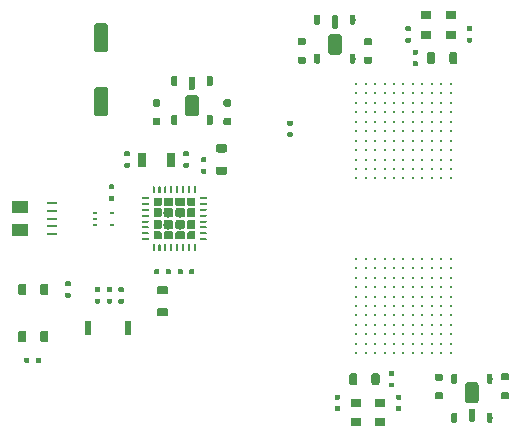
<source format=gbr>
G04 #@! TF.GenerationSoftware,KiCad,Pcbnew,(5.1.4)-1*
G04 #@! TF.CreationDate,2020-12-21T21:32:16-05:00*
G04 #@! TF.ProjectId,icepool-board,69636570-6f6f-46c2-9d62-6f6172642e6b,2020-04*
G04 #@! TF.SameCoordinates,Original*
G04 #@! TF.FileFunction,Paste,Top*
G04 #@! TF.FilePolarity,Positive*
%FSLAX46Y46*%
G04 Gerber Fmt 4.6, Leading zero omitted, Abs format (unit mm)*
G04 Created by KiCad (PCBNEW (5.1.4)-1) date 2020-12-21 21:32:16*
%MOMM*%
%LPD*%
G04 APERTURE LIST*
%ADD10C,0.100000*%
%ADD11C,1.120000*%
%ADD12C,1.158000*%
%ADD13C,0.476000*%
%ADD14R,0.315000X0.210000*%
%ADD15R,0.700000X1.260000*%
%ADD16R,0.910000X0.770000*%
%ADD17C,0.280000*%
%ADD18C,0.175000*%
%ADD19C,0.554596*%
%ADD20C,0.568298*%
%ADD21C,0.806226*%
%ADD22R,0.630000X1.190000*%
%ADD23C,0.413000*%
%ADD24C,0.682500*%
%ADD25R,1.330000X1.050000*%
%ADD26R,0.945000X0.280000*%
%ADD27C,0.612500*%
G04 APERTURE END LIST*
D10*
G36*
X34202153Y-53475843D02*
G01*
X34219141Y-53478363D01*
X34235800Y-53482535D01*
X34251970Y-53488321D01*
X34267494Y-53495664D01*
X34282225Y-53504493D01*
X34296019Y-53514723D01*
X34308744Y-53526256D01*
X34320277Y-53538981D01*
X34330507Y-53552775D01*
X34339336Y-53567506D01*
X34346679Y-53583030D01*
X34352465Y-53599200D01*
X34356637Y-53615859D01*
X34359157Y-53632847D01*
X34360000Y-53650000D01*
X34360000Y-55750000D01*
X34359157Y-55767153D01*
X34356637Y-55784141D01*
X34352465Y-55800800D01*
X34346679Y-55816970D01*
X34339336Y-55832494D01*
X34330507Y-55847225D01*
X34320277Y-55861019D01*
X34308744Y-55873744D01*
X34296019Y-55885277D01*
X34282225Y-55895507D01*
X34267494Y-55904336D01*
X34251970Y-55911679D01*
X34235800Y-55917465D01*
X34219141Y-55921637D01*
X34202153Y-55924157D01*
X34185000Y-55925000D01*
X33415000Y-55925000D01*
X33397847Y-55924157D01*
X33380859Y-55921637D01*
X33364200Y-55917465D01*
X33348030Y-55911679D01*
X33332506Y-55904336D01*
X33317775Y-55895507D01*
X33303981Y-55885277D01*
X33291256Y-55873744D01*
X33279723Y-55861019D01*
X33269493Y-55847225D01*
X33260664Y-55832494D01*
X33253321Y-55816970D01*
X33247535Y-55800800D01*
X33243363Y-55784141D01*
X33240843Y-55767153D01*
X33240000Y-55750000D01*
X33240000Y-53650000D01*
X33240843Y-53632847D01*
X33243363Y-53615859D01*
X33247535Y-53599200D01*
X33253321Y-53583030D01*
X33260664Y-53567506D01*
X33269493Y-53552775D01*
X33279723Y-53538981D01*
X33291256Y-53526256D01*
X33303981Y-53514723D01*
X33317775Y-53504493D01*
X33332506Y-53495664D01*
X33348030Y-53488321D01*
X33364200Y-53482535D01*
X33380859Y-53478363D01*
X33397847Y-53475843D01*
X33415000Y-53475000D01*
X34185000Y-53475000D01*
X34202153Y-53475843D01*
X34202153Y-53475843D01*
G37*
D11*
X33800000Y-54700000D03*
D10*
G36*
X34202153Y-58875843D02*
G01*
X34219141Y-58878363D01*
X34235800Y-58882535D01*
X34251970Y-58888321D01*
X34267494Y-58895664D01*
X34282225Y-58904493D01*
X34296019Y-58914723D01*
X34308744Y-58926256D01*
X34320277Y-58938981D01*
X34330507Y-58952775D01*
X34339336Y-58967506D01*
X34346679Y-58983030D01*
X34352465Y-58999200D01*
X34356637Y-59015859D01*
X34359157Y-59032847D01*
X34360000Y-59050000D01*
X34360000Y-61150000D01*
X34359157Y-61167153D01*
X34356637Y-61184141D01*
X34352465Y-61200800D01*
X34346679Y-61216970D01*
X34339336Y-61232494D01*
X34330507Y-61247225D01*
X34320277Y-61261019D01*
X34308744Y-61273744D01*
X34296019Y-61285277D01*
X34282225Y-61295507D01*
X34267494Y-61304336D01*
X34251970Y-61311679D01*
X34235800Y-61317465D01*
X34219141Y-61321637D01*
X34202153Y-61324157D01*
X34185000Y-61325000D01*
X33415000Y-61325000D01*
X33397847Y-61324157D01*
X33380859Y-61321637D01*
X33364200Y-61317465D01*
X33348030Y-61311679D01*
X33332506Y-61304336D01*
X33317775Y-61295507D01*
X33303981Y-61285277D01*
X33291256Y-61273744D01*
X33279723Y-61261019D01*
X33269493Y-61247225D01*
X33260664Y-61232494D01*
X33253321Y-61216970D01*
X33247535Y-61200800D01*
X33243363Y-61184141D01*
X33240843Y-61167153D01*
X33240000Y-61150000D01*
X33240000Y-59050000D01*
X33240843Y-59032847D01*
X33243363Y-59015859D01*
X33247535Y-58999200D01*
X33253321Y-58983030D01*
X33260664Y-58967506D01*
X33269493Y-58952775D01*
X33279723Y-58938981D01*
X33291256Y-58926256D01*
X33303981Y-58914723D01*
X33317775Y-58904493D01*
X33332506Y-58895664D01*
X33348030Y-58888321D01*
X33364200Y-58882535D01*
X33380859Y-58878363D01*
X33397847Y-58875843D01*
X33415000Y-58875000D01*
X34185000Y-58875000D01*
X34202153Y-58875843D01*
X34202153Y-58875843D01*
G37*
D11*
X33800000Y-60100000D03*
D10*
G36*
X65517877Y-83851393D02*
G01*
X65545980Y-83855562D01*
X65573538Y-83862465D01*
X65600288Y-83872036D01*
X65625970Y-83884183D01*
X65650339Y-83898789D01*
X65673158Y-83915712D01*
X65694208Y-83934792D01*
X65713288Y-83955842D01*
X65730211Y-83978661D01*
X65744817Y-84003030D01*
X65756964Y-84028712D01*
X65766535Y-84055462D01*
X65773438Y-84083020D01*
X65777607Y-84111123D01*
X65779001Y-84139499D01*
X65779001Y-85360499D01*
X65777607Y-85388875D01*
X65773438Y-85416978D01*
X65766535Y-85444536D01*
X65756964Y-85471286D01*
X65744817Y-85496968D01*
X65730211Y-85521337D01*
X65713288Y-85544156D01*
X65694208Y-85565206D01*
X65673158Y-85584286D01*
X65650339Y-85601209D01*
X65625970Y-85615815D01*
X65600288Y-85627962D01*
X65573538Y-85637533D01*
X65545980Y-85644436D01*
X65517877Y-85648605D01*
X65489501Y-85649999D01*
X64910501Y-85649999D01*
X64882125Y-85648605D01*
X64854022Y-85644436D01*
X64826464Y-85637533D01*
X64799714Y-85627962D01*
X64774032Y-85615815D01*
X64749663Y-85601209D01*
X64726844Y-85584286D01*
X64705794Y-85565206D01*
X64686714Y-85544156D01*
X64669791Y-85521337D01*
X64655185Y-85496968D01*
X64643038Y-85471286D01*
X64633467Y-85444536D01*
X64626564Y-85416978D01*
X64622395Y-85388875D01*
X64621001Y-85360499D01*
X64621001Y-84139499D01*
X64622395Y-84111123D01*
X64626564Y-84083020D01*
X64633467Y-84055462D01*
X64643038Y-84028712D01*
X64655185Y-84003030D01*
X64669791Y-83978661D01*
X64686714Y-83955842D01*
X64705794Y-83934792D01*
X64726844Y-83915712D01*
X64749663Y-83898789D01*
X64774032Y-83884183D01*
X64799714Y-83872036D01*
X64826464Y-83862465D01*
X64854022Y-83855562D01*
X64882125Y-83851393D01*
X64910501Y-83849999D01*
X65489501Y-83849999D01*
X65517877Y-83851393D01*
X65517877Y-83851393D01*
G37*
D12*
X65200001Y-84749999D03*
D10*
G36*
X66830665Y-83130572D02*
G01*
X66842217Y-83132286D01*
X66853545Y-83135123D01*
X66864540Y-83139057D01*
X66875097Y-83144050D01*
X66885114Y-83150054D01*
X66894494Y-83157011D01*
X66903147Y-83164853D01*
X66910989Y-83173506D01*
X66917946Y-83182886D01*
X66923950Y-83192903D01*
X66928943Y-83203460D01*
X66932877Y-83214455D01*
X66935714Y-83225783D01*
X66937428Y-83237335D01*
X66938001Y-83248999D01*
X66938001Y-83850999D01*
X66937428Y-83862663D01*
X66935714Y-83874215D01*
X66932877Y-83885543D01*
X66928943Y-83896538D01*
X66923950Y-83907095D01*
X66917946Y-83917112D01*
X66910989Y-83926492D01*
X66903147Y-83935145D01*
X66894494Y-83942987D01*
X66885114Y-83949944D01*
X66875097Y-83955948D01*
X66864540Y-83960941D01*
X66853545Y-83964875D01*
X66842217Y-83967712D01*
X66830665Y-83969426D01*
X66819001Y-83969999D01*
X66581001Y-83969999D01*
X66569337Y-83969426D01*
X66557785Y-83967712D01*
X66546457Y-83964875D01*
X66535462Y-83960941D01*
X66524905Y-83955948D01*
X66514888Y-83949944D01*
X66505508Y-83942987D01*
X66496855Y-83935145D01*
X66489013Y-83926492D01*
X66482056Y-83917112D01*
X66476052Y-83907095D01*
X66471059Y-83896538D01*
X66467125Y-83885543D01*
X66464288Y-83874215D01*
X66462574Y-83862663D01*
X66462001Y-83850999D01*
X66462001Y-83248999D01*
X66462574Y-83237335D01*
X66464288Y-83225783D01*
X66467125Y-83214455D01*
X66471059Y-83203460D01*
X66476052Y-83192903D01*
X66482056Y-83182886D01*
X66489013Y-83173506D01*
X66496855Y-83164853D01*
X66505508Y-83157011D01*
X66514888Y-83150054D01*
X66524905Y-83144050D01*
X66535462Y-83139057D01*
X66546457Y-83135123D01*
X66557785Y-83132286D01*
X66569337Y-83130572D01*
X66581001Y-83129999D01*
X66819001Y-83129999D01*
X66830665Y-83130572D01*
X66830665Y-83130572D01*
G37*
D13*
X66700001Y-83549999D03*
D10*
G36*
X63830665Y-83130572D02*
G01*
X63842217Y-83132286D01*
X63853545Y-83135123D01*
X63864540Y-83139057D01*
X63875097Y-83144050D01*
X63885114Y-83150054D01*
X63894494Y-83157011D01*
X63903147Y-83164853D01*
X63910989Y-83173506D01*
X63917946Y-83182886D01*
X63923950Y-83192903D01*
X63928943Y-83203460D01*
X63932877Y-83214455D01*
X63935714Y-83225783D01*
X63937428Y-83237335D01*
X63938001Y-83248999D01*
X63938001Y-83850999D01*
X63937428Y-83862663D01*
X63935714Y-83874215D01*
X63932877Y-83885543D01*
X63928943Y-83896538D01*
X63923950Y-83907095D01*
X63917946Y-83917112D01*
X63910989Y-83926492D01*
X63903147Y-83935145D01*
X63894494Y-83942987D01*
X63885114Y-83949944D01*
X63875097Y-83955948D01*
X63864540Y-83960941D01*
X63853545Y-83964875D01*
X63842217Y-83967712D01*
X63830665Y-83969426D01*
X63819001Y-83969999D01*
X63581001Y-83969999D01*
X63569337Y-83969426D01*
X63557785Y-83967712D01*
X63546457Y-83964875D01*
X63535462Y-83960941D01*
X63524905Y-83955948D01*
X63514888Y-83949944D01*
X63505508Y-83942987D01*
X63496855Y-83935145D01*
X63489013Y-83926492D01*
X63482056Y-83917112D01*
X63476052Y-83907095D01*
X63471059Y-83896538D01*
X63467125Y-83885543D01*
X63464288Y-83874215D01*
X63462574Y-83862663D01*
X63462001Y-83850999D01*
X63462001Y-83248999D01*
X63462574Y-83237335D01*
X63464288Y-83225783D01*
X63467125Y-83214455D01*
X63471059Y-83203460D01*
X63476052Y-83192903D01*
X63482056Y-83182886D01*
X63489013Y-83173506D01*
X63496855Y-83164853D01*
X63505508Y-83157011D01*
X63514888Y-83150054D01*
X63524905Y-83144050D01*
X63535462Y-83139057D01*
X63546457Y-83135123D01*
X63557785Y-83132286D01*
X63569337Y-83130572D01*
X63581001Y-83129999D01*
X63819001Y-83129999D01*
X63830665Y-83130572D01*
X63830665Y-83130572D01*
G37*
D13*
X63700001Y-83549999D03*
D10*
G36*
X63830665Y-86430572D02*
G01*
X63842217Y-86432286D01*
X63853545Y-86435123D01*
X63864540Y-86439057D01*
X63875097Y-86444050D01*
X63885114Y-86450054D01*
X63894494Y-86457011D01*
X63903147Y-86464853D01*
X63910989Y-86473506D01*
X63917946Y-86482886D01*
X63923950Y-86492903D01*
X63928943Y-86503460D01*
X63932877Y-86514455D01*
X63935714Y-86525783D01*
X63937428Y-86537335D01*
X63938001Y-86548999D01*
X63938001Y-87150999D01*
X63937428Y-87162663D01*
X63935714Y-87174215D01*
X63932877Y-87185543D01*
X63928943Y-87196538D01*
X63923950Y-87207095D01*
X63917946Y-87217112D01*
X63910989Y-87226492D01*
X63903147Y-87235145D01*
X63894494Y-87242987D01*
X63885114Y-87249944D01*
X63875097Y-87255948D01*
X63864540Y-87260941D01*
X63853545Y-87264875D01*
X63842217Y-87267712D01*
X63830665Y-87269426D01*
X63819001Y-87269999D01*
X63581001Y-87269999D01*
X63569337Y-87269426D01*
X63557785Y-87267712D01*
X63546457Y-87264875D01*
X63535462Y-87260941D01*
X63524905Y-87255948D01*
X63514888Y-87249944D01*
X63505508Y-87242987D01*
X63496855Y-87235145D01*
X63489013Y-87226492D01*
X63482056Y-87217112D01*
X63476052Y-87207095D01*
X63471059Y-87196538D01*
X63467125Y-87185543D01*
X63464288Y-87174215D01*
X63462574Y-87162663D01*
X63462001Y-87150999D01*
X63462001Y-86548999D01*
X63462574Y-86537335D01*
X63464288Y-86525783D01*
X63467125Y-86514455D01*
X63471059Y-86503460D01*
X63476052Y-86492903D01*
X63482056Y-86482886D01*
X63489013Y-86473506D01*
X63496855Y-86464853D01*
X63505508Y-86457011D01*
X63514888Y-86450054D01*
X63524905Y-86444050D01*
X63535462Y-86439057D01*
X63546457Y-86435123D01*
X63557785Y-86432286D01*
X63569337Y-86430572D01*
X63581001Y-86429999D01*
X63819001Y-86429999D01*
X63830665Y-86430572D01*
X63830665Y-86430572D01*
G37*
D13*
X63700001Y-86849999D03*
D10*
G36*
X65330665Y-86090572D02*
G01*
X65342217Y-86092286D01*
X65353545Y-86095123D01*
X65364540Y-86099057D01*
X65375097Y-86104050D01*
X65385114Y-86110054D01*
X65394494Y-86117011D01*
X65403147Y-86124853D01*
X65410989Y-86133506D01*
X65417946Y-86142886D01*
X65423950Y-86152903D01*
X65428943Y-86163460D01*
X65432877Y-86174455D01*
X65435714Y-86185783D01*
X65437428Y-86197335D01*
X65438001Y-86208999D01*
X65438001Y-87090999D01*
X65437428Y-87102663D01*
X65435714Y-87114215D01*
X65432877Y-87125543D01*
X65428943Y-87136538D01*
X65423950Y-87147095D01*
X65417946Y-87157112D01*
X65410989Y-87166492D01*
X65403147Y-87175145D01*
X65394494Y-87182987D01*
X65385114Y-87189944D01*
X65375097Y-87195948D01*
X65364540Y-87200941D01*
X65353545Y-87204875D01*
X65342217Y-87207712D01*
X65330665Y-87209426D01*
X65319001Y-87209999D01*
X65081001Y-87209999D01*
X65069337Y-87209426D01*
X65057785Y-87207712D01*
X65046457Y-87204875D01*
X65035462Y-87200941D01*
X65024905Y-87195948D01*
X65014888Y-87189944D01*
X65005508Y-87182987D01*
X64996855Y-87175145D01*
X64989013Y-87166492D01*
X64982056Y-87157112D01*
X64976052Y-87147095D01*
X64971059Y-87136538D01*
X64967125Y-87125543D01*
X64964288Y-87114215D01*
X64962574Y-87102663D01*
X64962001Y-87090999D01*
X64962001Y-86208999D01*
X64962574Y-86197335D01*
X64964288Y-86185783D01*
X64967125Y-86174455D01*
X64971059Y-86163460D01*
X64976052Y-86152903D01*
X64982056Y-86142886D01*
X64989013Y-86133506D01*
X64996855Y-86124853D01*
X65005508Y-86117011D01*
X65014888Y-86110054D01*
X65024905Y-86104050D01*
X65035462Y-86099057D01*
X65046457Y-86095123D01*
X65057785Y-86092286D01*
X65069337Y-86090572D01*
X65081001Y-86089999D01*
X65319001Y-86089999D01*
X65330665Y-86090572D01*
X65330665Y-86090572D01*
G37*
D13*
X65200001Y-86649999D03*
D10*
G36*
X66830665Y-86430572D02*
G01*
X66842217Y-86432286D01*
X66853545Y-86435123D01*
X66864540Y-86439057D01*
X66875097Y-86444050D01*
X66885114Y-86450054D01*
X66894494Y-86457011D01*
X66903147Y-86464853D01*
X66910989Y-86473506D01*
X66917946Y-86482886D01*
X66923950Y-86492903D01*
X66928943Y-86503460D01*
X66932877Y-86514455D01*
X66935714Y-86525783D01*
X66937428Y-86537335D01*
X66938001Y-86548999D01*
X66938001Y-87150999D01*
X66937428Y-87162663D01*
X66935714Y-87174215D01*
X66932877Y-87185543D01*
X66928943Y-87196538D01*
X66923950Y-87207095D01*
X66917946Y-87217112D01*
X66910989Y-87226492D01*
X66903147Y-87235145D01*
X66894494Y-87242987D01*
X66885114Y-87249944D01*
X66875097Y-87255948D01*
X66864540Y-87260941D01*
X66853545Y-87264875D01*
X66842217Y-87267712D01*
X66830665Y-87269426D01*
X66819001Y-87269999D01*
X66581001Y-87269999D01*
X66569337Y-87269426D01*
X66557785Y-87267712D01*
X66546457Y-87264875D01*
X66535462Y-87260941D01*
X66524905Y-87255948D01*
X66514888Y-87249944D01*
X66505508Y-87242987D01*
X66496855Y-87235145D01*
X66489013Y-87226492D01*
X66482056Y-87217112D01*
X66476052Y-87207095D01*
X66471059Y-87196538D01*
X66467125Y-87185543D01*
X66464288Y-87174215D01*
X66462574Y-87162663D01*
X66462001Y-87150999D01*
X66462001Y-86548999D01*
X66462574Y-86537335D01*
X66464288Y-86525783D01*
X66467125Y-86514455D01*
X66471059Y-86503460D01*
X66476052Y-86492903D01*
X66482056Y-86482886D01*
X66489013Y-86473506D01*
X66496855Y-86464853D01*
X66505508Y-86457011D01*
X66514888Y-86450054D01*
X66524905Y-86444050D01*
X66535462Y-86439057D01*
X66546457Y-86435123D01*
X66557785Y-86432286D01*
X66569337Y-86430572D01*
X66581001Y-86429999D01*
X66819001Y-86429999D01*
X66830665Y-86430572D01*
X66830665Y-86430572D01*
G37*
D13*
X66700001Y-86849999D03*
D14*
X34700000Y-70500000D03*
X33300000Y-70000000D03*
X34700000Y-69500000D03*
X33300000Y-70500000D03*
X33300000Y-69500000D03*
D15*
X37250000Y-65000000D03*
X39750000Y-65000000D03*
D16*
X55350000Y-85575000D03*
X57450000Y-85575000D03*
X57450000Y-87225000D03*
X55350000Y-87225000D03*
X63450000Y-54425000D03*
X61350000Y-54425000D03*
X61350000Y-52775000D03*
X63450000Y-52775000D03*
D17*
X55400000Y-73400000D03*
X55400000Y-74200000D03*
X55400000Y-75000000D03*
X55400000Y-75800000D03*
X55400000Y-76600000D03*
X55400000Y-77400000D03*
X55400000Y-78200000D03*
X55400000Y-79000000D03*
X55400000Y-79800000D03*
X55400000Y-80600000D03*
X55400000Y-81400000D03*
X56200000Y-73400000D03*
X56200000Y-74200000D03*
X56200000Y-75000000D03*
X56200000Y-75800000D03*
X56200000Y-76600000D03*
X56200000Y-77400000D03*
X56200000Y-78200000D03*
X56200000Y-79000000D03*
X56200000Y-79800000D03*
X56200000Y-80600000D03*
X56200000Y-81400000D03*
X57000000Y-73400000D03*
X57000000Y-74200000D03*
X57000000Y-75000000D03*
X57000000Y-75800000D03*
X57000000Y-76600000D03*
X57000000Y-77400000D03*
X57000000Y-78200000D03*
X57000000Y-79000000D03*
X57000000Y-79800000D03*
X57000000Y-80600000D03*
X57000000Y-81400000D03*
X57800000Y-73400000D03*
X57800000Y-74200000D03*
X57800000Y-75000000D03*
X57800000Y-75800000D03*
X57800000Y-76600000D03*
X57800000Y-77400000D03*
X57800000Y-78200000D03*
X57800000Y-79000000D03*
X57800000Y-79800000D03*
X57800000Y-80600000D03*
X57800000Y-81400000D03*
X58600000Y-73400000D03*
X58600000Y-74200000D03*
X58600000Y-75000000D03*
X58600000Y-75800000D03*
X58600000Y-76600000D03*
X58600000Y-77400000D03*
X58600000Y-78200000D03*
X58600000Y-79000000D03*
X58600000Y-79800000D03*
X58600000Y-80600000D03*
X58600000Y-81400000D03*
X59400000Y-73400000D03*
X59400000Y-74200000D03*
X59400000Y-75000000D03*
X59400000Y-75800000D03*
X59400000Y-76600000D03*
X59400000Y-77400000D03*
X59400000Y-78200000D03*
X59400000Y-79000000D03*
X59400000Y-79800000D03*
X59400000Y-80600000D03*
X59400000Y-81400000D03*
X60200000Y-73400000D03*
X60200000Y-74200000D03*
X60200000Y-75000000D03*
X60200000Y-75800000D03*
X60200000Y-76600000D03*
X60200000Y-77400000D03*
X60200000Y-78200000D03*
X60200000Y-79000000D03*
X60200000Y-79800000D03*
X60200000Y-80600000D03*
X60200000Y-81400000D03*
X61000000Y-73400000D03*
X61000000Y-74200000D03*
X61000000Y-75000000D03*
X61000000Y-75800000D03*
X61000000Y-76600000D03*
X61000000Y-77400000D03*
X61000000Y-78200000D03*
X61000000Y-79000000D03*
X61000000Y-79800000D03*
X61000000Y-80600000D03*
X61000000Y-81400000D03*
X61800000Y-73400000D03*
X61800000Y-74200000D03*
X61800000Y-75000000D03*
X61800000Y-75800000D03*
X61800000Y-76600000D03*
X61800000Y-77400000D03*
X61800000Y-78200000D03*
X61800000Y-79000000D03*
X61800000Y-79800000D03*
X61800000Y-80600000D03*
X61800000Y-81400000D03*
X62600000Y-73400000D03*
X62600000Y-74200000D03*
X62600000Y-75000000D03*
X62600000Y-75800000D03*
X62600000Y-76600000D03*
X62600000Y-77400000D03*
X62600000Y-78200000D03*
X62600000Y-79000000D03*
X62600000Y-79800000D03*
X62600000Y-80600000D03*
X62600000Y-81400000D03*
X63400000Y-73400000D03*
X63400000Y-74200000D03*
X63400000Y-75000000D03*
X63400000Y-75800000D03*
X63400000Y-76600000D03*
X63400000Y-77400000D03*
X63400000Y-78200000D03*
X63400000Y-79000000D03*
X63400000Y-79800000D03*
X63400000Y-80600000D03*
X63400000Y-81400000D03*
X63400000Y-66600000D03*
X63400000Y-65800000D03*
X63400000Y-65000000D03*
X63400000Y-64200000D03*
X63400000Y-63400000D03*
X63400000Y-62600000D03*
X63400000Y-61800000D03*
X63400000Y-61000000D03*
X63400000Y-60200000D03*
X63400000Y-59400000D03*
X63400000Y-58600000D03*
X62600000Y-66600000D03*
X62600000Y-65800000D03*
X62600000Y-65000000D03*
X62600000Y-64200000D03*
X62600000Y-63400000D03*
X62600000Y-62600000D03*
X62600000Y-61800000D03*
X62600000Y-61000000D03*
X62600000Y-60200000D03*
X62600000Y-59400000D03*
X62600000Y-58600000D03*
X61800000Y-66600000D03*
X61800000Y-65800000D03*
X61800000Y-65000000D03*
X61800000Y-64200000D03*
X61800000Y-63400000D03*
X61800000Y-62600000D03*
X61800000Y-61800000D03*
X61800000Y-61000000D03*
X61800000Y-60200000D03*
X61800000Y-59400000D03*
X61800000Y-58600000D03*
X61000000Y-66600000D03*
X61000000Y-65800000D03*
X61000000Y-65000000D03*
X61000000Y-64200000D03*
X61000000Y-63400000D03*
X61000000Y-62600000D03*
X61000000Y-61800000D03*
X61000000Y-61000000D03*
X61000000Y-60200000D03*
X61000000Y-59400000D03*
X61000000Y-58600000D03*
X60200000Y-66600000D03*
X60200000Y-65800000D03*
X60200000Y-65000000D03*
X60200000Y-64200000D03*
X60200000Y-63400000D03*
X60200000Y-62600000D03*
X60200000Y-61800000D03*
X60200000Y-61000000D03*
X60200000Y-60200000D03*
X60200000Y-59400000D03*
X60200000Y-58600000D03*
X59400000Y-66600000D03*
X59400000Y-65800000D03*
X59400000Y-65000000D03*
X59400000Y-64200000D03*
X59400000Y-63400000D03*
X59400000Y-62600000D03*
X59400000Y-61800000D03*
X59400000Y-61000000D03*
X59400000Y-60200000D03*
X59400000Y-59400000D03*
X59400000Y-58600000D03*
X58600000Y-66600000D03*
X58600000Y-65800000D03*
X58600000Y-65000000D03*
X58600000Y-64200000D03*
X58600000Y-63400000D03*
X58600000Y-62600000D03*
X58600000Y-61800000D03*
X58600000Y-61000000D03*
X58600000Y-60200000D03*
X58600000Y-59400000D03*
X58600000Y-58600000D03*
X57800000Y-66600000D03*
X57800000Y-65800000D03*
X57800000Y-65000000D03*
X57800000Y-64200000D03*
X57800000Y-63400000D03*
X57800000Y-62600000D03*
X57800000Y-61800000D03*
X57800000Y-61000000D03*
X57800000Y-60200000D03*
X57800000Y-59400000D03*
X57800000Y-58600000D03*
X57000000Y-66600000D03*
X57000000Y-65800000D03*
X57000000Y-65000000D03*
X57000000Y-64200000D03*
X57000000Y-63400000D03*
X57000000Y-62600000D03*
X57000000Y-61800000D03*
X57000000Y-61000000D03*
X57000000Y-60200000D03*
X57000000Y-59400000D03*
X57000000Y-58600000D03*
X56200000Y-66600000D03*
X56200000Y-65800000D03*
X56200000Y-65000000D03*
X56200000Y-64200000D03*
X56200000Y-63400000D03*
X56200000Y-62600000D03*
X56200000Y-61800000D03*
X56200000Y-61000000D03*
X56200000Y-60200000D03*
X56200000Y-59400000D03*
X56200000Y-58600000D03*
X55400000Y-66600000D03*
X55400000Y-65800000D03*
X55400000Y-65000000D03*
X55400000Y-64200000D03*
X55400000Y-63400000D03*
X55400000Y-62600000D03*
X55400000Y-61800000D03*
X55400000Y-61000000D03*
X55400000Y-60200000D03*
X55400000Y-59400000D03*
X55400000Y-58600000D03*
D10*
G36*
X52230663Y-52730573D02*
G01*
X52242215Y-52732287D01*
X52253543Y-52735124D01*
X52264538Y-52739058D01*
X52275095Y-52744051D01*
X52285112Y-52750055D01*
X52294492Y-52757012D01*
X52303145Y-52764854D01*
X52310987Y-52773507D01*
X52317944Y-52782887D01*
X52323948Y-52792904D01*
X52328941Y-52803461D01*
X52332875Y-52814456D01*
X52335712Y-52825784D01*
X52337426Y-52837336D01*
X52337999Y-52849000D01*
X52337999Y-53451000D01*
X52337426Y-53462664D01*
X52335712Y-53474216D01*
X52332875Y-53485544D01*
X52328941Y-53496539D01*
X52323948Y-53507096D01*
X52317944Y-53517113D01*
X52310987Y-53526493D01*
X52303145Y-53535146D01*
X52294492Y-53542988D01*
X52285112Y-53549945D01*
X52275095Y-53555949D01*
X52264538Y-53560942D01*
X52253543Y-53564876D01*
X52242215Y-53567713D01*
X52230663Y-53569427D01*
X52218999Y-53570000D01*
X51980999Y-53570000D01*
X51969335Y-53569427D01*
X51957783Y-53567713D01*
X51946455Y-53564876D01*
X51935460Y-53560942D01*
X51924903Y-53555949D01*
X51914886Y-53549945D01*
X51905506Y-53542988D01*
X51896853Y-53535146D01*
X51889011Y-53526493D01*
X51882054Y-53517113D01*
X51876050Y-53507096D01*
X51871057Y-53496539D01*
X51867123Y-53485544D01*
X51864286Y-53474216D01*
X51862572Y-53462664D01*
X51861999Y-53451000D01*
X51861999Y-52849000D01*
X51862572Y-52837336D01*
X51864286Y-52825784D01*
X51867123Y-52814456D01*
X51871057Y-52803461D01*
X51876050Y-52792904D01*
X51882054Y-52782887D01*
X51889011Y-52773507D01*
X51896853Y-52764854D01*
X51905506Y-52757012D01*
X51914886Y-52750055D01*
X51924903Y-52744051D01*
X51935460Y-52739058D01*
X51946455Y-52735124D01*
X51957783Y-52732287D01*
X51969335Y-52730573D01*
X51980999Y-52730000D01*
X52218999Y-52730000D01*
X52230663Y-52730573D01*
X52230663Y-52730573D01*
G37*
D13*
X52099999Y-53150000D03*
D10*
G36*
X53730663Y-52790573D02*
G01*
X53742215Y-52792287D01*
X53753543Y-52795124D01*
X53764538Y-52799058D01*
X53775095Y-52804051D01*
X53785112Y-52810055D01*
X53794492Y-52817012D01*
X53803145Y-52824854D01*
X53810987Y-52833507D01*
X53817944Y-52842887D01*
X53823948Y-52852904D01*
X53828941Y-52863461D01*
X53832875Y-52874456D01*
X53835712Y-52885784D01*
X53837426Y-52897336D01*
X53837999Y-52909000D01*
X53837999Y-53791000D01*
X53837426Y-53802664D01*
X53835712Y-53814216D01*
X53832875Y-53825544D01*
X53828941Y-53836539D01*
X53823948Y-53847096D01*
X53817944Y-53857113D01*
X53810987Y-53866493D01*
X53803145Y-53875146D01*
X53794492Y-53882988D01*
X53785112Y-53889945D01*
X53775095Y-53895949D01*
X53764538Y-53900942D01*
X53753543Y-53904876D01*
X53742215Y-53907713D01*
X53730663Y-53909427D01*
X53718999Y-53910000D01*
X53480999Y-53910000D01*
X53469335Y-53909427D01*
X53457783Y-53907713D01*
X53446455Y-53904876D01*
X53435460Y-53900942D01*
X53424903Y-53895949D01*
X53414886Y-53889945D01*
X53405506Y-53882988D01*
X53396853Y-53875146D01*
X53389011Y-53866493D01*
X53382054Y-53857113D01*
X53376050Y-53847096D01*
X53371057Y-53836539D01*
X53367123Y-53825544D01*
X53364286Y-53814216D01*
X53362572Y-53802664D01*
X53361999Y-53791000D01*
X53361999Y-52909000D01*
X53362572Y-52897336D01*
X53364286Y-52885784D01*
X53367123Y-52874456D01*
X53371057Y-52863461D01*
X53376050Y-52852904D01*
X53382054Y-52842887D01*
X53389011Y-52833507D01*
X53396853Y-52824854D01*
X53405506Y-52817012D01*
X53414886Y-52810055D01*
X53424903Y-52804051D01*
X53435460Y-52799058D01*
X53446455Y-52795124D01*
X53457783Y-52792287D01*
X53469335Y-52790573D01*
X53480999Y-52790000D01*
X53718999Y-52790000D01*
X53730663Y-52790573D01*
X53730663Y-52790573D01*
G37*
D13*
X53599999Y-53350000D03*
D10*
G36*
X55230663Y-52730573D02*
G01*
X55242215Y-52732287D01*
X55253543Y-52735124D01*
X55264538Y-52739058D01*
X55275095Y-52744051D01*
X55285112Y-52750055D01*
X55294492Y-52757012D01*
X55303145Y-52764854D01*
X55310987Y-52773507D01*
X55317944Y-52782887D01*
X55323948Y-52792904D01*
X55328941Y-52803461D01*
X55332875Y-52814456D01*
X55335712Y-52825784D01*
X55337426Y-52837336D01*
X55337999Y-52849000D01*
X55337999Y-53451000D01*
X55337426Y-53462664D01*
X55335712Y-53474216D01*
X55332875Y-53485544D01*
X55328941Y-53496539D01*
X55323948Y-53507096D01*
X55317944Y-53517113D01*
X55310987Y-53526493D01*
X55303145Y-53535146D01*
X55294492Y-53542988D01*
X55285112Y-53549945D01*
X55275095Y-53555949D01*
X55264538Y-53560942D01*
X55253543Y-53564876D01*
X55242215Y-53567713D01*
X55230663Y-53569427D01*
X55218999Y-53570000D01*
X54980999Y-53570000D01*
X54969335Y-53569427D01*
X54957783Y-53567713D01*
X54946455Y-53564876D01*
X54935460Y-53560942D01*
X54924903Y-53555949D01*
X54914886Y-53549945D01*
X54905506Y-53542988D01*
X54896853Y-53535146D01*
X54889011Y-53526493D01*
X54882054Y-53517113D01*
X54876050Y-53507096D01*
X54871057Y-53496539D01*
X54867123Y-53485544D01*
X54864286Y-53474216D01*
X54862572Y-53462664D01*
X54861999Y-53451000D01*
X54861999Y-52849000D01*
X54862572Y-52837336D01*
X54864286Y-52825784D01*
X54867123Y-52814456D01*
X54871057Y-52803461D01*
X54876050Y-52792904D01*
X54882054Y-52782887D01*
X54889011Y-52773507D01*
X54896853Y-52764854D01*
X54905506Y-52757012D01*
X54914886Y-52750055D01*
X54924903Y-52744051D01*
X54935460Y-52739058D01*
X54946455Y-52735124D01*
X54957783Y-52732287D01*
X54969335Y-52730573D01*
X54980999Y-52730000D01*
X55218999Y-52730000D01*
X55230663Y-52730573D01*
X55230663Y-52730573D01*
G37*
D13*
X55099999Y-53150000D03*
D10*
G36*
X55230663Y-56030573D02*
G01*
X55242215Y-56032287D01*
X55253543Y-56035124D01*
X55264538Y-56039058D01*
X55275095Y-56044051D01*
X55285112Y-56050055D01*
X55294492Y-56057012D01*
X55303145Y-56064854D01*
X55310987Y-56073507D01*
X55317944Y-56082887D01*
X55323948Y-56092904D01*
X55328941Y-56103461D01*
X55332875Y-56114456D01*
X55335712Y-56125784D01*
X55337426Y-56137336D01*
X55337999Y-56149000D01*
X55337999Y-56751000D01*
X55337426Y-56762664D01*
X55335712Y-56774216D01*
X55332875Y-56785544D01*
X55328941Y-56796539D01*
X55323948Y-56807096D01*
X55317944Y-56817113D01*
X55310987Y-56826493D01*
X55303145Y-56835146D01*
X55294492Y-56842988D01*
X55285112Y-56849945D01*
X55275095Y-56855949D01*
X55264538Y-56860942D01*
X55253543Y-56864876D01*
X55242215Y-56867713D01*
X55230663Y-56869427D01*
X55218999Y-56870000D01*
X54980999Y-56870000D01*
X54969335Y-56869427D01*
X54957783Y-56867713D01*
X54946455Y-56864876D01*
X54935460Y-56860942D01*
X54924903Y-56855949D01*
X54914886Y-56849945D01*
X54905506Y-56842988D01*
X54896853Y-56835146D01*
X54889011Y-56826493D01*
X54882054Y-56817113D01*
X54876050Y-56807096D01*
X54871057Y-56796539D01*
X54867123Y-56785544D01*
X54864286Y-56774216D01*
X54862572Y-56762664D01*
X54861999Y-56751000D01*
X54861999Y-56149000D01*
X54862572Y-56137336D01*
X54864286Y-56125784D01*
X54867123Y-56114456D01*
X54871057Y-56103461D01*
X54876050Y-56092904D01*
X54882054Y-56082887D01*
X54889011Y-56073507D01*
X54896853Y-56064854D01*
X54905506Y-56057012D01*
X54914886Y-56050055D01*
X54924903Y-56044051D01*
X54935460Y-56039058D01*
X54946455Y-56035124D01*
X54957783Y-56032287D01*
X54969335Y-56030573D01*
X54980999Y-56030000D01*
X55218999Y-56030000D01*
X55230663Y-56030573D01*
X55230663Y-56030573D01*
G37*
D13*
X55099999Y-56450000D03*
D10*
G36*
X52230663Y-56030573D02*
G01*
X52242215Y-56032287D01*
X52253543Y-56035124D01*
X52264538Y-56039058D01*
X52275095Y-56044051D01*
X52285112Y-56050055D01*
X52294492Y-56057012D01*
X52303145Y-56064854D01*
X52310987Y-56073507D01*
X52317944Y-56082887D01*
X52323948Y-56092904D01*
X52328941Y-56103461D01*
X52332875Y-56114456D01*
X52335712Y-56125784D01*
X52337426Y-56137336D01*
X52337999Y-56149000D01*
X52337999Y-56751000D01*
X52337426Y-56762664D01*
X52335712Y-56774216D01*
X52332875Y-56785544D01*
X52328941Y-56796539D01*
X52323948Y-56807096D01*
X52317944Y-56817113D01*
X52310987Y-56826493D01*
X52303145Y-56835146D01*
X52294492Y-56842988D01*
X52285112Y-56849945D01*
X52275095Y-56855949D01*
X52264538Y-56860942D01*
X52253543Y-56864876D01*
X52242215Y-56867713D01*
X52230663Y-56869427D01*
X52218999Y-56870000D01*
X51980999Y-56870000D01*
X51969335Y-56869427D01*
X51957783Y-56867713D01*
X51946455Y-56864876D01*
X51935460Y-56860942D01*
X51924903Y-56855949D01*
X51914886Y-56849945D01*
X51905506Y-56842988D01*
X51896853Y-56835146D01*
X51889011Y-56826493D01*
X51882054Y-56817113D01*
X51876050Y-56807096D01*
X51871057Y-56796539D01*
X51867123Y-56785544D01*
X51864286Y-56774216D01*
X51862572Y-56762664D01*
X51861999Y-56751000D01*
X51861999Y-56149000D01*
X51862572Y-56137336D01*
X51864286Y-56125784D01*
X51867123Y-56114456D01*
X51871057Y-56103461D01*
X51876050Y-56092904D01*
X51882054Y-56082887D01*
X51889011Y-56073507D01*
X51896853Y-56064854D01*
X51905506Y-56057012D01*
X51914886Y-56050055D01*
X51924903Y-56044051D01*
X51935460Y-56039058D01*
X51946455Y-56035124D01*
X51957783Y-56032287D01*
X51969335Y-56030573D01*
X51980999Y-56030000D01*
X52218999Y-56030000D01*
X52230663Y-56030573D01*
X52230663Y-56030573D01*
G37*
D13*
X52099999Y-56450000D03*
D10*
G36*
X53917875Y-54351394D02*
G01*
X53945978Y-54355563D01*
X53973536Y-54362466D01*
X54000286Y-54372037D01*
X54025968Y-54384184D01*
X54050337Y-54398790D01*
X54073156Y-54415713D01*
X54094206Y-54434793D01*
X54113286Y-54455843D01*
X54130209Y-54478662D01*
X54144815Y-54503031D01*
X54156962Y-54528713D01*
X54166533Y-54555463D01*
X54173436Y-54583021D01*
X54177605Y-54611124D01*
X54178999Y-54639500D01*
X54178999Y-55860500D01*
X54177605Y-55888876D01*
X54173436Y-55916979D01*
X54166533Y-55944537D01*
X54156962Y-55971287D01*
X54144815Y-55996969D01*
X54130209Y-56021338D01*
X54113286Y-56044157D01*
X54094206Y-56065207D01*
X54073156Y-56084287D01*
X54050337Y-56101210D01*
X54025968Y-56115816D01*
X54000286Y-56127963D01*
X53973536Y-56137534D01*
X53945978Y-56144437D01*
X53917875Y-56148606D01*
X53889499Y-56150000D01*
X53310499Y-56150000D01*
X53282123Y-56148606D01*
X53254020Y-56144437D01*
X53226462Y-56137534D01*
X53199712Y-56127963D01*
X53174030Y-56115816D01*
X53149661Y-56101210D01*
X53126842Y-56084287D01*
X53105792Y-56065207D01*
X53086712Y-56044157D01*
X53069789Y-56021338D01*
X53055183Y-55996969D01*
X53043036Y-55971287D01*
X53033465Y-55944537D01*
X53026562Y-55916979D01*
X53022393Y-55888876D01*
X53020999Y-55860500D01*
X53020999Y-54639500D01*
X53022393Y-54611124D01*
X53026562Y-54583021D01*
X53033465Y-54555463D01*
X53043036Y-54528713D01*
X53055183Y-54503031D01*
X53069789Y-54478662D01*
X53086712Y-54455843D01*
X53105792Y-54434793D01*
X53126842Y-54415713D01*
X53149661Y-54398790D01*
X53174030Y-54384184D01*
X53199712Y-54372037D01*
X53226462Y-54362466D01*
X53254020Y-54355563D01*
X53282123Y-54351394D01*
X53310499Y-54350000D01*
X53889499Y-54350000D01*
X53917875Y-54351394D01*
X53917875Y-54351394D01*
G37*
D12*
X53599999Y-55250000D03*
D10*
G36*
X41798038Y-72170211D02*
G01*
X41802285Y-72170841D01*
X41806450Y-72171884D01*
X41810492Y-72173330D01*
X41814374Y-72175166D01*
X41818056Y-72177373D01*
X41821505Y-72179931D01*
X41824686Y-72182814D01*
X41827569Y-72185995D01*
X41830127Y-72189444D01*
X41832334Y-72193126D01*
X41834170Y-72197008D01*
X41835616Y-72201050D01*
X41836659Y-72205215D01*
X41837289Y-72209462D01*
X41837500Y-72213750D01*
X41837500Y-72686250D01*
X41837289Y-72690538D01*
X41836659Y-72694785D01*
X41835616Y-72698950D01*
X41834170Y-72702992D01*
X41832334Y-72706874D01*
X41830127Y-72710556D01*
X41827569Y-72714005D01*
X41824686Y-72717186D01*
X41821505Y-72720069D01*
X41818056Y-72722627D01*
X41814374Y-72724834D01*
X41810492Y-72726670D01*
X41806450Y-72728116D01*
X41802285Y-72729159D01*
X41798038Y-72729789D01*
X41793750Y-72730000D01*
X41706250Y-72730000D01*
X41701962Y-72729789D01*
X41697715Y-72729159D01*
X41693550Y-72728116D01*
X41689508Y-72726670D01*
X41685626Y-72724834D01*
X41681944Y-72722627D01*
X41678495Y-72720069D01*
X41675314Y-72717186D01*
X41672431Y-72714005D01*
X41669873Y-72710556D01*
X41667666Y-72706874D01*
X41665830Y-72702992D01*
X41664384Y-72698950D01*
X41663341Y-72694785D01*
X41662711Y-72690538D01*
X41662500Y-72686250D01*
X41662500Y-72213750D01*
X41662711Y-72209462D01*
X41663341Y-72205215D01*
X41664384Y-72201050D01*
X41665830Y-72197008D01*
X41667666Y-72193126D01*
X41669873Y-72189444D01*
X41672431Y-72185995D01*
X41675314Y-72182814D01*
X41678495Y-72179931D01*
X41681944Y-72177373D01*
X41685626Y-72175166D01*
X41689508Y-72173330D01*
X41693550Y-72171884D01*
X41697715Y-72170841D01*
X41701962Y-72170211D01*
X41706250Y-72170000D01*
X41793750Y-72170000D01*
X41798038Y-72170211D01*
X41798038Y-72170211D01*
G37*
D18*
X41750000Y-72450000D03*
D10*
G36*
X41298038Y-72170211D02*
G01*
X41302285Y-72170841D01*
X41306450Y-72171884D01*
X41310492Y-72173330D01*
X41314374Y-72175166D01*
X41318056Y-72177373D01*
X41321505Y-72179931D01*
X41324686Y-72182814D01*
X41327569Y-72185995D01*
X41330127Y-72189444D01*
X41332334Y-72193126D01*
X41334170Y-72197008D01*
X41335616Y-72201050D01*
X41336659Y-72205215D01*
X41337289Y-72209462D01*
X41337500Y-72213750D01*
X41337500Y-72686250D01*
X41337289Y-72690538D01*
X41336659Y-72694785D01*
X41335616Y-72698950D01*
X41334170Y-72702992D01*
X41332334Y-72706874D01*
X41330127Y-72710556D01*
X41327569Y-72714005D01*
X41324686Y-72717186D01*
X41321505Y-72720069D01*
X41318056Y-72722627D01*
X41314374Y-72724834D01*
X41310492Y-72726670D01*
X41306450Y-72728116D01*
X41302285Y-72729159D01*
X41298038Y-72729789D01*
X41293750Y-72730000D01*
X41206250Y-72730000D01*
X41201962Y-72729789D01*
X41197715Y-72729159D01*
X41193550Y-72728116D01*
X41189508Y-72726670D01*
X41185626Y-72724834D01*
X41181944Y-72722627D01*
X41178495Y-72720069D01*
X41175314Y-72717186D01*
X41172431Y-72714005D01*
X41169873Y-72710556D01*
X41167666Y-72706874D01*
X41165830Y-72702992D01*
X41164384Y-72698950D01*
X41163341Y-72694785D01*
X41162711Y-72690538D01*
X41162500Y-72686250D01*
X41162500Y-72213750D01*
X41162711Y-72209462D01*
X41163341Y-72205215D01*
X41164384Y-72201050D01*
X41165830Y-72197008D01*
X41167666Y-72193126D01*
X41169873Y-72189444D01*
X41172431Y-72185995D01*
X41175314Y-72182814D01*
X41178495Y-72179931D01*
X41181944Y-72177373D01*
X41185626Y-72175166D01*
X41189508Y-72173330D01*
X41193550Y-72171884D01*
X41197715Y-72170841D01*
X41201962Y-72170211D01*
X41206250Y-72170000D01*
X41293750Y-72170000D01*
X41298038Y-72170211D01*
X41298038Y-72170211D01*
G37*
D18*
X41250000Y-72450000D03*
D10*
G36*
X40798038Y-72170211D02*
G01*
X40802285Y-72170841D01*
X40806450Y-72171884D01*
X40810492Y-72173330D01*
X40814374Y-72175166D01*
X40818056Y-72177373D01*
X40821505Y-72179931D01*
X40824686Y-72182814D01*
X40827569Y-72185995D01*
X40830127Y-72189444D01*
X40832334Y-72193126D01*
X40834170Y-72197008D01*
X40835616Y-72201050D01*
X40836659Y-72205215D01*
X40837289Y-72209462D01*
X40837500Y-72213750D01*
X40837500Y-72686250D01*
X40837289Y-72690538D01*
X40836659Y-72694785D01*
X40835616Y-72698950D01*
X40834170Y-72702992D01*
X40832334Y-72706874D01*
X40830127Y-72710556D01*
X40827569Y-72714005D01*
X40824686Y-72717186D01*
X40821505Y-72720069D01*
X40818056Y-72722627D01*
X40814374Y-72724834D01*
X40810492Y-72726670D01*
X40806450Y-72728116D01*
X40802285Y-72729159D01*
X40798038Y-72729789D01*
X40793750Y-72730000D01*
X40706250Y-72730000D01*
X40701962Y-72729789D01*
X40697715Y-72729159D01*
X40693550Y-72728116D01*
X40689508Y-72726670D01*
X40685626Y-72724834D01*
X40681944Y-72722627D01*
X40678495Y-72720069D01*
X40675314Y-72717186D01*
X40672431Y-72714005D01*
X40669873Y-72710556D01*
X40667666Y-72706874D01*
X40665830Y-72702992D01*
X40664384Y-72698950D01*
X40663341Y-72694785D01*
X40662711Y-72690538D01*
X40662500Y-72686250D01*
X40662500Y-72213750D01*
X40662711Y-72209462D01*
X40663341Y-72205215D01*
X40664384Y-72201050D01*
X40665830Y-72197008D01*
X40667666Y-72193126D01*
X40669873Y-72189444D01*
X40672431Y-72185995D01*
X40675314Y-72182814D01*
X40678495Y-72179931D01*
X40681944Y-72177373D01*
X40685626Y-72175166D01*
X40689508Y-72173330D01*
X40693550Y-72171884D01*
X40697715Y-72170841D01*
X40701962Y-72170211D01*
X40706250Y-72170000D01*
X40793750Y-72170000D01*
X40798038Y-72170211D01*
X40798038Y-72170211D01*
G37*
D18*
X40750000Y-72450000D03*
D10*
G36*
X40298038Y-72170211D02*
G01*
X40302285Y-72170841D01*
X40306450Y-72171884D01*
X40310492Y-72173330D01*
X40314374Y-72175166D01*
X40318056Y-72177373D01*
X40321505Y-72179931D01*
X40324686Y-72182814D01*
X40327569Y-72185995D01*
X40330127Y-72189444D01*
X40332334Y-72193126D01*
X40334170Y-72197008D01*
X40335616Y-72201050D01*
X40336659Y-72205215D01*
X40337289Y-72209462D01*
X40337500Y-72213750D01*
X40337500Y-72686250D01*
X40337289Y-72690538D01*
X40336659Y-72694785D01*
X40335616Y-72698950D01*
X40334170Y-72702992D01*
X40332334Y-72706874D01*
X40330127Y-72710556D01*
X40327569Y-72714005D01*
X40324686Y-72717186D01*
X40321505Y-72720069D01*
X40318056Y-72722627D01*
X40314374Y-72724834D01*
X40310492Y-72726670D01*
X40306450Y-72728116D01*
X40302285Y-72729159D01*
X40298038Y-72729789D01*
X40293750Y-72730000D01*
X40206250Y-72730000D01*
X40201962Y-72729789D01*
X40197715Y-72729159D01*
X40193550Y-72728116D01*
X40189508Y-72726670D01*
X40185626Y-72724834D01*
X40181944Y-72722627D01*
X40178495Y-72720069D01*
X40175314Y-72717186D01*
X40172431Y-72714005D01*
X40169873Y-72710556D01*
X40167666Y-72706874D01*
X40165830Y-72702992D01*
X40164384Y-72698950D01*
X40163341Y-72694785D01*
X40162711Y-72690538D01*
X40162500Y-72686250D01*
X40162500Y-72213750D01*
X40162711Y-72209462D01*
X40163341Y-72205215D01*
X40164384Y-72201050D01*
X40165830Y-72197008D01*
X40167666Y-72193126D01*
X40169873Y-72189444D01*
X40172431Y-72185995D01*
X40175314Y-72182814D01*
X40178495Y-72179931D01*
X40181944Y-72177373D01*
X40185626Y-72175166D01*
X40189508Y-72173330D01*
X40193550Y-72171884D01*
X40197715Y-72170841D01*
X40201962Y-72170211D01*
X40206250Y-72170000D01*
X40293750Y-72170000D01*
X40298038Y-72170211D01*
X40298038Y-72170211D01*
G37*
D18*
X40250000Y-72450000D03*
D10*
G36*
X39798038Y-72170211D02*
G01*
X39802285Y-72170841D01*
X39806450Y-72171884D01*
X39810492Y-72173330D01*
X39814374Y-72175166D01*
X39818056Y-72177373D01*
X39821505Y-72179931D01*
X39824686Y-72182814D01*
X39827569Y-72185995D01*
X39830127Y-72189444D01*
X39832334Y-72193126D01*
X39834170Y-72197008D01*
X39835616Y-72201050D01*
X39836659Y-72205215D01*
X39837289Y-72209462D01*
X39837500Y-72213750D01*
X39837500Y-72686250D01*
X39837289Y-72690538D01*
X39836659Y-72694785D01*
X39835616Y-72698950D01*
X39834170Y-72702992D01*
X39832334Y-72706874D01*
X39830127Y-72710556D01*
X39827569Y-72714005D01*
X39824686Y-72717186D01*
X39821505Y-72720069D01*
X39818056Y-72722627D01*
X39814374Y-72724834D01*
X39810492Y-72726670D01*
X39806450Y-72728116D01*
X39802285Y-72729159D01*
X39798038Y-72729789D01*
X39793750Y-72730000D01*
X39706250Y-72730000D01*
X39701962Y-72729789D01*
X39697715Y-72729159D01*
X39693550Y-72728116D01*
X39689508Y-72726670D01*
X39685626Y-72724834D01*
X39681944Y-72722627D01*
X39678495Y-72720069D01*
X39675314Y-72717186D01*
X39672431Y-72714005D01*
X39669873Y-72710556D01*
X39667666Y-72706874D01*
X39665830Y-72702992D01*
X39664384Y-72698950D01*
X39663341Y-72694785D01*
X39662711Y-72690538D01*
X39662500Y-72686250D01*
X39662500Y-72213750D01*
X39662711Y-72209462D01*
X39663341Y-72205215D01*
X39664384Y-72201050D01*
X39665830Y-72197008D01*
X39667666Y-72193126D01*
X39669873Y-72189444D01*
X39672431Y-72185995D01*
X39675314Y-72182814D01*
X39678495Y-72179931D01*
X39681944Y-72177373D01*
X39685626Y-72175166D01*
X39689508Y-72173330D01*
X39693550Y-72171884D01*
X39697715Y-72170841D01*
X39701962Y-72170211D01*
X39706250Y-72170000D01*
X39793750Y-72170000D01*
X39798038Y-72170211D01*
X39798038Y-72170211D01*
G37*
D18*
X39750000Y-72450000D03*
D10*
G36*
X39298038Y-72170211D02*
G01*
X39302285Y-72170841D01*
X39306450Y-72171884D01*
X39310492Y-72173330D01*
X39314374Y-72175166D01*
X39318056Y-72177373D01*
X39321505Y-72179931D01*
X39324686Y-72182814D01*
X39327569Y-72185995D01*
X39330127Y-72189444D01*
X39332334Y-72193126D01*
X39334170Y-72197008D01*
X39335616Y-72201050D01*
X39336659Y-72205215D01*
X39337289Y-72209462D01*
X39337500Y-72213750D01*
X39337500Y-72686250D01*
X39337289Y-72690538D01*
X39336659Y-72694785D01*
X39335616Y-72698950D01*
X39334170Y-72702992D01*
X39332334Y-72706874D01*
X39330127Y-72710556D01*
X39327569Y-72714005D01*
X39324686Y-72717186D01*
X39321505Y-72720069D01*
X39318056Y-72722627D01*
X39314374Y-72724834D01*
X39310492Y-72726670D01*
X39306450Y-72728116D01*
X39302285Y-72729159D01*
X39298038Y-72729789D01*
X39293750Y-72730000D01*
X39206250Y-72730000D01*
X39201962Y-72729789D01*
X39197715Y-72729159D01*
X39193550Y-72728116D01*
X39189508Y-72726670D01*
X39185626Y-72724834D01*
X39181944Y-72722627D01*
X39178495Y-72720069D01*
X39175314Y-72717186D01*
X39172431Y-72714005D01*
X39169873Y-72710556D01*
X39167666Y-72706874D01*
X39165830Y-72702992D01*
X39164384Y-72698950D01*
X39163341Y-72694785D01*
X39162711Y-72690538D01*
X39162500Y-72686250D01*
X39162500Y-72213750D01*
X39162711Y-72209462D01*
X39163341Y-72205215D01*
X39164384Y-72201050D01*
X39165830Y-72197008D01*
X39167666Y-72193126D01*
X39169873Y-72189444D01*
X39172431Y-72185995D01*
X39175314Y-72182814D01*
X39178495Y-72179931D01*
X39181944Y-72177373D01*
X39185626Y-72175166D01*
X39189508Y-72173330D01*
X39193550Y-72171884D01*
X39197715Y-72170841D01*
X39201962Y-72170211D01*
X39206250Y-72170000D01*
X39293750Y-72170000D01*
X39298038Y-72170211D01*
X39298038Y-72170211D01*
G37*
D18*
X39250000Y-72450000D03*
D10*
G36*
X38798038Y-72170211D02*
G01*
X38802285Y-72170841D01*
X38806450Y-72171884D01*
X38810492Y-72173330D01*
X38814374Y-72175166D01*
X38818056Y-72177373D01*
X38821505Y-72179931D01*
X38824686Y-72182814D01*
X38827569Y-72185995D01*
X38830127Y-72189444D01*
X38832334Y-72193126D01*
X38834170Y-72197008D01*
X38835616Y-72201050D01*
X38836659Y-72205215D01*
X38837289Y-72209462D01*
X38837500Y-72213750D01*
X38837500Y-72686250D01*
X38837289Y-72690538D01*
X38836659Y-72694785D01*
X38835616Y-72698950D01*
X38834170Y-72702992D01*
X38832334Y-72706874D01*
X38830127Y-72710556D01*
X38827569Y-72714005D01*
X38824686Y-72717186D01*
X38821505Y-72720069D01*
X38818056Y-72722627D01*
X38814374Y-72724834D01*
X38810492Y-72726670D01*
X38806450Y-72728116D01*
X38802285Y-72729159D01*
X38798038Y-72729789D01*
X38793750Y-72730000D01*
X38706250Y-72730000D01*
X38701962Y-72729789D01*
X38697715Y-72729159D01*
X38693550Y-72728116D01*
X38689508Y-72726670D01*
X38685626Y-72724834D01*
X38681944Y-72722627D01*
X38678495Y-72720069D01*
X38675314Y-72717186D01*
X38672431Y-72714005D01*
X38669873Y-72710556D01*
X38667666Y-72706874D01*
X38665830Y-72702992D01*
X38664384Y-72698950D01*
X38663341Y-72694785D01*
X38662711Y-72690538D01*
X38662500Y-72686250D01*
X38662500Y-72213750D01*
X38662711Y-72209462D01*
X38663341Y-72205215D01*
X38664384Y-72201050D01*
X38665830Y-72197008D01*
X38667666Y-72193126D01*
X38669873Y-72189444D01*
X38672431Y-72185995D01*
X38675314Y-72182814D01*
X38678495Y-72179931D01*
X38681944Y-72177373D01*
X38685626Y-72175166D01*
X38689508Y-72173330D01*
X38693550Y-72171884D01*
X38697715Y-72170841D01*
X38701962Y-72170211D01*
X38706250Y-72170000D01*
X38793750Y-72170000D01*
X38798038Y-72170211D01*
X38798038Y-72170211D01*
G37*
D18*
X38750000Y-72450000D03*
D10*
G36*
X38298038Y-72170211D02*
G01*
X38302285Y-72170841D01*
X38306450Y-72171884D01*
X38310492Y-72173330D01*
X38314374Y-72175166D01*
X38318056Y-72177373D01*
X38321505Y-72179931D01*
X38324686Y-72182814D01*
X38327569Y-72185995D01*
X38330127Y-72189444D01*
X38332334Y-72193126D01*
X38334170Y-72197008D01*
X38335616Y-72201050D01*
X38336659Y-72205215D01*
X38337289Y-72209462D01*
X38337500Y-72213750D01*
X38337500Y-72686250D01*
X38337289Y-72690538D01*
X38336659Y-72694785D01*
X38335616Y-72698950D01*
X38334170Y-72702992D01*
X38332334Y-72706874D01*
X38330127Y-72710556D01*
X38327569Y-72714005D01*
X38324686Y-72717186D01*
X38321505Y-72720069D01*
X38318056Y-72722627D01*
X38314374Y-72724834D01*
X38310492Y-72726670D01*
X38306450Y-72728116D01*
X38302285Y-72729159D01*
X38298038Y-72729789D01*
X38293750Y-72730000D01*
X38206250Y-72730000D01*
X38201962Y-72729789D01*
X38197715Y-72729159D01*
X38193550Y-72728116D01*
X38189508Y-72726670D01*
X38185626Y-72724834D01*
X38181944Y-72722627D01*
X38178495Y-72720069D01*
X38175314Y-72717186D01*
X38172431Y-72714005D01*
X38169873Y-72710556D01*
X38167666Y-72706874D01*
X38165830Y-72702992D01*
X38164384Y-72698950D01*
X38163341Y-72694785D01*
X38162711Y-72690538D01*
X38162500Y-72686250D01*
X38162500Y-72213750D01*
X38162711Y-72209462D01*
X38163341Y-72205215D01*
X38164384Y-72201050D01*
X38165830Y-72197008D01*
X38167666Y-72193126D01*
X38169873Y-72189444D01*
X38172431Y-72185995D01*
X38175314Y-72182814D01*
X38178495Y-72179931D01*
X38181944Y-72177373D01*
X38185626Y-72175166D01*
X38189508Y-72173330D01*
X38193550Y-72171884D01*
X38197715Y-72170841D01*
X38201962Y-72170211D01*
X38206250Y-72170000D01*
X38293750Y-72170000D01*
X38298038Y-72170211D01*
X38298038Y-72170211D01*
G37*
D18*
X38250000Y-72450000D03*
D10*
G36*
X37790538Y-71662711D02*
G01*
X37794785Y-71663341D01*
X37798950Y-71664384D01*
X37802992Y-71665830D01*
X37806874Y-71667666D01*
X37810556Y-71669873D01*
X37814005Y-71672431D01*
X37817186Y-71675314D01*
X37820069Y-71678495D01*
X37822627Y-71681944D01*
X37824834Y-71685626D01*
X37826670Y-71689508D01*
X37828116Y-71693550D01*
X37829159Y-71697715D01*
X37829789Y-71701962D01*
X37830000Y-71706250D01*
X37830000Y-71793750D01*
X37829789Y-71798038D01*
X37829159Y-71802285D01*
X37828116Y-71806450D01*
X37826670Y-71810492D01*
X37824834Y-71814374D01*
X37822627Y-71818056D01*
X37820069Y-71821505D01*
X37817186Y-71824686D01*
X37814005Y-71827569D01*
X37810556Y-71830127D01*
X37806874Y-71832334D01*
X37802992Y-71834170D01*
X37798950Y-71835616D01*
X37794785Y-71836659D01*
X37790538Y-71837289D01*
X37786250Y-71837500D01*
X37313750Y-71837500D01*
X37309462Y-71837289D01*
X37305215Y-71836659D01*
X37301050Y-71835616D01*
X37297008Y-71834170D01*
X37293126Y-71832334D01*
X37289444Y-71830127D01*
X37285995Y-71827569D01*
X37282814Y-71824686D01*
X37279931Y-71821505D01*
X37277373Y-71818056D01*
X37275166Y-71814374D01*
X37273330Y-71810492D01*
X37271884Y-71806450D01*
X37270841Y-71802285D01*
X37270211Y-71798038D01*
X37270000Y-71793750D01*
X37270000Y-71706250D01*
X37270211Y-71701962D01*
X37270841Y-71697715D01*
X37271884Y-71693550D01*
X37273330Y-71689508D01*
X37275166Y-71685626D01*
X37277373Y-71681944D01*
X37279931Y-71678495D01*
X37282814Y-71675314D01*
X37285995Y-71672431D01*
X37289444Y-71669873D01*
X37293126Y-71667666D01*
X37297008Y-71665830D01*
X37301050Y-71664384D01*
X37305215Y-71663341D01*
X37309462Y-71662711D01*
X37313750Y-71662500D01*
X37786250Y-71662500D01*
X37790538Y-71662711D01*
X37790538Y-71662711D01*
G37*
D18*
X37550000Y-71750000D03*
D10*
G36*
X37790538Y-71162711D02*
G01*
X37794785Y-71163341D01*
X37798950Y-71164384D01*
X37802992Y-71165830D01*
X37806874Y-71167666D01*
X37810556Y-71169873D01*
X37814005Y-71172431D01*
X37817186Y-71175314D01*
X37820069Y-71178495D01*
X37822627Y-71181944D01*
X37824834Y-71185626D01*
X37826670Y-71189508D01*
X37828116Y-71193550D01*
X37829159Y-71197715D01*
X37829789Y-71201962D01*
X37830000Y-71206250D01*
X37830000Y-71293750D01*
X37829789Y-71298038D01*
X37829159Y-71302285D01*
X37828116Y-71306450D01*
X37826670Y-71310492D01*
X37824834Y-71314374D01*
X37822627Y-71318056D01*
X37820069Y-71321505D01*
X37817186Y-71324686D01*
X37814005Y-71327569D01*
X37810556Y-71330127D01*
X37806874Y-71332334D01*
X37802992Y-71334170D01*
X37798950Y-71335616D01*
X37794785Y-71336659D01*
X37790538Y-71337289D01*
X37786250Y-71337500D01*
X37313750Y-71337500D01*
X37309462Y-71337289D01*
X37305215Y-71336659D01*
X37301050Y-71335616D01*
X37297008Y-71334170D01*
X37293126Y-71332334D01*
X37289444Y-71330127D01*
X37285995Y-71327569D01*
X37282814Y-71324686D01*
X37279931Y-71321505D01*
X37277373Y-71318056D01*
X37275166Y-71314374D01*
X37273330Y-71310492D01*
X37271884Y-71306450D01*
X37270841Y-71302285D01*
X37270211Y-71298038D01*
X37270000Y-71293750D01*
X37270000Y-71206250D01*
X37270211Y-71201962D01*
X37270841Y-71197715D01*
X37271884Y-71193550D01*
X37273330Y-71189508D01*
X37275166Y-71185626D01*
X37277373Y-71181944D01*
X37279931Y-71178495D01*
X37282814Y-71175314D01*
X37285995Y-71172431D01*
X37289444Y-71169873D01*
X37293126Y-71167666D01*
X37297008Y-71165830D01*
X37301050Y-71164384D01*
X37305215Y-71163341D01*
X37309462Y-71162711D01*
X37313750Y-71162500D01*
X37786250Y-71162500D01*
X37790538Y-71162711D01*
X37790538Y-71162711D01*
G37*
D18*
X37550000Y-71250000D03*
D10*
G36*
X37790538Y-70662711D02*
G01*
X37794785Y-70663341D01*
X37798950Y-70664384D01*
X37802992Y-70665830D01*
X37806874Y-70667666D01*
X37810556Y-70669873D01*
X37814005Y-70672431D01*
X37817186Y-70675314D01*
X37820069Y-70678495D01*
X37822627Y-70681944D01*
X37824834Y-70685626D01*
X37826670Y-70689508D01*
X37828116Y-70693550D01*
X37829159Y-70697715D01*
X37829789Y-70701962D01*
X37830000Y-70706250D01*
X37830000Y-70793750D01*
X37829789Y-70798038D01*
X37829159Y-70802285D01*
X37828116Y-70806450D01*
X37826670Y-70810492D01*
X37824834Y-70814374D01*
X37822627Y-70818056D01*
X37820069Y-70821505D01*
X37817186Y-70824686D01*
X37814005Y-70827569D01*
X37810556Y-70830127D01*
X37806874Y-70832334D01*
X37802992Y-70834170D01*
X37798950Y-70835616D01*
X37794785Y-70836659D01*
X37790538Y-70837289D01*
X37786250Y-70837500D01*
X37313750Y-70837500D01*
X37309462Y-70837289D01*
X37305215Y-70836659D01*
X37301050Y-70835616D01*
X37297008Y-70834170D01*
X37293126Y-70832334D01*
X37289444Y-70830127D01*
X37285995Y-70827569D01*
X37282814Y-70824686D01*
X37279931Y-70821505D01*
X37277373Y-70818056D01*
X37275166Y-70814374D01*
X37273330Y-70810492D01*
X37271884Y-70806450D01*
X37270841Y-70802285D01*
X37270211Y-70798038D01*
X37270000Y-70793750D01*
X37270000Y-70706250D01*
X37270211Y-70701962D01*
X37270841Y-70697715D01*
X37271884Y-70693550D01*
X37273330Y-70689508D01*
X37275166Y-70685626D01*
X37277373Y-70681944D01*
X37279931Y-70678495D01*
X37282814Y-70675314D01*
X37285995Y-70672431D01*
X37289444Y-70669873D01*
X37293126Y-70667666D01*
X37297008Y-70665830D01*
X37301050Y-70664384D01*
X37305215Y-70663341D01*
X37309462Y-70662711D01*
X37313750Y-70662500D01*
X37786250Y-70662500D01*
X37790538Y-70662711D01*
X37790538Y-70662711D01*
G37*
D18*
X37550000Y-70750000D03*
D10*
G36*
X37790538Y-70162711D02*
G01*
X37794785Y-70163341D01*
X37798950Y-70164384D01*
X37802992Y-70165830D01*
X37806874Y-70167666D01*
X37810556Y-70169873D01*
X37814005Y-70172431D01*
X37817186Y-70175314D01*
X37820069Y-70178495D01*
X37822627Y-70181944D01*
X37824834Y-70185626D01*
X37826670Y-70189508D01*
X37828116Y-70193550D01*
X37829159Y-70197715D01*
X37829789Y-70201962D01*
X37830000Y-70206250D01*
X37830000Y-70293750D01*
X37829789Y-70298038D01*
X37829159Y-70302285D01*
X37828116Y-70306450D01*
X37826670Y-70310492D01*
X37824834Y-70314374D01*
X37822627Y-70318056D01*
X37820069Y-70321505D01*
X37817186Y-70324686D01*
X37814005Y-70327569D01*
X37810556Y-70330127D01*
X37806874Y-70332334D01*
X37802992Y-70334170D01*
X37798950Y-70335616D01*
X37794785Y-70336659D01*
X37790538Y-70337289D01*
X37786250Y-70337500D01*
X37313750Y-70337500D01*
X37309462Y-70337289D01*
X37305215Y-70336659D01*
X37301050Y-70335616D01*
X37297008Y-70334170D01*
X37293126Y-70332334D01*
X37289444Y-70330127D01*
X37285995Y-70327569D01*
X37282814Y-70324686D01*
X37279931Y-70321505D01*
X37277373Y-70318056D01*
X37275166Y-70314374D01*
X37273330Y-70310492D01*
X37271884Y-70306450D01*
X37270841Y-70302285D01*
X37270211Y-70298038D01*
X37270000Y-70293750D01*
X37270000Y-70206250D01*
X37270211Y-70201962D01*
X37270841Y-70197715D01*
X37271884Y-70193550D01*
X37273330Y-70189508D01*
X37275166Y-70185626D01*
X37277373Y-70181944D01*
X37279931Y-70178495D01*
X37282814Y-70175314D01*
X37285995Y-70172431D01*
X37289444Y-70169873D01*
X37293126Y-70167666D01*
X37297008Y-70165830D01*
X37301050Y-70164384D01*
X37305215Y-70163341D01*
X37309462Y-70162711D01*
X37313750Y-70162500D01*
X37786250Y-70162500D01*
X37790538Y-70162711D01*
X37790538Y-70162711D01*
G37*
D18*
X37550000Y-70250000D03*
D10*
G36*
X37790538Y-69662711D02*
G01*
X37794785Y-69663341D01*
X37798950Y-69664384D01*
X37802992Y-69665830D01*
X37806874Y-69667666D01*
X37810556Y-69669873D01*
X37814005Y-69672431D01*
X37817186Y-69675314D01*
X37820069Y-69678495D01*
X37822627Y-69681944D01*
X37824834Y-69685626D01*
X37826670Y-69689508D01*
X37828116Y-69693550D01*
X37829159Y-69697715D01*
X37829789Y-69701962D01*
X37830000Y-69706250D01*
X37830000Y-69793750D01*
X37829789Y-69798038D01*
X37829159Y-69802285D01*
X37828116Y-69806450D01*
X37826670Y-69810492D01*
X37824834Y-69814374D01*
X37822627Y-69818056D01*
X37820069Y-69821505D01*
X37817186Y-69824686D01*
X37814005Y-69827569D01*
X37810556Y-69830127D01*
X37806874Y-69832334D01*
X37802992Y-69834170D01*
X37798950Y-69835616D01*
X37794785Y-69836659D01*
X37790538Y-69837289D01*
X37786250Y-69837500D01*
X37313750Y-69837500D01*
X37309462Y-69837289D01*
X37305215Y-69836659D01*
X37301050Y-69835616D01*
X37297008Y-69834170D01*
X37293126Y-69832334D01*
X37289444Y-69830127D01*
X37285995Y-69827569D01*
X37282814Y-69824686D01*
X37279931Y-69821505D01*
X37277373Y-69818056D01*
X37275166Y-69814374D01*
X37273330Y-69810492D01*
X37271884Y-69806450D01*
X37270841Y-69802285D01*
X37270211Y-69798038D01*
X37270000Y-69793750D01*
X37270000Y-69706250D01*
X37270211Y-69701962D01*
X37270841Y-69697715D01*
X37271884Y-69693550D01*
X37273330Y-69689508D01*
X37275166Y-69685626D01*
X37277373Y-69681944D01*
X37279931Y-69678495D01*
X37282814Y-69675314D01*
X37285995Y-69672431D01*
X37289444Y-69669873D01*
X37293126Y-69667666D01*
X37297008Y-69665830D01*
X37301050Y-69664384D01*
X37305215Y-69663341D01*
X37309462Y-69662711D01*
X37313750Y-69662500D01*
X37786250Y-69662500D01*
X37790538Y-69662711D01*
X37790538Y-69662711D01*
G37*
D18*
X37550000Y-69750000D03*
D10*
G36*
X37790538Y-69162711D02*
G01*
X37794785Y-69163341D01*
X37798950Y-69164384D01*
X37802992Y-69165830D01*
X37806874Y-69167666D01*
X37810556Y-69169873D01*
X37814005Y-69172431D01*
X37817186Y-69175314D01*
X37820069Y-69178495D01*
X37822627Y-69181944D01*
X37824834Y-69185626D01*
X37826670Y-69189508D01*
X37828116Y-69193550D01*
X37829159Y-69197715D01*
X37829789Y-69201962D01*
X37830000Y-69206250D01*
X37830000Y-69293750D01*
X37829789Y-69298038D01*
X37829159Y-69302285D01*
X37828116Y-69306450D01*
X37826670Y-69310492D01*
X37824834Y-69314374D01*
X37822627Y-69318056D01*
X37820069Y-69321505D01*
X37817186Y-69324686D01*
X37814005Y-69327569D01*
X37810556Y-69330127D01*
X37806874Y-69332334D01*
X37802992Y-69334170D01*
X37798950Y-69335616D01*
X37794785Y-69336659D01*
X37790538Y-69337289D01*
X37786250Y-69337500D01*
X37313750Y-69337500D01*
X37309462Y-69337289D01*
X37305215Y-69336659D01*
X37301050Y-69335616D01*
X37297008Y-69334170D01*
X37293126Y-69332334D01*
X37289444Y-69330127D01*
X37285995Y-69327569D01*
X37282814Y-69324686D01*
X37279931Y-69321505D01*
X37277373Y-69318056D01*
X37275166Y-69314374D01*
X37273330Y-69310492D01*
X37271884Y-69306450D01*
X37270841Y-69302285D01*
X37270211Y-69298038D01*
X37270000Y-69293750D01*
X37270000Y-69206250D01*
X37270211Y-69201962D01*
X37270841Y-69197715D01*
X37271884Y-69193550D01*
X37273330Y-69189508D01*
X37275166Y-69185626D01*
X37277373Y-69181944D01*
X37279931Y-69178495D01*
X37282814Y-69175314D01*
X37285995Y-69172431D01*
X37289444Y-69169873D01*
X37293126Y-69167666D01*
X37297008Y-69165830D01*
X37301050Y-69164384D01*
X37305215Y-69163341D01*
X37309462Y-69162711D01*
X37313750Y-69162500D01*
X37786250Y-69162500D01*
X37790538Y-69162711D01*
X37790538Y-69162711D01*
G37*
D18*
X37550000Y-69250000D03*
D10*
G36*
X37790538Y-68662711D02*
G01*
X37794785Y-68663341D01*
X37798950Y-68664384D01*
X37802992Y-68665830D01*
X37806874Y-68667666D01*
X37810556Y-68669873D01*
X37814005Y-68672431D01*
X37817186Y-68675314D01*
X37820069Y-68678495D01*
X37822627Y-68681944D01*
X37824834Y-68685626D01*
X37826670Y-68689508D01*
X37828116Y-68693550D01*
X37829159Y-68697715D01*
X37829789Y-68701962D01*
X37830000Y-68706250D01*
X37830000Y-68793750D01*
X37829789Y-68798038D01*
X37829159Y-68802285D01*
X37828116Y-68806450D01*
X37826670Y-68810492D01*
X37824834Y-68814374D01*
X37822627Y-68818056D01*
X37820069Y-68821505D01*
X37817186Y-68824686D01*
X37814005Y-68827569D01*
X37810556Y-68830127D01*
X37806874Y-68832334D01*
X37802992Y-68834170D01*
X37798950Y-68835616D01*
X37794785Y-68836659D01*
X37790538Y-68837289D01*
X37786250Y-68837500D01*
X37313750Y-68837500D01*
X37309462Y-68837289D01*
X37305215Y-68836659D01*
X37301050Y-68835616D01*
X37297008Y-68834170D01*
X37293126Y-68832334D01*
X37289444Y-68830127D01*
X37285995Y-68827569D01*
X37282814Y-68824686D01*
X37279931Y-68821505D01*
X37277373Y-68818056D01*
X37275166Y-68814374D01*
X37273330Y-68810492D01*
X37271884Y-68806450D01*
X37270841Y-68802285D01*
X37270211Y-68798038D01*
X37270000Y-68793750D01*
X37270000Y-68706250D01*
X37270211Y-68701962D01*
X37270841Y-68697715D01*
X37271884Y-68693550D01*
X37273330Y-68689508D01*
X37275166Y-68685626D01*
X37277373Y-68681944D01*
X37279931Y-68678495D01*
X37282814Y-68675314D01*
X37285995Y-68672431D01*
X37289444Y-68669873D01*
X37293126Y-68667666D01*
X37297008Y-68665830D01*
X37301050Y-68664384D01*
X37305215Y-68663341D01*
X37309462Y-68662711D01*
X37313750Y-68662500D01*
X37786250Y-68662500D01*
X37790538Y-68662711D01*
X37790538Y-68662711D01*
G37*
D18*
X37550000Y-68750000D03*
D10*
G36*
X37790538Y-68162711D02*
G01*
X37794785Y-68163341D01*
X37798950Y-68164384D01*
X37802992Y-68165830D01*
X37806874Y-68167666D01*
X37810556Y-68169873D01*
X37814005Y-68172431D01*
X37817186Y-68175314D01*
X37820069Y-68178495D01*
X37822627Y-68181944D01*
X37824834Y-68185626D01*
X37826670Y-68189508D01*
X37828116Y-68193550D01*
X37829159Y-68197715D01*
X37829789Y-68201962D01*
X37830000Y-68206250D01*
X37830000Y-68293750D01*
X37829789Y-68298038D01*
X37829159Y-68302285D01*
X37828116Y-68306450D01*
X37826670Y-68310492D01*
X37824834Y-68314374D01*
X37822627Y-68318056D01*
X37820069Y-68321505D01*
X37817186Y-68324686D01*
X37814005Y-68327569D01*
X37810556Y-68330127D01*
X37806874Y-68332334D01*
X37802992Y-68334170D01*
X37798950Y-68335616D01*
X37794785Y-68336659D01*
X37790538Y-68337289D01*
X37786250Y-68337500D01*
X37313750Y-68337500D01*
X37309462Y-68337289D01*
X37305215Y-68336659D01*
X37301050Y-68335616D01*
X37297008Y-68334170D01*
X37293126Y-68332334D01*
X37289444Y-68330127D01*
X37285995Y-68327569D01*
X37282814Y-68324686D01*
X37279931Y-68321505D01*
X37277373Y-68318056D01*
X37275166Y-68314374D01*
X37273330Y-68310492D01*
X37271884Y-68306450D01*
X37270841Y-68302285D01*
X37270211Y-68298038D01*
X37270000Y-68293750D01*
X37270000Y-68206250D01*
X37270211Y-68201962D01*
X37270841Y-68197715D01*
X37271884Y-68193550D01*
X37273330Y-68189508D01*
X37275166Y-68185626D01*
X37277373Y-68181944D01*
X37279931Y-68178495D01*
X37282814Y-68175314D01*
X37285995Y-68172431D01*
X37289444Y-68169873D01*
X37293126Y-68167666D01*
X37297008Y-68165830D01*
X37301050Y-68164384D01*
X37305215Y-68163341D01*
X37309462Y-68162711D01*
X37313750Y-68162500D01*
X37786250Y-68162500D01*
X37790538Y-68162711D01*
X37790538Y-68162711D01*
G37*
D18*
X37550000Y-68250000D03*
D10*
G36*
X38298038Y-67270211D02*
G01*
X38302285Y-67270841D01*
X38306450Y-67271884D01*
X38310492Y-67273330D01*
X38314374Y-67275166D01*
X38318056Y-67277373D01*
X38321505Y-67279931D01*
X38324686Y-67282814D01*
X38327569Y-67285995D01*
X38330127Y-67289444D01*
X38332334Y-67293126D01*
X38334170Y-67297008D01*
X38335616Y-67301050D01*
X38336659Y-67305215D01*
X38337289Y-67309462D01*
X38337500Y-67313750D01*
X38337500Y-67786250D01*
X38337289Y-67790538D01*
X38336659Y-67794785D01*
X38335616Y-67798950D01*
X38334170Y-67802992D01*
X38332334Y-67806874D01*
X38330127Y-67810556D01*
X38327569Y-67814005D01*
X38324686Y-67817186D01*
X38321505Y-67820069D01*
X38318056Y-67822627D01*
X38314374Y-67824834D01*
X38310492Y-67826670D01*
X38306450Y-67828116D01*
X38302285Y-67829159D01*
X38298038Y-67829789D01*
X38293750Y-67830000D01*
X38206250Y-67830000D01*
X38201962Y-67829789D01*
X38197715Y-67829159D01*
X38193550Y-67828116D01*
X38189508Y-67826670D01*
X38185626Y-67824834D01*
X38181944Y-67822627D01*
X38178495Y-67820069D01*
X38175314Y-67817186D01*
X38172431Y-67814005D01*
X38169873Y-67810556D01*
X38167666Y-67806874D01*
X38165830Y-67802992D01*
X38164384Y-67798950D01*
X38163341Y-67794785D01*
X38162711Y-67790538D01*
X38162500Y-67786250D01*
X38162500Y-67313750D01*
X38162711Y-67309462D01*
X38163341Y-67305215D01*
X38164384Y-67301050D01*
X38165830Y-67297008D01*
X38167666Y-67293126D01*
X38169873Y-67289444D01*
X38172431Y-67285995D01*
X38175314Y-67282814D01*
X38178495Y-67279931D01*
X38181944Y-67277373D01*
X38185626Y-67275166D01*
X38189508Y-67273330D01*
X38193550Y-67271884D01*
X38197715Y-67270841D01*
X38201962Y-67270211D01*
X38206250Y-67270000D01*
X38293750Y-67270000D01*
X38298038Y-67270211D01*
X38298038Y-67270211D01*
G37*
D18*
X38250000Y-67550000D03*
D10*
G36*
X38798038Y-67270211D02*
G01*
X38802285Y-67270841D01*
X38806450Y-67271884D01*
X38810492Y-67273330D01*
X38814374Y-67275166D01*
X38818056Y-67277373D01*
X38821505Y-67279931D01*
X38824686Y-67282814D01*
X38827569Y-67285995D01*
X38830127Y-67289444D01*
X38832334Y-67293126D01*
X38834170Y-67297008D01*
X38835616Y-67301050D01*
X38836659Y-67305215D01*
X38837289Y-67309462D01*
X38837500Y-67313750D01*
X38837500Y-67786250D01*
X38837289Y-67790538D01*
X38836659Y-67794785D01*
X38835616Y-67798950D01*
X38834170Y-67802992D01*
X38832334Y-67806874D01*
X38830127Y-67810556D01*
X38827569Y-67814005D01*
X38824686Y-67817186D01*
X38821505Y-67820069D01*
X38818056Y-67822627D01*
X38814374Y-67824834D01*
X38810492Y-67826670D01*
X38806450Y-67828116D01*
X38802285Y-67829159D01*
X38798038Y-67829789D01*
X38793750Y-67830000D01*
X38706250Y-67830000D01*
X38701962Y-67829789D01*
X38697715Y-67829159D01*
X38693550Y-67828116D01*
X38689508Y-67826670D01*
X38685626Y-67824834D01*
X38681944Y-67822627D01*
X38678495Y-67820069D01*
X38675314Y-67817186D01*
X38672431Y-67814005D01*
X38669873Y-67810556D01*
X38667666Y-67806874D01*
X38665830Y-67802992D01*
X38664384Y-67798950D01*
X38663341Y-67794785D01*
X38662711Y-67790538D01*
X38662500Y-67786250D01*
X38662500Y-67313750D01*
X38662711Y-67309462D01*
X38663341Y-67305215D01*
X38664384Y-67301050D01*
X38665830Y-67297008D01*
X38667666Y-67293126D01*
X38669873Y-67289444D01*
X38672431Y-67285995D01*
X38675314Y-67282814D01*
X38678495Y-67279931D01*
X38681944Y-67277373D01*
X38685626Y-67275166D01*
X38689508Y-67273330D01*
X38693550Y-67271884D01*
X38697715Y-67270841D01*
X38701962Y-67270211D01*
X38706250Y-67270000D01*
X38793750Y-67270000D01*
X38798038Y-67270211D01*
X38798038Y-67270211D01*
G37*
D18*
X38750000Y-67550000D03*
D10*
G36*
X39298038Y-67270211D02*
G01*
X39302285Y-67270841D01*
X39306450Y-67271884D01*
X39310492Y-67273330D01*
X39314374Y-67275166D01*
X39318056Y-67277373D01*
X39321505Y-67279931D01*
X39324686Y-67282814D01*
X39327569Y-67285995D01*
X39330127Y-67289444D01*
X39332334Y-67293126D01*
X39334170Y-67297008D01*
X39335616Y-67301050D01*
X39336659Y-67305215D01*
X39337289Y-67309462D01*
X39337500Y-67313750D01*
X39337500Y-67786250D01*
X39337289Y-67790538D01*
X39336659Y-67794785D01*
X39335616Y-67798950D01*
X39334170Y-67802992D01*
X39332334Y-67806874D01*
X39330127Y-67810556D01*
X39327569Y-67814005D01*
X39324686Y-67817186D01*
X39321505Y-67820069D01*
X39318056Y-67822627D01*
X39314374Y-67824834D01*
X39310492Y-67826670D01*
X39306450Y-67828116D01*
X39302285Y-67829159D01*
X39298038Y-67829789D01*
X39293750Y-67830000D01*
X39206250Y-67830000D01*
X39201962Y-67829789D01*
X39197715Y-67829159D01*
X39193550Y-67828116D01*
X39189508Y-67826670D01*
X39185626Y-67824834D01*
X39181944Y-67822627D01*
X39178495Y-67820069D01*
X39175314Y-67817186D01*
X39172431Y-67814005D01*
X39169873Y-67810556D01*
X39167666Y-67806874D01*
X39165830Y-67802992D01*
X39164384Y-67798950D01*
X39163341Y-67794785D01*
X39162711Y-67790538D01*
X39162500Y-67786250D01*
X39162500Y-67313750D01*
X39162711Y-67309462D01*
X39163341Y-67305215D01*
X39164384Y-67301050D01*
X39165830Y-67297008D01*
X39167666Y-67293126D01*
X39169873Y-67289444D01*
X39172431Y-67285995D01*
X39175314Y-67282814D01*
X39178495Y-67279931D01*
X39181944Y-67277373D01*
X39185626Y-67275166D01*
X39189508Y-67273330D01*
X39193550Y-67271884D01*
X39197715Y-67270841D01*
X39201962Y-67270211D01*
X39206250Y-67270000D01*
X39293750Y-67270000D01*
X39298038Y-67270211D01*
X39298038Y-67270211D01*
G37*
D18*
X39250000Y-67550000D03*
D10*
G36*
X39798038Y-67270211D02*
G01*
X39802285Y-67270841D01*
X39806450Y-67271884D01*
X39810492Y-67273330D01*
X39814374Y-67275166D01*
X39818056Y-67277373D01*
X39821505Y-67279931D01*
X39824686Y-67282814D01*
X39827569Y-67285995D01*
X39830127Y-67289444D01*
X39832334Y-67293126D01*
X39834170Y-67297008D01*
X39835616Y-67301050D01*
X39836659Y-67305215D01*
X39837289Y-67309462D01*
X39837500Y-67313750D01*
X39837500Y-67786250D01*
X39837289Y-67790538D01*
X39836659Y-67794785D01*
X39835616Y-67798950D01*
X39834170Y-67802992D01*
X39832334Y-67806874D01*
X39830127Y-67810556D01*
X39827569Y-67814005D01*
X39824686Y-67817186D01*
X39821505Y-67820069D01*
X39818056Y-67822627D01*
X39814374Y-67824834D01*
X39810492Y-67826670D01*
X39806450Y-67828116D01*
X39802285Y-67829159D01*
X39798038Y-67829789D01*
X39793750Y-67830000D01*
X39706250Y-67830000D01*
X39701962Y-67829789D01*
X39697715Y-67829159D01*
X39693550Y-67828116D01*
X39689508Y-67826670D01*
X39685626Y-67824834D01*
X39681944Y-67822627D01*
X39678495Y-67820069D01*
X39675314Y-67817186D01*
X39672431Y-67814005D01*
X39669873Y-67810556D01*
X39667666Y-67806874D01*
X39665830Y-67802992D01*
X39664384Y-67798950D01*
X39663341Y-67794785D01*
X39662711Y-67790538D01*
X39662500Y-67786250D01*
X39662500Y-67313750D01*
X39662711Y-67309462D01*
X39663341Y-67305215D01*
X39664384Y-67301050D01*
X39665830Y-67297008D01*
X39667666Y-67293126D01*
X39669873Y-67289444D01*
X39672431Y-67285995D01*
X39675314Y-67282814D01*
X39678495Y-67279931D01*
X39681944Y-67277373D01*
X39685626Y-67275166D01*
X39689508Y-67273330D01*
X39693550Y-67271884D01*
X39697715Y-67270841D01*
X39701962Y-67270211D01*
X39706250Y-67270000D01*
X39793750Y-67270000D01*
X39798038Y-67270211D01*
X39798038Y-67270211D01*
G37*
D18*
X39750000Y-67550000D03*
D10*
G36*
X40298038Y-67270211D02*
G01*
X40302285Y-67270841D01*
X40306450Y-67271884D01*
X40310492Y-67273330D01*
X40314374Y-67275166D01*
X40318056Y-67277373D01*
X40321505Y-67279931D01*
X40324686Y-67282814D01*
X40327569Y-67285995D01*
X40330127Y-67289444D01*
X40332334Y-67293126D01*
X40334170Y-67297008D01*
X40335616Y-67301050D01*
X40336659Y-67305215D01*
X40337289Y-67309462D01*
X40337500Y-67313750D01*
X40337500Y-67786250D01*
X40337289Y-67790538D01*
X40336659Y-67794785D01*
X40335616Y-67798950D01*
X40334170Y-67802992D01*
X40332334Y-67806874D01*
X40330127Y-67810556D01*
X40327569Y-67814005D01*
X40324686Y-67817186D01*
X40321505Y-67820069D01*
X40318056Y-67822627D01*
X40314374Y-67824834D01*
X40310492Y-67826670D01*
X40306450Y-67828116D01*
X40302285Y-67829159D01*
X40298038Y-67829789D01*
X40293750Y-67830000D01*
X40206250Y-67830000D01*
X40201962Y-67829789D01*
X40197715Y-67829159D01*
X40193550Y-67828116D01*
X40189508Y-67826670D01*
X40185626Y-67824834D01*
X40181944Y-67822627D01*
X40178495Y-67820069D01*
X40175314Y-67817186D01*
X40172431Y-67814005D01*
X40169873Y-67810556D01*
X40167666Y-67806874D01*
X40165830Y-67802992D01*
X40164384Y-67798950D01*
X40163341Y-67794785D01*
X40162711Y-67790538D01*
X40162500Y-67786250D01*
X40162500Y-67313750D01*
X40162711Y-67309462D01*
X40163341Y-67305215D01*
X40164384Y-67301050D01*
X40165830Y-67297008D01*
X40167666Y-67293126D01*
X40169873Y-67289444D01*
X40172431Y-67285995D01*
X40175314Y-67282814D01*
X40178495Y-67279931D01*
X40181944Y-67277373D01*
X40185626Y-67275166D01*
X40189508Y-67273330D01*
X40193550Y-67271884D01*
X40197715Y-67270841D01*
X40201962Y-67270211D01*
X40206250Y-67270000D01*
X40293750Y-67270000D01*
X40298038Y-67270211D01*
X40298038Y-67270211D01*
G37*
D18*
X40250000Y-67550000D03*
D10*
G36*
X40798038Y-67270211D02*
G01*
X40802285Y-67270841D01*
X40806450Y-67271884D01*
X40810492Y-67273330D01*
X40814374Y-67275166D01*
X40818056Y-67277373D01*
X40821505Y-67279931D01*
X40824686Y-67282814D01*
X40827569Y-67285995D01*
X40830127Y-67289444D01*
X40832334Y-67293126D01*
X40834170Y-67297008D01*
X40835616Y-67301050D01*
X40836659Y-67305215D01*
X40837289Y-67309462D01*
X40837500Y-67313750D01*
X40837500Y-67786250D01*
X40837289Y-67790538D01*
X40836659Y-67794785D01*
X40835616Y-67798950D01*
X40834170Y-67802992D01*
X40832334Y-67806874D01*
X40830127Y-67810556D01*
X40827569Y-67814005D01*
X40824686Y-67817186D01*
X40821505Y-67820069D01*
X40818056Y-67822627D01*
X40814374Y-67824834D01*
X40810492Y-67826670D01*
X40806450Y-67828116D01*
X40802285Y-67829159D01*
X40798038Y-67829789D01*
X40793750Y-67830000D01*
X40706250Y-67830000D01*
X40701962Y-67829789D01*
X40697715Y-67829159D01*
X40693550Y-67828116D01*
X40689508Y-67826670D01*
X40685626Y-67824834D01*
X40681944Y-67822627D01*
X40678495Y-67820069D01*
X40675314Y-67817186D01*
X40672431Y-67814005D01*
X40669873Y-67810556D01*
X40667666Y-67806874D01*
X40665830Y-67802992D01*
X40664384Y-67798950D01*
X40663341Y-67794785D01*
X40662711Y-67790538D01*
X40662500Y-67786250D01*
X40662500Y-67313750D01*
X40662711Y-67309462D01*
X40663341Y-67305215D01*
X40664384Y-67301050D01*
X40665830Y-67297008D01*
X40667666Y-67293126D01*
X40669873Y-67289444D01*
X40672431Y-67285995D01*
X40675314Y-67282814D01*
X40678495Y-67279931D01*
X40681944Y-67277373D01*
X40685626Y-67275166D01*
X40689508Y-67273330D01*
X40693550Y-67271884D01*
X40697715Y-67270841D01*
X40701962Y-67270211D01*
X40706250Y-67270000D01*
X40793750Y-67270000D01*
X40798038Y-67270211D01*
X40798038Y-67270211D01*
G37*
D18*
X40750000Y-67550000D03*
D10*
G36*
X41298038Y-67270211D02*
G01*
X41302285Y-67270841D01*
X41306450Y-67271884D01*
X41310492Y-67273330D01*
X41314374Y-67275166D01*
X41318056Y-67277373D01*
X41321505Y-67279931D01*
X41324686Y-67282814D01*
X41327569Y-67285995D01*
X41330127Y-67289444D01*
X41332334Y-67293126D01*
X41334170Y-67297008D01*
X41335616Y-67301050D01*
X41336659Y-67305215D01*
X41337289Y-67309462D01*
X41337500Y-67313750D01*
X41337500Y-67786250D01*
X41337289Y-67790538D01*
X41336659Y-67794785D01*
X41335616Y-67798950D01*
X41334170Y-67802992D01*
X41332334Y-67806874D01*
X41330127Y-67810556D01*
X41327569Y-67814005D01*
X41324686Y-67817186D01*
X41321505Y-67820069D01*
X41318056Y-67822627D01*
X41314374Y-67824834D01*
X41310492Y-67826670D01*
X41306450Y-67828116D01*
X41302285Y-67829159D01*
X41298038Y-67829789D01*
X41293750Y-67830000D01*
X41206250Y-67830000D01*
X41201962Y-67829789D01*
X41197715Y-67829159D01*
X41193550Y-67828116D01*
X41189508Y-67826670D01*
X41185626Y-67824834D01*
X41181944Y-67822627D01*
X41178495Y-67820069D01*
X41175314Y-67817186D01*
X41172431Y-67814005D01*
X41169873Y-67810556D01*
X41167666Y-67806874D01*
X41165830Y-67802992D01*
X41164384Y-67798950D01*
X41163341Y-67794785D01*
X41162711Y-67790538D01*
X41162500Y-67786250D01*
X41162500Y-67313750D01*
X41162711Y-67309462D01*
X41163341Y-67305215D01*
X41164384Y-67301050D01*
X41165830Y-67297008D01*
X41167666Y-67293126D01*
X41169873Y-67289444D01*
X41172431Y-67285995D01*
X41175314Y-67282814D01*
X41178495Y-67279931D01*
X41181944Y-67277373D01*
X41185626Y-67275166D01*
X41189508Y-67273330D01*
X41193550Y-67271884D01*
X41197715Y-67270841D01*
X41201962Y-67270211D01*
X41206250Y-67270000D01*
X41293750Y-67270000D01*
X41298038Y-67270211D01*
X41298038Y-67270211D01*
G37*
D18*
X41250000Y-67550000D03*
D10*
G36*
X41798038Y-67270211D02*
G01*
X41802285Y-67270841D01*
X41806450Y-67271884D01*
X41810492Y-67273330D01*
X41814374Y-67275166D01*
X41818056Y-67277373D01*
X41821505Y-67279931D01*
X41824686Y-67282814D01*
X41827569Y-67285995D01*
X41830127Y-67289444D01*
X41832334Y-67293126D01*
X41834170Y-67297008D01*
X41835616Y-67301050D01*
X41836659Y-67305215D01*
X41837289Y-67309462D01*
X41837500Y-67313750D01*
X41837500Y-67786250D01*
X41837289Y-67790538D01*
X41836659Y-67794785D01*
X41835616Y-67798950D01*
X41834170Y-67802992D01*
X41832334Y-67806874D01*
X41830127Y-67810556D01*
X41827569Y-67814005D01*
X41824686Y-67817186D01*
X41821505Y-67820069D01*
X41818056Y-67822627D01*
X41814374Y-67824834D01*
X41810492Y-67826670D01*
X41806450Y-67828116D01*
X41802285Y-67829159D01*
X41798038Y-67829789D01*
X41793750Y-67830000D01*
X41706250Y-67830000D01*
X41701962Y-67829789D01*
X41697715Y-67829159D01*
X41693550Y-67828116D01*
X41689508Y-67826670D01*
X41685626Y-67824834D01*
X41681944Y-67822627D01*
X41678495Y-67820069D01*
X41675314Y-67817186D01*
X41672431Y-67814005D01*
X41669873Y-67810556D01*
X41667666Y-67806874D01*
X41665830Y-67802992D01*
X41664384Y-67798950D01*
X41663341Y-67794785D01*
X41662711Y-67790538D01*
X41662500Y-67786250D01*
X41662500Y-67313750D01*
X41662711Y-67309462D01*
X41663341Y-67305215D01*
X41664384Y-67301050D01*
X41665830Y-67297008D01*
X41667666Y-67293126D01*
X41669873Y-67289444D01*
X41672431Y-67285995D01*
X41675314Y-67282814D01*
X41678495Y-67279931D01*
X41681944Y-67277373D01*
X41685626Y-67275166D01*
X41689508Y-67273330D01*
X41693550Y-67271884D01*
X41697715Y-67270841D01*
X41701962Y-67270211D01*
X41706250Y-67270000D01*
X41793750Y-67270000D01*
X41798038Y-67270211D01*
X41798038Y-67270211D01*
G37*
D18*
X41750000Y-67550000D03*
D10*
G36*
X42690538Y-68162711D02*
G01*
X42694785Y-68163341D01*
X42698950Y-68164384D01*
X42702992Y-68165830D01*
X42706874Y-68167666D01*
X42710556Y-68169873D01*
X42714005Y-68172431D01*
X42717186Y-68175314D01*
X42720069Y-68178495D01*
X42722627Y-68181944D01*
X42724834Y-68185626D01*
X42726670Y-68189508D01*
X42728116Y-68193550D01*
X42729159Y-68197715D01*
X42729789Y-68201962D01*
X42730000Y-68206250D01*
X42730000Y-68293750D01*
X42729789Y-68298038D01*
X42729159Y-68302285D01*
X42728116Y-68306450D01*
X42726670Y-68310492D01*
X42724834Y-68314374D01*
X42722627Y-68318056D01*
X42720069Y-68321505D01*
X42717186Y-68324686D01*
X42714005Y-68327569D01*
X42710556Y-68330127D01*
X42706874Y-68332334D01*
X42702992Y-68334170D01*
X42698950Y-68335616D01*
X42694785Y-68336659D01*
X42690538Y-68337289D01*
X42686250Y-68337500D01*
X42213750Y-68337500D01*
X42209462Y-68337289D01*
X42205215Y-68336659D01*
X42201050Y-68335616D01*
X42197008Y-68334170D01*
X42193126Y-68332334D01*
X42189444Y-68330127D01*
X42185995Y-68327569D01*
X42182814Y-68324686D01*
X42179931Y-68321505D01*
X42177373Y-68318056D01*
X42175166Y-68314374D01*
X42173330Y-68310492D01*
X42171884Y-68306450D01*
X42170841Y-68302285D01*
X42170211Y-68298038D01*
X42170000Y-68293750D01*
X42170000Y-68206250D01*
X42170211Y-68201962D01*
X42170841Y-68197715D01*
X42171884Y-68193550D01*
X42173330Y-68189508D01*
X42175166Y-68185626D01*
X42177373Y-68181944D01*
X42179931Y-68178495D01*
X42182814Y-68175314D01*
X42185995Y-68172431D01*
X42189444Y-68169873D01*
X42193126Y-68167666D01*
X42197008Y-68165830D01*
X42201050Y-68164384D01*
X42205215Y-68163341D01*
X42209462Y-68162711D01*
X42213750Y-68162500D01*
X42686250Y-68162500D01*
X42690538Y-68162711D01*
X42690538Y-68162711D01*
G37*
D18*
X42450000Y-68250000D03*
D10*
G36*
X42690538Y-68662711D02*
G01*
X42694785Y-68663341D01*
X42698950Y-68664384D01*
X42702992Y-68665830D01*
X42706874Y-68667666D01*
X42710556Y-68669873D01*
X42714005Y-68672431D01*
X42717186Y-68675314D01*
X42720069Y-68678495D01*
X42722627Y-68681944D01*
X42724834Y-68685626D01*
X42726670Y-68689508D01*
X42728116Y-68693550D01*
X42729159Y-68697715D01*
X42729789Y-68701962D01*
X42730000Y-68706250D01*
X42730000Y-68793750D01*
X42729789Y-68798038D01*
X42729159Y-68802285D01*
X42728116Y-68806450D01*
X42726670Y-68810492D01*
X42724834Y-68814374D01*
X42722627Y-68818056D01*
X42720069Y-68821505D01*
X42717186Y-68824686D01*
X42714005Y-68827569D01*
X42710556Y-68830127D01*
X42706874Y-68832334D01*
X42702992Y-68834170D01*
X42698950Y-68835616D01*
X42694785Y-68836659D01*
X42690538Y-68837289D01*
X42686250Y-68837500D01*
X42213750Y-68837500D01*
X42209462Y-68837289D01*
X42205215Y-68836659D01*
X42201050Y-68835616D01*
X42197008Y-68834170D01*
X42193126Y-68832334D01*
X42189444Y-68830127D01*
X42185995Y-68827569D01*
X42182814Y-68824686D01*
X42179931Y-68821505D01*
X42177373Y-68818056D01*
X42175166Y-68814374D01*
X42173330Y-68810492D01*
X42171884Y-68806450D01*
X42170841Y-68802285D01*
X42170211Y-68798038D01*
X42170000Y-68793750D01*
X42170000Y-68706250D01*
X42170211Y-68701962D01*
X42170841Y-68697715D01*
X42171884Y-68693550D01*
X42173330Y-68689508D01*
X42175166Y-68685626D01*
X42177373Y-68681944D01*
X42179931Y-68678495D01*
X42182814Y-68675314D01*
X42185995Y-68672431D01*
X42189444Y-68669873D01*
X42193126Y-68667666D01*
X42197008Y-68665830D01*
X42201050Y-68664384D01*
X42205215Y-68663341D01*
X42209462Y-68662711D01*
X42213750Y-68662500D01*
X42686250Y-68662500D01*
X42690538Y-68662711D01*
X42690538Y-68662711D01*
G37*
D18*
X42450000Y-68750000D03*
D10*
G36*
X42690538Y-69162711D02*
G01*
X42694785Y-69163341D01*
X42698950Y-69164384D01*
X42702992Y-69165830D01*
X42706874Y-69167666D01*
X42710556Y-69169873D01*
X42714005Y-69172431D01*
X42717186Y-69175314D01*
X42720069Y-69178495D01*
X42722627Y-69181944D01*
X42724834Y-69185626D01*
X42726670Y-69189508D01*
X42728116Y-69193550D01*
X42729159Y-69197715D01*
X42729789Y-69201962D01*
X42730000Y-69206250D01*
X42730000Y-69293750D01*
X42729789Y-69298038D01*
X42729159Y-69302285D01*
X42728116Y-69306450D01*
X42726670Y-69310492D01*
X42724834Y-69314374D01*
X42722627Y-69318056D01*
X42720069Y-69321505D01*
X42717186Y-69324686D01*
X42714005Y-69327569D01*
X42710556Y-69330127D01*
X42706874Y-69332334D01*
X42702992Y-69334170D01*
X42698950Y-69335616D01*
X42694785Y-69336659D01*
X42690538Y-69337289D01*
X42686250Y-69337500D01*
X42213750Y-69337500D01*
X42209462Y-69337289D01*
X42205215Y-69336659D01*
X42201050Y-69335616D01*
X42197008Y-69334170D01*
X42193126Y-69332334D01*
X42189444Y-69330127D01*
X42185995Y-69327569D01*
X42182814Y-69324686D01*
X42179931Y-69321505D01*
X42177373Y-69318056D01*
X42175166Y-69314374D01*
X42173330Y-69310492D01*
X42171884Y-69306450D01*
X42170841Y-69302285D01*
X42170211Y-69298038D01*
X42170000Y-69293750D01*
X42170000Y-69206250D01*
X42170211Y-69201962D01*
X42170841Y-69197715D01*
X42171884Y-69193550D01*
X42173330Y-69189508D01*
X42175166Y-69185626D01*
X42177373Y-69181944D01*
X42179931Y-69178495D01*
X42182814Y-69175314D01*
X42185995Y-69172431D01*
X42189444Y-69169873D01*
X42193126Y-69167666D01*
X42197008Y-69165830D01*
X42201050Y-69164384D01*
X42205215Y-69163341D01*
X42209462Y-69162711D01*
X42213750Y-69162500D01*
X42686250Y-69162500D01*
X42690538Y-69162711D01*
X42690538Y-69162711D01*
G37*
D18*
X42450000Y-69250000D03*
D10*
G36*
X42690538Y-69662711D02*
G01*
X42694785Y-69663341D01*
X42698950Y-69664384D01*
X42702992Y-69665830D01*
X42706874Y-69667666D01*
X42710556Y-69669873D01*
X42714005Y-69672431D01*
X42717186Y-69675314D01*
X42720069Y-69678495D01*
X42722627Y-69681944D01*
X42724834Y-69685626D01*
X42726670Y-69689508D01*
X42728116Y-69693550D01*
X42729159Y-69697715D01*
X42729789Y-69701962D01*
X42730000Y-69706250D01*
X42730000Y-69793750D01*
X42729789Y-69798038D01*
X42729159Y-69802285D01*
X42728116Y-69806450D01*
X42726670Y-69810492D01*
X42724834Y-69814374D01*
X42722627Y-69818056D01*
X42720069Y-69821505D01*
X42717186Y-69824686D01*
X42714005Y-69827569D01*
X42710556Y-69830127D01*
X42706874Y-69832334D01*
X42702992Y-69834170D01*
X42698950Y-69835616D01*
X42694785Y-69836659D01*
X42690538Y-69837289D01*
X42686250Y-69837500D01*
X42213750Y-69837500D01*
X42209462Y-69837289D01*
X42205215Y-69836659D01*
X42201050Y-69835616D01*
X42197008Y-69834170D01*
X42193126Y-69832334D01*
X42189444Y-69830127D01*
X42185995Y-69827569D01*
X42182814Y-69824686D01*
X42179931Y-69821505D01*
X42177373Y-69818056D01*
X42175166Y-69814374D01*
X42173330Y-69810492D01*
X42171884Y-69806450D01*
X42170841Y-69802285D01*
X42170211Y-69798038D01*
X42170000Y-69793750D01*
X42170000Y-69706250D01*
X42170211Y-69701962D01*
X42170841Y-69697715D01*
X42171884Y-69693550D01*
X42173330Y-69689508D01*
X42175166Y-69685626D01*
X42177373Y-69681944D01*
X42179931Y-69678495D01*
X42182814Y-69675314D01*
X42185995Y-69672431D01*
X42189444Y-69669873D01*
X42193126Y-69667666D01*
X42197008Y-69665830D01*
X42201050Y-69664384D01*
X42205215Y-69663341D01*
X42209462Y-69662711D01*
X42213750Y-69662500D01*
X42686250Y-69662500D01*
X42690538Y-69662711D01*
X42690538Y-69662711D01*
G37*
D18*
X42450000Y-69750000D03*
D10*
G36*
X42690538Y-70162711D02*
G01*
X42694785Y-70163341D01*
X42698950Y-70164384D01*
X42702992Y-70165830D01*
X42706874Y-70167666D01*
X42710556Y-70169873D01*
X42714005Y-70172431D01*
X42717186Y-70175314D01*
X42720069Y-70178495D01*
X42722627Y-70181944D01*
X42724834Y-70185626D01*
X42726670Y-70189508D01*
X42728116Y-70193550D01*
X42729159Y-70197715D01*
X42729789Y-70201962D01*
X42730000Y-70206250D01*
X42730000Y-70293750D01*
X42729789Y-70298038D01*
X42729159Y-70302285D01*
X42728116Y-70306450D01*
X42726670Y-70310492D01*
X42724834Y-70314374D01*
X42722627Y-70318056D01*
X42720069Y-70321505D01*
X42717186Y-70324686D01*
X42714005Y-70327569D01*
X42710556Y-70330127D01*
X42706874Y-70332334D01*
X42702992Y-70334170D01*
X42698950Y-70335616D01*
X42694785Y-70336659D01*
X42690538Y-70337289D01*
X42686250Y-70337500D01*
X42213750Y-70337500D01*
X42209462Y-70337289D01*
X42205215Y-70336659D01*
X42201050Y-70335616D01*
X42197008Y-70334170D01*
X42193126Y-70332334D01*
X42189444Y-70330127D01*
X42185995Y-70327569D01*
X42182814Y-70324686D01*
X42179931Y-70321505D01*
X42177373Y-70318056D01*
X42175166Y-70314374D01*
X42173330Y-70310492D01*
X42171884Y-70306450D01*
X42170841Y-70302285D01*
X42170211Y-70298038D01*
X42170000Y-70293750D01*
X42170000Y-70206250D01*
X42170211Y-70201962D01*
X42170841Y-70197715D01*
X42171884Y-70193550D01*
X42173330Y-70189508D01*
X42175166Y-70185626D01*
X42177373Y-70181944D01*
X42179931Y-70178495D01*
X42182814Y-70175314D01*
X42185995Y-70172431D01*
X42189444Y-70169873D01*
X42193126Y-70167666D01*
X42197008Y-70165830D01*
X42201050Y-70164384D01*
X42205215Y-70163341D01*
X42209462Y-70162711D01*
X42213750Y-70162500D01*
X42686250Y-70162500D01*
X42690538Y-70162711D01*
X42690538Y-70162711D01*
G37*
D18*
X42450000Y-70250000D03*
D10*
G36*
X42690538Y-70662711D02*
G01*
X42694785Y-70663341D01*
X42698950Y-70664384D01*
X42702992Y-70665830D01*
X42706874Y-70667666D01*
X42710556Y-70669873D01*
X42714005Y-70672431D01*
X42717186Y-70675314D01*
X42720069Y-70678495D01*
X42722627Y-70681944D01*
X42724834Y-70685626D01*
X42726670Y-70689508D01*
X42728116Y-70693550D01*
X42729159Y-70697715D01*
X42729789Y-70701962D01*
X42730000Y-70706250D01*
X42730000Y-70793750D01*
X42729789Y-70798038D01*
X42729159Y-70802285D01*
X42728116Y-70806450D01*
X42726670Y-70810492D01*
X42724834Y-70814374D01*
X42722627Y-70818056D01*
X42720069Y-70821505D01*
X42717186Y-70824686D01*
X42714005Y-70827569D01*
X42710556Y-70830127D01*
X42706874Y-70832334D01*
X42702992Y-70834170D01*
X42698950Y-70835616D01*
X42694785Y-70836659D01*
X42690538Y-70837289D01*
X42686250Y-70837500D01*
X42213750Y-70837500D01*
X42209462Y-70837289D01*
X42205215Y-70836659D01*
X42201050Y-70835616D01*
X42197008Y-70834170D01*
X42193126Y-70832334D01*
X42189444Y-70830127D01*
X42185995Y-70827569D01*
X42182814Y-70824686D01*
X42179931Y-70821505D01*
X42177373Y-70818056D01*
X42175166Y-70814374D01*
X42173330Y-70810492D01*
X42171884Y-70806450D01*
X42170841Y-70802285D01*
X42170211Y-70798038D01*
X42170000Y-70793750D01*
X42170000Y-70706250D01*
X42170211Y-70701962D01*
X42170841Y-70697715D01*
X42171884Y-70693550D01*
X42173330Y-70689508D01*
X42175166Y-70685626D01*
X42177373Y-70681944D01*
X42179931Y-70678495D01*
X42182814Y-70675314D01*
X42185995Y-70672431D01*
X42189444Y-70669873D01*
X42193126Y-70667666D01*
X42197008Y-70665830D01*
X42201050Y-70664384D01*
X42205215Y-70663341D01*
X42209462Y-70662711D01*
X42213750Y-70662500D01*
X42686250Y-70662500D01*
X42690538Y-70662711D01*
X42690538Y-70662711D01*
G37*
D18*
X42450000Y-70750000D03*
D10*
G36*
X42690538Y-71162711D02*
G01*
X42694785Y-71163341D01*
X42698950Y-71164384D01*
X42702992Y-71165830D01*
X42706874Y-71167666D01*
X42710556Y-71169873D01*
X42714005Y-71172431D01*
X42717186Y-71175314D01*
X42720069Y-71178495D01*
X42722627Y-71181944D01*
X42724834Y-71185626D01*
X42726670Y-71189508D01*
X42728116Y-71193550D01*
X42729159Y-71197715D01*
X42729789Y-71201962D01*
X42730000Y-71206250D01*
X42730000Y-71293750D01*
X42729789Y-71298038D01*
X42729159Y-71302285D01*
X42728116Y-71306450D01*
X42726670Y-71310492D01*
X42724834Y-71314374D01*
X42722627Y-71318056D01*
X42720069Y-71321505D01*
X42717186Y-71324686D01*
X42714005Y-71327569D01*
X42710556Y-71330127D01*
X42706874Y-71332334D01*
X42702992Y-71334170D01*
X42698950Y-71335616D01*
X42694785Y-71336659D01*
X42690538Y-71337289D01*
X42686250Y-71337500D01*
X42213750Y-71337500D01*
X42209462Y-71337289D01*
X42205215Y-71336659D01*
X42201050Y-71335616D01*
X42197008Y-71334170D01*
X42193126Y-71332334D01*
X42189444Y-71330127D01*
X42185995Y-71327569D01*
X42182814Y-71324686D01*
X42179931Y-71321505D01*
X42177373Y-71318056D01*
X42175166Y-71314374D01*
X42173330Y-71310492D01*
X42171884Y-71306450D01*
X42170841Y-71302285D01*
X42170211Y-71298038D01*
X42170000Y-71293750D01*
X42170000Y-71206250D01*
X42170211Y-71201962D01*
X42170841Y-71197715D01*
X42171884Y-71193550D01*
X42173330Y-71189508D01*
X42175166Y-71185626D01*
X42177373Y-71181944D01*
X42179931Y-71178495D01*
X42182814Y-71175314D01*
X42185995Y-71172431D01*
X42189444Y-71169873D01*
X42193126Y-71167666D01*
X42197008Y-71165830D01*
X42201050Y-71164384D01*
X42205215Y-71163341D01*
X42209462Y-71162711D01*
X42213750Y-71162500D01*
X42686250Y-71162500D01*
X42690538Y-71162711D01*
X42690538Y-71162711D01*
G37*
D18*
X42450000Y-71250000D03*
D10*
G36*
X42690538Y-71662711D02*
G01*
X42694785Y-71663341D01*
X42698950Y-71664384D01*
X42702992Y-71665830D01*
X42706874Y-71667666D01*
X42710556Y-71669873D01*
X42714005Y-71672431D01*
X42717186Y-71675314D01*
X42720069Y-71678495D01*
X42722627Y-71681944D01*
X42724834Y-71685626D01*
X42726670Y-71689508D01*
X42728116Y-71693550D01*
X42729159Y-71697715D01*
X42729789Y-71701962D01*
X42730000Y-71706250D01*
X42730000Y-71793750D01*
X42729789Y-71798038D01*
X42729159Y-71802285D01*
X42728116Y-71806450D01*
X42726670Y-71810492D01*
X42724834Y-71814374D01*
X42722627Y-71818056D01*
X42720069Y-71821505D01*
X42717186Y-71824686D01*
X42714005Y-71827569D01*
X42710556Y-71830127D01*
X42706874Y-71832334D01*
X42702992Y-71834170D01*
X42698950Y-71835616D01*
X42694785Y-71836659D01*
X42690538Y-71837289D01*
X42686250Y-71837500D01*
X42213750Y-71837500D01*
X42209462Y-71837289D01*
X42205215Y-71836659D01*
X42201050Y-71835616D01*
X42197008Y-71834170D01*
X42193126Y-71832334D01*
X42189444Y-71830127D01*
X42185995Y-71827569D01*
X42182814Y-71824686D01*
X42179931Y-71821505D01*
X42177373Y-71818056D01*
X42175166Y-71814374D01*
X42173330Y-71810492D01*
X42171884Y-71806450D01*
X42170841Y-71802285D01*
X42170211Y-71798038D01*
X42170000Y-71793750D01*
X42170000Y-71706250D01*
X42170211Y-71701962D01*
X42170841Y-71697715D01*
X42171884Y-71693550D01*
X42173330Y-71689508D01*
X42175166Y-71685626D01*
X42177373Y-71681944D01*
X42179931Y-71678495D01*
X42182814Y-71675314D01*
X42185995Y-71672431D01*
X42189444Y-71669873D01*
X42193126Y-71667666D01*
X42197008Y-71665830D01*
X42201050Y-71664384D01*
X42205215Y-71663341D01*
X42209462Y-71662711D01*
X42213750Y-71662500D01*
X42686250Y-71662500D01*
X42690538Y-71662711D01*
X42690538Y-71662711D01*
G37*
D18*
X42450000Y-71750000D03*
D19*
X38600000Y-68600000D03*
D10*
G36*
X38277510Y-68277510D02*
G01*
X38922490Y-68277510D01*
X38922490Y-68794667D01*
X38794667Y-68922490D01*
X38277510Y-68922490D01*
X38277510Y-68277510D01*
X38277510Y-68277510D01*
G37*
D19*
X38600000Y-71400000D03*
D10*
G36*
X38277510Y-71077510D02*
G01*
X38794667Y-71077510D01*
X38922490Y-71205333D01*
X38922490Y-71722490D01*
X38277510Y-71722490D01*
X38277510Y-71077510D01*
X38277510Y-71077510D01*
G37*
D19*
X41400000Y-68600000D03*
D10*
G36*
X41077510Y-68794667D02*
G01*
X41077510Y-68277510D01*
X41722490Y-68277510D01*
X41722490Y-68922490D01*
X41205333Y-68922490D01*
X41077510Y-68794667D01*
X41077510Y-68794667D01*
G37*
D19*
X41400000Y-71400000D03*
D10*
G36*
X41077510Y-71205333D02*
G01*
X41205333Y-71077510D01*
X41722490Y-71077510D01*
X41722490Y-71722490D01*
X41077510Y-71722490D01*
X41077510Y-71205333D01*
X41077510Y-71205333D01*
G37*
D20*
X39500000Y-68600000D03*
D10*
G36*
X39096887Y-68814044D02*
G01*
X39096887Y-68277510D01*
X39903113Y-68277510D01*
X39903113Y-68814044D01*
X39794667Y-68922490D01*
X39205333Y-68922490D01*
X39096887Y-68814044D01*
X39096887Y-68814044D01*
G37*
D20*
X40500000Y-68600000D03*
D10*
G36*
X40096887Y-68814044D02*
G01*
X40096887Y-68277510D01*
X40903113Y-68277510D01*
X40903113Y-68814044D01*
X40794667Y-68922490D01*
X40205333Y-68922490D01*
X40096887Y-68814044D01*
X40096887Y-68814044D01*
G37*
D20*
X39500000Y-71400000D03*
D10*
G36*
X39096887Y-71185956D02*
G01*
X39205333Y-71077510D01*
X39794667Y-71077510D01*
X39903113Y-71185956D01*
X39903113Y-71722490D01*
X39096887Y-71722490D01*
X39096887Y-71185956D01*
X39096887Y-71185956D01*
G37*
D20*
X40500000Y-71400000D03*
D10*
G36*
X40096887Y-71185956D02*
G01*
X40205333Y-71077510D01*
X40794667Y-71077510D01*
X40903113Y-71185956D01*
X40903113Y-71722490D01*
X40096887Y-71722490D01*
X40096887Y-71185956D01*
X40096887Y-71185956D01*
G37*
D20*
X38600000Y-69500000D03*
D10*
G36*
X38277510Y-69096887D02*
G01*
X38814044Y-69096887D01*
X38922490Y-69205333D01*
X38922490Y-69794667D01*
X38814044Y-69903113D01*
X38277510Y-69903113D01*
X38277510Y-69096887D01*
X38277510Y-69096887D01*
G37*
D20*
X38600000Y-70500000D03*
D10*
G36*
X38277510Y-70096887D02*
G01*
X38814044Y-70096887D01*
X38922490Y-70205333D01*
X38922490Y-70794667D01*
X38814044Y-70903113D01*
X38277510Y-70903113D01*
X38277510Y-70096887D01*
X38277510Y-70096887D01*
G37*
D20*
X41400000Y-69500000D03*
D10*
G36*
X41077510Y-69794667D02*
G01*
X41077510Y-69205333D01*
X41185956Y-69096887D01*
X41722490Y-69096887D01*
X41722490Y-69903113D01*
X41185956Y-69903113D01*
X41077510Y-69794667D01*
X41077510Y-69794667D01*
G37*
D20*
X41400000Y-70500000D03*
D10*
G36*
X41077510Y-70794667D02*
G01*
X41077510Y-70205333D01*
X41185956Y-70096887D01*
X41722490Y-70096887D01*
X41722490Y-70903113D01*
X41185956Y-70903113D01*
X41077510Y-70794667D01*
X41077510Y-70794667D01*
G37*
G36*
X39721313Y-69097858D02*
G01*
X39740879Y-69100760D01*
X39760066Y-69105566D01*
X39778689Y-69112230D01*
X39796570Y-69120686D01*
X39813536Y-69130855D01*
X39829423Y-69142638D01*
X39844079Y-69155921D01*
X39857362Y-69170577D01*
X39869145Y-69186464D01*
X39879314Y-69203430D01*
X39887770Y-69221311D01*
X39894434Y-69239934D01*
X39899240Y-69259121D01*
X39902142Y-69278687D01*
X39903113Y-69298443D01*
X39903113Y-69701557D01*
X39902142Y-69721313D01*
X39899240Y-69740879D01*
X39894434Y-69760066D01*
X39887770Y-69778689D01*
X39879314Y-69796570D01*
X39869145Y-69813536D01*
X39857362Y-69829423D01*
X39844079Y-69844079D01*
X39829423Y-69857362D01*
X39813536Y-69869145D01*
X39796570Y-69879314D01*
X39778689Y-69887770D01*
X39760066Y-69894434D01*
X39740879Y-69899240D01*
X39721313Y-69902142D01*
X39701557Y-69903113D01*
X39298443Y-69903113D01*
X39278687Y-69902142D01*
X39259121Y-69899240D01*
X39239934Y-69894434D01*
X39221311Y-69887770D01*
X39203430Y-69879314D01*
X39186464Y-69869145D01*
X39170577Y-69857362D01*
X39155921Y-69844079D01*
X39142638Y-69829423D01*
X39130855Y-69813536D01*
X39120686Y-69796570D01*
X39112230Y-69778689D01*
X39105566Y-69760066D01*
X39100760Y-69740879D01*
X39097858Y-69721313D01*
X39096887Y-69701557D01*
X39096887Y-69298443D01*
X39097858Y-69278687D01*
X39100760Y-69259121D01*
X39105566Y-69239934D01*
X39112230Y-69221311D01*
X39120686Y-69203430D01*
X39130855Y-69186464D01*
X39142638Y-69170577D01*
X39155921Y-69155921D01*
X39170577Y-69142638D01*
X39186464Y-69130855D01*
X39203430Y-69120686D01*
X39221311Y-69112230D01*
X39239934Y-69105566D01*
X39259121Y-69100760D01*
X39278687Y-69097858D01*
X39298443Y-69096887D01*
X39701557Y-69096887D01*
X39721313Y-69097858D01*
X39721313Y-69097858D01*
G37*
D21*
X39500000Y-69500000D03*
D10*
G36*
X39721313Y-70097858D02*
G01*
X39740879Y-70100760D01*
X39760066Y-70105566D01*
X39778689Y-70112230D01*
X39796570Y-70120686D01*
X39813536Y-70130855D01*
X39829423Y-70142638D01*
X39844079Y-70155921D01*
X39857362Y-70170577D01*
X39869145Y-70186464D01*
X39879314Y-70203430D01*
X39887770Y-70221311D01*
X39894434Y-70239934D01*
X39899240Y-70259121D01*
X39902142Y-70278687D01*
X39903113Y-70298443D01*
X39903113Y-70701557D01*
X39902142Y-70721313D01*
X39899240Y-70740879D01*
X39894434Y-70760066D01*
X39887770Y-70778689D01*
X39879314Y-70796570D01*
X39869145Y-70813536D01*
X39857362Y-70829423D01*
X39844079Y-70844079D01*
X39829423Y-70857362D01*
X39813536Y-70869145D01*
X39796570Y-70879314D01*
X39778689Y-70887770D01*
X39760066Y-70894434D01*
X39740879Y-70899240D01*
X39721313Y-70902142D01*
X39701557Y-70903113D01*
X39298443Y-70903113D01*
X39278687Y-70902142D01*
X39259121Y-70899240D01*
X39239934Y-70894434D01*
X39221311Y-70887770D01*
X39203430Y-70879314D01*
X39186464Y-70869145D01*
X39170577Y-70857362D01*
X39155921Y-70844079D01*
X39142638Y-70829423D01*
X39130855Y-70813536D01*
X39120686Y-70796570D01*
X39112230Y-70778689D01*
X39105566Y-70760066D01*
X39100760Y-70740879D01*
X39097858Y-70721313D01*
X39096887Y-70701557D01*
X39096887Y-70298443D01*
X39097858Y-70278687D01*
X39100760Y-70259121D01*
X39105566Y-70239934D01*
X39112230Y-70221311D01*
X39120686Y-70203430D01*
X39130855Y-70186464D01*
X39142638Y-70170577D01*
X39155921Y-70155921D01*
X39170577Y-70142638D01*
X39186464Y-70130855D01*
X39203430Y-70120686D01*
X39221311Y-70112230D01*
X39239934Y-70105566D01*
X39259121Y-70100760D01*
X39278687Y-70097858D01*
X39298443Y-70096887D01*
X39701557Y-70096887D01*
X39721313Y-70097858D01*
X39721313Y-70097858D01*
G37*
D21*
X39500000Y-70500000D03*
D10*
G36*
X40721313Y-69097858D02*
G01*
X40740879Y-69100760D01*
X40760066Y-69105566D01*
X40778689Y-69112230D01*
X40796570Y-69120686D01*
X40813536Y-69130855D01*
X40829423Y-69142638D01*
X40844079Y-69155921D01*
X40857362Y-69170577D01*
X40869145Y-69186464D01*
X40879314Y-69203430D01*
X40887770Y-69221311D01*
X40894434Y-69239934D01*
X40899240Y-69259121D01*
X40902142Y-69278687D01*
X40903113Y-69298443D01*
X40903113Y-69701557D01*
X40902142Y-69721313D01*
X40899240Y-69740879D01*
X40894434Y-69760066D01*
X40887770Y-69778689D01*
X40879314Y-69796570D01*
X40869145Y-69813536D01*
X40857362Y-69829423D01*
X40844079Y-69844079D01*
X40829423Y-69857362D01*
X40813536Y-69869145D01*
X40796570Y-69879314D01*
X40778689Y-69887770D01*
X40760066Y-69894434D01*
X40740879Y-69899240D01*
X40721313Y-69902142D01*
X40701557Y-69903113D01*
X40298443Y-69903113D01*
X40278687Y-69902142D01*
X40259121Y-69899240D01*
X40239934Y-69894434D01*
X40221311Y-69887770D01*
X40203430Y-69879314D01*
X40186464Y-69869145D01*
X40170577Y-69857362D01*
X40155921Y-69844079D01*
X40142638Y-69829423D01*
X40130855Y-69813536D01*
X40120686Y-69796570D01*
X40112230Y-69778689D01*
X40105566Y-69760066D01*
X40100760Y-69740879D01*
X40097858Y-69721313D01*
X40096887Y-69701557D01*
X40096887Y-69298443D01*
X40097858Y-69278687D01*
X40100760Y-69259121D01*
X40105566Y-69239934D01*
X40112230Y-69221311D01*
X40120686Y-69203430D01*
X40130855Y-69186464D01*
X40142638Y-69170577D01*
X40155921Y-69155921D01*
X40170577Y-69142638D01*
X40186464Y-69130855D01*
X40203430Y-69120686D01*
X40221311Y-69112230D01*
X40239934Y-69105566D01*
X40259121Y-69100760D01*
X40278687Y-69097858D01*
X40298443Y-69096887D01*
X40701557Y-69096887D01*
X40721313Y-69097858D01*
X40721313Y-69097858D01*
G37*
D21*
X40500000Y-69500000D03*
D10*
G36*
X40721313Y-70097858D02*
G01*
X40740879Y-70100760D01*
X40760066Y-70105566D01*
X40778689Y-70112230D01*
X40796570Y-70120686D01*
X40813536Y-70130855D01*
X40829423Y-70142638D01*
X40844079Y-70155921D01*
X40857362Y-70170577D01*
X40869145Y-70186464D01*
X40879314Y-70203430D01*
X40887770Y-70221311D01*
X40894434Y-70239934D01*
X40899240Y-70259121D01*
X40902142Y-70278687D01*
X40903113Y-70298443D01*
X40903113Y-70701557D01*
X40902142Y-70721313D01*
X40899240Y-70740879D01*
X40894434Y-70760066D01*
X40887770Y-70778689D01*
X40879314Y-70796570D01*
X40869145Y-70813536D01*
X40857362Y-70829423D01*
X40844079Y-70844079D01*
X40829423Y-70857362D01*
X40813536Y-70869145D01*
X40796570Y-70879314D01*
X40778689Y-70887770D01*
X40760066Y-70894434D01*
X40740879Y-70899240D01*
X40721313Y-70902142D01*
X40701557Y-70903113D01*
X40298443Y-70903113D01*
X40278687Y-70902142D01*
X40259121Y-70899240D01*
X40239934Y-70894434D01*
X40221311Y-70887770D01*
X40203430Y-70879314D01*
X40186464Y-70869145D01*
X40170577Y-70857362D01*
X40155921Y-70844079D01*
X40142638Y-70829423D01*
X40130855Y-70813536D01*
X40120686Y-70796570D01*
X40112230Y-70778689D01*
X40105566Y-70760066D01*
X40100760Y-70740879D01*
X40097858Y-70721313D01*
X40096887Y-70701557D01*
X40096887Y-70298443D01*
X40097858Y-70278687D01*
X40100760Y-70259121D01*
X40105566Y-70239934D01*
X40112230Y-70221311D01*
X40120686Y-70203430D01*
X40130855Y-70186464D01*
X40142638Y-70170577D01*
X40155921Y-70155921D01*
X40170577Y-70142638D01*
X40186464Y-70130855D01*
X40203430Y-70120686D01*
X40221311Y-70112230D01*
X40239934Y-70105566D01*
X40259121Y-70100760D01*
X40278687Y-70097858D01*
X40298443Y-70096887D01*
X40701557Y-70096887D01*
X40721313Y-70097858D01*
X40721313Y-70097858D01*
G37*
D21*
X40500000Y-70500000D03*
D10*
G36*
X41817876Y-59551394D02*
G01*
X41845979Y-59555563D01*
X41873537Y-59562466D01*
X41900287Y-59572037D01*
X41925969Y-59584184D01*
X41950338Y-59598790D01*
X41973157Y-59615713D01*
X41994207Y-59634793D01*
X42013287Y-59655843D01*
X42030210Y-59678662D01*
X42044816Y-59703031D01*
X42056963Y-59728713D01*
X42066534Y-59755463D01*
X42073437Y-59783021D01*
X42077606Y-59811124D01*
X42079000Y-59839500D01*
X42079000Y-61060500D01*
X42077606Y-61088876D01*
X42073437Y-61116979D01*
X42066534Y-61144537D01*
X42056963Y-61171287D01*
X42044816Y-61196969D01*
X42030210Y-61221338D01*
X42013287Y-61244157D01*
X41994207Y-61265207D01*
X41973157Y-61284287D01*
X41950338Y-61301210D01*
X41925969Y-61315816D01*
X41900287Y-61327963D01*
X41873537Y-61337534D01*
X41845979Y-61344437D01*
X41817876Y-61348606D01*
X41789500Y-61350000D01*
X41210500Y-61350000D01*
X41182124Y-61348606D01*
X41154021Y-61344437D01*
X41126463Y-61337534D01*
X41099713Y-61327963D01*
X41074031Y-61315816D01*
X41049662Y-61301210D01*
X41026843Y-61284287D01*
X41005793Y-61265207D01*
X40986713Y-61244157D01*
X40969790Y-61221338D01*
X40955184Y-61196969D01*
X40943037Y-61171287D01*
X40933466Y-61144537D01*
X40926563Y-61116979D01*
X40922394Y-61088876D01*
X40921000Y-61060500D01*
X40921000Y-59839500D01*
X40922394Y-59811124D01*
X40926563Y-59783021D01*
X40933466Y-59755463D01*
X40943037Y-59728713D01*
X40955184Y-59703031D01*
X40969790Y-59678662D01*
X40986713Y-59655843D01*
X41005793Y-59634793D01*
X41026843Y-59615713D01*
X41049662Y-59598790D01*
X41074031Y-59584184D01*
X41099713Y-59572037D01*
X41126463Y-59562466D01*
X41154021Y-59555563D01*
X41182124Y-59551394D01*
X41210500Y-59550000D01*
X41789500Y-59550000D01*
X41817876Y-59551394D01*
X41817876Y-59551394D01*
G37*
D12*
X41500000Y-60450000D03*
D10*
G36*
X40130664Y-61230573D02*
G01*
X40142216Y-61232287D01*
X40153544Y-61235124D01*
X40164539Y-61239058D01*
X40175096Y-61244051D01*
X40185113Y-61250055D01*
X40194493Y-61257012D01*
X40203146Y-61264854D01*
X40210988Y-61273507D01*
X40217945Y-61282887D01*
X40223949Y-61292904D01*
X40228942Y-61303461D01*
X40232876Y-61314456D01*
X40235713Y-61325784D01*
X40237427Y-61337336D01*
X40238000Y-61349000D01*
X40238000Y-61951000D01*
X40237427Y-61962664D01*
X40235713Y-61974216D01*
X40232876Y-61985544D01*
X40228942Y-61996539D01*
X40223949Y-62007096D01*
X40217945Y-62017113D01*
X40210988Y-62026493D01*
X40203146Y-62035146D01*
X40194493Y-62042988D01*
X40185113Y-62049945D01*
X40175096Y-62055949D01*
X40164539Y-62060942D01*
X40153544Y-62064876D01*
X40142216Y-62067713D01*
X40130664Y-62069427D01*
X40119000Y-62070000D01*
X39881000Y-62070000D01*
X39869336Y-62069427D01*
X39857784Y-62067713D01*
X39846456Y-62064876D01*
X39835461Y-62060942D01*
X39824904Y-62055949D01*
X39814887Y-62049945D01*
X39805507Y-62042988D01*
X39796854Y-62035146D01*
X39789012Y-62026493D01*
X39782055Y-62017113D01*
X39776051Y-62007096D01*
X39771058Y-61996539D01*
X39767124Y-61985544D01*
X39764287Y-61974216D01*
X39762573Y-61962664D01*
X39762000Y-61951000D01*
X39762000Y-61349000D01*
X39762573Y-61337336D01*
X39764287Y-61325784D01*
X39767124Y-61314456D01*
X39771058Y-61303461D01*
X39776051Y-61292904D01*
X39782055Y-61282887D01*
X39789012Y-61273507D01*
X39796854Y-61264854D01*
X39805507Y-61257012D01*
X39814887Y-61250055D01*
X39824904Y-61244051D01*
X39835461Y-61239058D01*
X39846456Y-61235124D01*
X39857784Y-61232287D01*
X39869336Y-61230573D01*
X39881000Y-61230000D01*
X40119000Y-61230000D01*
X40130664Y-61230573D01*
X40130664Y-61230573D01*
G37*
D13*
X40000000Y-61650000D03*
D10*
G36*
X43130664Y-61230573D02*
G01*
X43142216Y-61232287D01*
X43153544Y-61235124D01*
X43164539Y-61239058D01*
X43175096Y-61244051D01*
X43185113Y-61250055D01*
X43194493Y-61257012D01*
X43203146Y-61264854D01*
X43210988Y-61273507D01*
X43217945Y-61282887D01*
X43223949Y-61292904D01*
X43228942Y-61303461D01*
X43232876Y-61314456D01*
X43235713Y-61325784D01*
X43237427Y-61337336D01*
X43238000Y-61349000D01*
X43238000Y-61951000D01*
X43237427Y-61962664D01*
X43235713Y-61974216D01*
X43232876Y-61985544D01*
X43228942Y-61996539D01*
X43223949Y-62007096D01*
X43217945Y-62017113D01*
X43210988Y-62026493D01*
X43203146Y-62035146D01*
X43194493Y-62042988D01*
X43185113Y-62049945D01*
X43175096Y-62055949D01*
X43164539Y-62060942D01*
X43153544Y-62064876D01*
X43142216Y-62067713D01*
X43130664Y-62069427D01*
X43119000Y-62070000D01*
X42881000Y-62070000D01*
X42869336Y-62069427D01*
X42857784Y-62067713D01*
X42846456Y-62064876D01*
X42835461Y-62060942D01*
X42824904Y-62055949D01*
X42814887Y-62049945D01*
X42805507Y-62042988D01*
X42796854Y-62035146D01*
X42789012Y-62026493D01*
X42782055Y-62017113D01*
X42776051Y-62007096D01*
X42771058Y-61996539D01*
X42767124Y-61985544D01*
X42764287Y-61974216D01*
X42762573Y-61962664D01*
X42762000Y-61951000D01*
X42762000Y-61349000D01*
X42762573Y-61337336D01*
X42764287Y-61325784D01*
X42767124Y-61314456D01*
X42771058Y-61303461D01*
X42776051Y-61292904D01*
X42782055Y-61282887D01*
X42789012Y-61273507D01*
X42796854Y-61264854D01*
X42805507Y-61257012D01*
X42814887Y-61250055D01*
X42824904Y-61244051D01*
X42835461Y-61239058D01*
X42846456Y-61235124D01*
X42857784Y-61232287D01*
X42869336Y-61230573D01*
X42881000Y-61230000D01*
X43119000Y-61230000D01*
X43130664Y-61230573D01*
X43130664Y-61230573D01*
G37*
D13*
X43000000Y-61650000D03*
D10*
G36*
X43130664Y-57930573D02*
G01*
X43142216Y-57932287D01*
X43153544Y-57935124D01*
X43164539Y-57939058D01*
X43175096Y-57944051D01*
X43185113Y-57950055D01*
X43194493Y-57957012D01*
X43203146Y-57964854D01*
X43210988Y-57973507D01*
X43217945Y-57982887D01*
X43223949Y-57992904D01*
X43228942Y-58003461D01*
X43232876Y-58014456D01*
X43235713Y-58025784D01*
X43237427Y-58037336D01*
X43238000Y-58049000D01*
X43238000Y-58651000D01*
X43237427Y-58662664D01*
X43235713Y-58674216D01*
X43232876Y-58685544D01*
X43228942Y-58696539D01*
X43223949Y-58707096D01*
X43217945Y-58717113D01*
X43210988Y-58726493D01*
X43203146Y-58735146D01*
X43194493Y-58742988D01*
X43185113Y-58749945D01*
X43175096Y-58755949D01*
X43164539Y-58760942D01*
X43153544Y-58764876D01*
X43142216Y-58767713D01*
X43130664Y-58769427D01*
X43119000Y-58770000D01*
X42881000Y-58770000D01*
X42869336Y-58769427D01*
X42857784Y-58767713D01*
X42846456Y-58764876D01*
X42835461Y-58760942D01*
X42824904Y-58755949D01*
X42814887Y-58749945D01*
X42805507Y-58742988D01*
X42796854Y-58735146D01*
X42789012Y-58726493D01*
X42782055Y-58717113D01*
X42776051Y-58707096D01*
X42771058Y-58696539D01*
X42767124Y-58685544D01*
X42764287Y-58674216D01*
X42762573Y-58662664D01*
X42762000Y-58651000D01*
X42762000Y-58049000D01*
X42762573Y-58037336D01*
X42764287Y-58025784D01*
X42767124Y-58014456D01*
X42771058Y-58003461D01*
X42776051Y-57992904D01*
X42782055Y-57982887D01*
X42789012Y-57973507D01*
X42796854Y-57964854D01*
X42805507Y-57957012D01*
X42814887Y-57950055D01*
X42824904Y-57944051D01*
X42835461Y-57939058D01*
X42846456Y-57935124D01*
X42857784Y-57932287D01*
X42869336Y-57930573D01*
X42881000Y-57930000D01*
X43119000Y-57930000D01*
X43130664Y-57930573D01*
X43130664Y-57930573D01*
G37*
D13*
X43000000Y-58350000D03*
D10*
G36*
X41630664Y-57990573D02*
G01*
X41642216Y-57992287D01*
X41653544Y-57995124D01*
X41664539Y-57999058D01*
X41675096Y-58004051D01*
X41685113Y-58010055D01*
X41694493Y-58017012D01*
X41703146Y-58024854D01*
X41710988Y-58033507D01*
X41717945Y-58042887D01*
X41723949Y-58052904D01*
X41728942Y-58063461D01*
X41732876Y-58074456D01*
X41735713Y-58085784D01*
X41737427Y-58097336D01*
X41738000Y-58109000D01*
X41738000Y-58991000D01*
X41737427Y-59002664D01*
X41735713Y-59014216D01*
X41732876Y-59025544D01*
X41728942Y-59036539D01*
X41723949Y-59047096D01*
X41717945Y-59057113D01*
X41710988Y-59066493D01*
X41703146Y-59075146D01*
X41694493Y-59082988D01*
X41685113Y-59089945D01*
X41675096Y-59095949D01*
X41664539Y-59100942D01*
X41653544Y-59104876D01*
X41642216Y-59107713D01*
X41630664Y-59109427D01*
X41619000Y-59110000D01*
X41381000Y-59110000D01*
X41369336Y-59109427D01*
X41357784Y-59107713D01*
X41346456Y-59104876D01*
X41335461Y-59100942D01*
X41324904Y-59095949D01*
X41314887Y-59089945D01*
X41305507Y-59082988D01*
X41296854Y-59075146D01*
X41289012Y-59066493D01*
X41282055Y-59057113D01*
X41276051Y-59047096D01*
X41271058Y-59036539D01*
X41267124Y-59025544D01*
X41264287Y-59014216D01*
X41262573Y-59002664D01*
X41262000Y-58991000D01*
X41262000Y-58109000D01*
X41262573Y-58097336D01*
X41264287Y-58085784D01*
X41267124Y-58074456D01*
X41271058Y-58063461D01*
X41276051Y-58052904D01*
X41282055Y-58042887D01*
X41289012Y-58033507D01*
X41296854Y-58024854D01*
X41305507Y-58017012D01*
X41314887Y-58010055D01*
X41324904Y-58004051D01*
X41335461Y-57999058D01*
X41346456Y-57995124D01*
X41357784Y-57992287D01*
X41369336Y-57990573D01*
X41381000Y-57990000D01*
X41619000Y-57990000D01*
X41630664Y-57990573D01*
X41630664Y-57990573D01*
G37*
D13*
X41500000Y-58550000D03*
D10*
G36*
X40130664Y-57930573D02*
G01*
X40142216Y-57932287D01*
X40153544Y-57935124D01*
X40164539Y-57939058D01*
X40175096Y-57944051D01*
X40185113Y-57950055D01*
X40194493Y-57957012D01*
X40203146Y-57964854D01*
X40210988Y-57973507D01*
X40217945Y-57982887D01*
X40223949Y-57992904D01*
X40228942Y-58003461D01*
X40232876Y-58014456D01*
X40235713Y-58025784D01*
X40237427Y-58037336D01*
X40238000Y-58049000D01*
X40238000Y-58651000D01*
X40237427Y-58662664D01*
X40235713Y-58674216D01*
X40232876Y-58685544D01*
X40228942Y-58696539D01*
X40223949Y-58707096D01*
X40217945Y-58717113D01*
X40210988Y-58726493D01*
X40203146Y-58735146D01*
X40194493Y-58742988D01*
X40185113Y-58749945D01*
X40175096Y-58755949D01*
X40164539Y-58760942D01*
X40153544Y-58764876D01*
X40142216Y-58767713D01*
X40130664Y-58769427D01*
X40119000Y-58770000D01*
X39881000Y-58770000D01*
X39869336Y-58769427D01*
X39857784Y-58767713D01*
X39846456Y-58764876D01*
X39835461Y-58760942D01*
X39824904Y-58755949D01*
X39814887Y-58749945D01*
X39805507Y-58742988D01*
X39796854Y-58735146D01*
X39789012Y-58726493D01*
X39782055Y-58717113D01*
X39776051Y-58707096D01*
X39771058Y-58696539D01*
X39767124Y-58685544D01*
X39764287Y-58674216D01*
X39762573Y-58662664D01*
X39762000Y-58651000D01*
X39762000Y-58049000D01*
X39762573Y-58037336D01*
X39764287Y-58025784D01*
X39767124Y-58014456D01*
X39771058Y-58003461D01*
X39776051Y-57992904D01*
X39782055Y-57982887D01*
X39789012Y-57973507D01*
X39796854Y-57964854D01*
X39805507Y-57957012D01*
X39814887Y-57950055D01*
X39824904Y-57944051D01*
X39835461Y-57939058D01*
X39846456Y-57935124D01*
X39857784Y-57932287D01*
X39869336Y-57930573D01*
X39881000Y-57930000D01*
X40119000Y-57930000D01*
X40130664Y-57930573D01*
X40130664Y-57930573D01*
G37*
D13*
X40000000Y-58350000D03*
D22*
X32700000Y-79300000D03*
X36100000Y-79300000D03*
D10*
G36*
X58530870Y-83878997D02*
G01*
X58540893Y-83880484D01*
X58550722Y-83882946D01*
X58560262Y-83886359D01*
X58569422Y-83890692D01*
X58578113Y-83895901D01*
X58586251Y-83901937D01*
X58593759Y-83908741D01*
X58600563Y-83916249D01*
X58606599Y-83924387D01*
X58611808Y-83933078D01*
X58616141Y-83942238D01*
X58619554Y-83951778D01*
X58622016Y-83961607D01*
X58623503Y-83971630D01*
X58624000Y-83981750D01*
X58624000Y-84188250D01*
X58623503Y-84198370D01*
X58622016Y-84208393D01*
X58619554Y-84218222D01*
X58616141Y-84227762D01*
X58611808Y-84236922D01*
X58606599Y-84245613D01*
X58600563Y-84253751D01*
X58593759Y-84261259D01*
X58586251Y-84268063D01*
X58578113Y-84274099D01*
X58569422Y-84279308D01*
X58560262Y-84283641D01*
X58550722Y-84287054D01*
X58540893Y-84289516D01*
X58530870Y-84291003D01*
X58520750Y-84291500D01*
X58279250Y-84291500D01*
X58269130Y-84291003D01*
X58259107Y-84289516D01*
X58249278Y-84287054D01*
X58239738Y-84283641D01*
X58230578Y-84279308D01*
X58221887Y-84274099D01*
X58213749Y-84268063D01*
X58206241Y-84261259D01*
X58199437Y-84253751D01*
X58193401Y-84245613D01*
X58188192Y-84236922D01*
X58183859Y-84227762D01*
X58180446Y-84218222D01*
X58177984Y-84208393D01*
X58176497Y-84198370D01*
X58176000Y-84188250D01*
X58176000Y-83981750D01*
X58176497Y-83971630D01*
X58177984Y-83961607D01*
X58180446Y-83951778D01*
X58183859Y-83942238D01*
X58188192Y-83933078D01*
X58193401Y-83924387D01*
X58199437Y-83916249D01*
X58206241Y-83908741D01*
X58213749Y-83901937D01*
X58221887Y-83895901D01*
X58230578Y-83890692D01*
X58239738Y-83886359D01*
X58249278Y-83882946D01*
X58259107Y-83880484D01*
X58269130Y-83878997D01*
X58279250Y-83878500D01*
X58520750Y-83878500D01*
X58530870Y-83878997D01*
X58530870Y-83878997D01*
G37*
D23*
X58400000Y-84085000D03*
D10*
G36*
X58530870Y-82908997D02*
G01*
X58540893Y-82910484D01*
X58550722Y-82912946D01*
X58560262Y-82916359D01*
X58569422Y-82920692D01*
X58578113Y-82925901D01*
X58586251Y-82931937D01*
X58593759Y-82938741D01*
X58600563Y-82946249D01*
X58606599Y-82954387D01*
X58611808Y-82963078D01*
X58616141Y-82972238D01*
X58619554Y-82981778D01*
X58622016Y-82991607D01*
X58623503Y-83001630D01*
X58624000Y-83011750D01*
X58624000Y-83218250D01*
X58623503Y-83228370D01*
X58622016Y-83238393D01*
X58619554Y-83248222D01*
X58616141Y-83257762D01*
X58611808Y-83266922D01*
X58606599Y-83275613D01*
X58600563Y-83283751D01*
X58593759Y-83291259D01*
X58586251Y-83298063D01*
X58578113Y-83304099D01*
X58569422Y-83309308D01*
X58560262Y-83313641D01*
X58550722Y-83317054D01*
X58540893Y-83319516D01*
X58530870Y-83321003D01*
X58520750Y-83321500D01*
X58279250Y-83321500D01*
X58269130Y-83321003D01*
X58259107Y-83319516D01*
X58249278Y-83317054D01*
X58239738Y-83313641D01*
X58230578Y-83309308D01*
X58221887Y-83304099D01*
X58213749Y-83298063D01*
X58206241Y-83291259D01*
X58199437Y-83283751D01*
X58193401Y-83275613D01*
X58188192Y-83266922D01*
X58183859Y-83257762D01*
X58180446Y-83248222D01*
X58177984Y-83238393D01*
X58176497Y-83228370D01*
X58176000Y-83218250D01*
X58176000Y-83011750D01*
X58176497Y-83001630D01*
X58177984Y-82991607D01*
X58180446Y-82981778D01*
X58183859Y-82972238D01*
X58188192Y-82963078D01*
X58193401Y-82954387D01*
X58199437Y-82946249D01*
X58206241Y-82938741D01*
X58213749Y-82931937D01*
X58221887Y-82925901D01*
X58230578Y-82920692D01*
X58239738Y-82916359D01*
X58249278Y-82912946D01*
X58259107Y-82910484D01*
X58269130Y-82908997D01*
X58279250Y-82908500D01*
X58520750Y-82908500D01*
X58530870Y-82908997D01*
X58530870Y-82908997D01*
G37*
D23*
X58400000Y-83115000D03*
D10*
G36*
X60530870Y-55708997D02*
G01*
X60540893Y-55710484D01*
X60550722Y-55712946D01*
X60560262Y-55716359D01*
X60569422Y-55720692D01*
X60578113Y-55725901D01*
X60586251Y-55731937D01*
X60593759Y-55738741D01*
X60600563Y-55746249D01*
X60606599Y-55754387D01*
X60611808Y-55763078D01*
X60616141Y-55772238D01*
X60619554Y-55781778D01*
X60622016Y-55791607D01*
X60623503Y-55801630D01*
X60624000Y-55811750D01*
X60624000Y-56018250D01*
X60623503Y-56028370D01*
X60622016Y-56038393D01*
X60619554Y-56048222D01*
X60616141Y-56057762D01*
X60611808Y-56066922D01*
X60606599Y-56075613D01*
X60600563Y-56083751D01*
X60593759Y-56091259D01*
X60586251Y-56098063D01*
X60578113Y-56104099D01*
X60569422Y-56109308D01*
X60560262Y-56113641D01*
X60550722Y-56117054D01*
X60540893Y-56119516D01*
X60530870Y-56121003D01*
X60520750Y-56121500D01*
X60279250Y-56121500D01*
X60269130Y-56121003D01*
X60259107Y-56119516D01*
X60249278Y-56117054D01*
X60239738Y-56113641D01*
X60230578Y-56109308D01*
X60221887Y-56104099D01*
X60213749Y-56098063D01*
X60206241Y-56091259D01*
X60199437Y-56083751D01*
X60193401Y-56075613D01*
X60188192Y-56066922D01*
X60183859Y-56057762D01*
X60180446Y-56048222D01*
X60177984Y-56038393D01*
X60176497Y-56028370D01*
X60176000Y-56018250D01*
X60176000Y-55811750D01*
X60176497Y-55801630D01*
X60177984Y-55791607D01*
X60180446Y-55781778D01*
X60183859Y-55772238D01*
X60188192Y-55763078D01*
X60193401Y-55754387D01*
X60199437Y-55746249D01*
X60206241Y-55738741D01*
X60213749Y-55731937D01*
X60221887Y-55725901D01*
X60230578Y-55720692D01*
X60239738Y-55716359D01*
X60249278Y-55712946D01*
X60259107Y-55710484D01*
X60269130Y-55708997D01*
X60279250Y-55708500D01*
X60520750Y-55708500D01*
X60530870Y-55708997D01*
X60530870Y-55708997D01*
G37*
D23*
X60400000Y-55915000D03*
D10*
G36*
X60530870Y-56678997D02*
G01*
X60540893Y-56680484D01*
X60550722Y-56682946D01*
X60560262Y-56686359D01*
X60569422Y-56690692D01*
X60578113Y-56695901D01*
X60586251Y-56701937D01*
X60593759Y-56708741D01*
X60600563Y-56716249D01*
X60606599Y-56724387D01*
X60611808Y-56733078D01*
X60616141Y-56742238D01*
X60619554Y-56751778D01*
X60622016Y-56761607D01*
X60623503Y-56771630D01*
X60624000Y-56781750D01*
X60624000Y-56988250D01*
X60623503Y-56998370D01*
X60622016Y-57008393D01*
X60619554Y-57018222D01*
X60616141Y-57027762D01*
X60611808Y-57036922D01*
X60606599Y-57045613D01*
X60600563Y-57053751D01*
X60593759Y-57061259D01*
X60586251Y-57068063D01*
X60578113Y-57074099D01*
X60569422Y-57079308D01*
X60560262Y-57083641D01*
X60550722Y-57087054D01*
X60540893Y-57089516D01*
X60530870Y-57091003D01*
X60520750Y-57091500D01*
X60279250Y-57091500D01*
X60269130Y-57091003D01*
X60259107Y-57089516D01*
X60249278Y-57087054D01*
X60239738Y-57083641D01*
X60230578Y-57079308D01*
X60221887Y-57074099D01*
X60213749Y-57068063D01*
X60206241Y-57061259D01*
X60199437Y-57053751D01*
X60193401Y-57045613D01*
X60188192Y-57036922D01*
X60183859Y-57027762D01*
X60180446Y-57018222D01*
X60177984Y-57008393D01*
X60176497Y-56998370D01*
X60176000Y-56988250D01*
X60176000Y-56781750D01*
X60176497Y-56771630D01*
X60177984Y-56761607D01*
X60180446Y-56751778D01*
X60183859Y-56742238D01*
X60188192Y-56733078D01*
X60193401Y-56724387D01*
X60199437Y-56716249D01*
X60206241Y-56708741D01*
X60213749Y-56701937D01*
X60221887Y-56695901D01*
X60230578Y-56690692D01*
X60239738Y-56686359D01*
X60249278Y-56682946D01*
X60259107Y-56680484D01*
X60269130Y-56678997D01*
X60279250Y-56678500D01*
X60520750Y-56678500D01*
X60530870Y-56678997D01*
X60530870Y-56678997D01*
G37*
D23*
X60400000Y-56885000D03*
D10*
G36*
X33630869Y-76778997D02*
G01*
X33640892Y-76780484D01*
X33650721Y-76782946D01*
X33660261Y-76786359D01*
X33669421Y-76790692D01*
X33678112Y-76795901D01*
X33686250Y-76801937D01*
X33693758Y-76808741D01*
X33700562Y-76816249D01*
X33706598Y-76824387D01*
X33711807Y-76833078D01*
X33716140Y-76842238D01*
X33719553Y-76851778D01*
X33722015Y-76861607D01*
X33723502Y-76871630D01*
X33723999Y-76881750D01*
X33723999Y-77088250D01*
X33723502Y-77098370D01*
X33722015Y-77108393D01*
X33719553Y-77118222D01*
X33716140Y-77127762D01*
X33711807Y-77136922D01*
X33706598Y-77145613D01*
X33700562Y-77153751D01*
X33693758Y-77161259D01*
X33686250Y-77168063D01*
X33678112Y-77174099D01*
X33669421Y-77179308D01*
X33660261Y-77183641D01*
X33650721Y-77187054D01*
X33640892Y-77189516D01*
X33630869Y-77191003D01*
X33620749Y-77191500D01*
X33379249Y-77191500D01*
X33369129Y-77191003D01*
X33359106Y-77189516D01*
X33349277Y-77187054D01*
X33339737Y-77183641D01*
X33330577Y-77179308D01*
X33321886Y-77174099D01*
X33313748Y-77168063D01*
X33306240Y-77161259D01*
X33299436Y-77153751D01*
X33293400Y-77145613D01*
X33288191Y-77136922D01*
X33283858Y-77127762D01*
X33280445Y-77118222D01*
X33277983Y-77108393D01*
X33276496Y-77098370D01*
X33275999Y-77088250D01*
X33275999Y-76881750D01*
X33276496Y-76871630D01*
X33277983Y-76861607D01*
X33280445Y-76851778D01*
X33283858Y-76842238D01*
X33288191Y-76833078D01*
X33293400Y-76824387D01*
X33299436Y-76816249D01*
X33306240Y-76808741D01*
X33313748Y-76801937D01*
X33321886Y-76795901D01*
X33330577Y-76790692D01*
X33339737Y-76786359D01*
X33349277Y-76782946D01*
X33359106Y-76780484D01*
X33369129Y-76778997D01*
X33379249Y-76778500D01*
X33620749Y-76778500D01*
X33630869Y-76778997D01*
X33630869Y-76778997D01*
G37*
D23*
X33499999Y-76985000D03*
D10*
G36*
X33630869Y-75808997D02*
G01*
X33640892Y-75810484D01*
X33650721Y-75812946D01*
X33660261Y-75816359D01*
X33669421Y-75820692D01*
X33678112Y-75825901D01*
X33686250Y-75831937D01*
X33693758Y-75838741D01*
X33700562Y-75846249D01*
X33706598Y-75854387D01*
X33711807Y-75863078D01*
X33716140Y-75872238D01*
X33719553Y-75881778D01*
X33722015Y-75891607D01*
X33723502Y-75901630D01*
X33723999Y-75911750D01*
X33723999Y-76118250D01*
X33723502Y-76128370D01*
X33722015Y-76138393D01*
X33719553Y-76148222D01*
X33716140Y-76157762D01*
X33711807Y-76166922D01*
X33706598Y-76175613D01*
X33700562Y-76183751D01*
X33693758Y-76191259D01*
X33686250Y-76198063D01*
X33678112Y-76204099D01*
X33669421Y-76209308D01*
X33660261Y-76213641D01*
X33650721Y-76217054D01*
X33640892Y-76219516D01*
X33630869Y-76221003D01*
X33620749Y-76221500D01*
X33379249Y-76221500D01*
X33369129Y-76221003D01*
X33359106Y-76219516D01*
X33349277Y-76217054D01*
X33339737Y-76213641D01*
X33330577Y-76209308D01*
X33321886Y-76204099D01*
X33313748Y-76198063D01*
X33306240Y-76191259D01*
X33299436Y-76183751D01*
X33293400Y-76175613D01*
X33288191Y-76166922D01*
X33283858Y-76157762D01*
X33280445Y-76148222D01*
X33277983Y-76138393D01*
X33276496Y-76128370D01*
X33275999Y-76118250D01*
X33275999Y-75911750D01*
X33276496Y-75901630D01*
X33277983Y-75891607D01*
X33280445Y-75881778D01*
X33283858Y-75872238D01*
X33288191Y-75863078D01*
X33293400Y-75854387D01*
X33299436Y-75846249D01*
X33306240Y-75838741D01*
X33313748Y-75831937D01*
X33321886Y-75825901D01*
X33330577Y-75820692D01*
X33339737Y-75816359D01*
X33349277Y-75812946D01*
X33359106Y-75810484D01*
X33369129Y-75808997D01*
X33379249Y-75808500D01*
X33620749Y-75808500D01*
X33630869Y-75808997D01*
X33630869Y-75808997D01*
G37*
D23*
X33499999Y-76015000D03*
D10*
G36*
X34630870Y-76778997D02*
G01*
X34640893Y-76780484D01*
X34650722Y-76782946D01*
X34660262Y-76786359D01*
X34669422Y-76790692D01*
X34678113Y-76795901D01*
X34686251Y-76801937D01*
X34693759Y-76808741D01*
X34700563Y-76816249D01*
X34706599Y-76824387D01*
X34711808Y-76833078D01*
X34716141Y-76842238D01*
X34719554Y-76851778D01*
X34722016Y-76861607D01*
X34723503Y-76871630D01*
X34724000Y-76881750D01*
X34724000Y-77088250D01*
X34723503Y-77098370D01*
X34722016Y-77108393D01*
X34719554Y-77118222D01*
X34716141Y-77127762D01*
X34711808Y-77136922D01*
X34706599Y-77145613D01*
X34700563Y-77153751D01*
X34693759Y-77161259D01*
X34686251Y-77168063D01*
X34678113Y-77174099D01*
X34669422Y-77179308D01*
X34660262Y-77183641D01*
X34650722Y-77187054D01*
X34640893Y-77189516D01*
X34630870Y-77191003D01*
X34620750Y-77191500D01*
X34379250Y-77191500D01*
X34369130Y-77191003D01*
X34359107Y-77189516D01*
X34349278Y-77187054D01*
X34339738Y-77183641D01*
X34330578Y-77179308D01*
X34321887Y-77174099D01*
X34313749Y-77168063D01*
X34306241Y-77161259D01*
X34299437Y-77153751D01*
X34293401Y-77145613D01*
X34288192Y-77136922D01*
X34283859Y-77127762D01*
X34280446Y-77118222D01*
X34277984Y-77108393D01*
X34276497Y-77098370D01*
X34276000Y-77088250D01*
X34276000Y-76881750D01*
X34276497Y-76871630D01*
X34277984Y-76861607D01*
X34280446Y-76851778D01*
X34283859Y-76842238D01*
X34288192Y-76833078D01*
X34293401Y-76824387D01*
X34299437Y-76816249D01*
X34306241Y-76808741D01*
X34313749Y-76801937D01*
X34321887Y-76795901D01*
X34330578Y-76790692D01*
X34339738Y-76786359D01*
X34349278Y-76782946D01*
X34359107Y-76780484D01*
X34369130Y-76778997D01*
X34379250Y-76778500D01*
X34620750Y-76778500D01*
X34630870Y-76778997D01*
X34630870Y-76778997D01*
G37*
D23*
X34500000Y-76985000D03*
D10*
G36*
X34630870Y-75808997D02*
G01*
X34640893Y-75810484D01*
X34650722Y-75812946D01*
X34660262Y-75816359D01*
X34669422Y-75820692D01*
X34678113Y-75825901D01*
X34686251Y-75831937D01*
X34693759Y-75838741D01*
X34700563Y-75846249D01*
X34706599Y-75854387D01*
X34711808Y-75863078D01*
X34716141Y-75872238D01*
X34719554Y-75881778D01*
X34722016Y-75891607D01*
X34723503Y-75901630D01*
X34724000Y-75911750D01*
X34724000Y-76118250D01*
X34723503Y-76128370D01*
X34722016Y-76138393D01*
X34719554Y-76148222D01*
X34716141Y-76157762D01*
X34711808Y-76166922D01*
X34706599Y-76175613D01*
X34700563Y-76183751D01*
X34693759Y-76191259D01*
X34686251Y-76198063D01*
X34678113Y-76204099D01*
X34669422Y-76209308D01*
X34660262Y-76213641D01*
X34650722Y-76217054D01*
X34640893Y-76219516D01*
X34630870Y-76221003D01*
X34620750Y-76221500D01*
X34379250Y-76221500D01*
X34369130Y-76221003D01*
X34359107Y-76219516D01*
X34349278Y-76217054D01*
X34339738Y-76213641D01*
X34330578Y-76209308D01*
X34321887Y-76204099D01*
X34313749Y-76198063D01*
X34306241Y-76191259D01*
X34299437Y-76183751D01*
X34293401Y-76175613D01*
X34288192Y-76166922D01*
X34283859Y-76157762D01*
X34280446Y-76148222D01*
X34277984Y-76138393D01*
X34276497Y-76128370D01*
X34276000Y-76118250D01*
X34276000Y-75911750D01*
X34276497Y-75901630D01*
X34277984Y-75891607D01*
X34280446Y-75881778D01*
X34283859Y-75872238D01*
X34288192Y-75863078D01*
X34293401Y-75854387D01*
X34299437Y-75846249D01*
X34306241Y-75838741D01*
X34313749Y-75831937D01*
X34321887Y-75825901D01*
X34330578Y-75820692D01*
X34339738Y-75816359D01*
X34349278Y-75812946D01*
X34359107Y-75810484D01*
X34369130Y-75808997D01*
X34379250Y-75808500D01*
X34620750Y-75808500D01*
X34630870Y-75808997D01*
X34630870Y-75808997D01*
G37*
D23*
X34500000Y-76015000D03*
D10*
G36*
X28598370Y-81776497D02*
G01*
X28608393Y-81777984D01*
X28618222Y-81780446D01*
X28627762Y-81783859D01*
X28636922Y-81788192D01*
X28645613Y-81793401D01*
X28653751Y-81799437D01*
X28661259Y-81806241D01*
X28668063Y-81813749D01*
X28674099Y-81821887D01*
X28679308Y-81830578D01*
X28683641Y-81839738D01*
X28687054Y-81849278D01*
X28689516Y-81859107D01*
X28691003Y-81869130D01*
X28691500Y-81879250D01*
X28691500Y-82120750D01*
X28691003Y-82130870D01*
X28689516Y-82140893D01*
X28687054Y-82150722D01*
X28683641Y-82160262D01*
X28679308Y-82169422D01*
X28674099Y-82178113D01*
X28668063Y-82186251D01*
X28661259Y-82193759D01*
X28653751Y-82200563D01*
X28645613Y-82206599D01*
X28636922Y-82211808D01*
X28627762Y-82216141D01*
X28618222Y-82219554D01*
X28608393Y-82222016D01*
X28598370Y-82223503D01*
X28588250Y-82224000D01*
X28381750Y-82224000D01*
X28371630Y-82223503D01*
X28361607Y-82222016D01*
X28351778Y-82219554D01*
X28342238Y-82216141D01*
X28333078Y-82211808D01*
X28324387Y-82206599D01*
X28316249Y-82200563D01*
X28308741Y-82193759D01*
X28301937Y-82186251D01*
X28295901Y-82178113D01*
X28290692Y-82169422D01*
X28286359Y-82160262D01*
X28282946Y-82150722D01*
X28280484Y-82140893D01*
X28278997Y-82130870D01*
X28278500Y-82120750D01*
X28278500Y-81879250D01*
X28278997Y-81869130D01*
X28280484Y-81859107D01*
X28282946Y-81849278D01*
X28286359Y-81839738D01*
X28290692Y-81830578D01*
X28295901Y-81821887D01*
X28301937Y-81813749D01*
X28308741Y-81806241D01*
X28316249Y-81799437D01*
X28324387Y-81793401D01*
X28333078Y-81788192D01*
X28342238Y-81783859D01*
X28351778Y-81780446D01*
X28361607Y-81777984D01*
X28371630Y-81776497D01*
X28381750Y-81776000D01*
X28588250Y-81776000D01*
X28598370Y-81776497D01*
X28598370Y-81776497D01*
G37*
D23*
X28485000Y-82000000D03*
D10*
G36*
X27628370Y-81776497D02*
G01*
X27638393Y-81777984D01*
X27648222Y-81780446D01*
X27657762Y-81783859D01*
X27666922Y-81788192D01*
X27675613Y-81793401D01*
X27683751Y-81799437D01*
X27691259Y-81806241D01*
X27698063Y-81813749D01*
X27704099Y-81821887D01*
X27709308Y-81830578D01*
X27713641Y-81839738D01*
X27717054Y-81849278D01*
X27719516Y-81859107D01*
X27721003Y-81869130D01*
X27721500Y-81879250D01*
X27721500Y-82120750D01*
X27721003Y-82130870D01*
X27719516Y-82140893D01*
X27717054Y-82150722D01*
X27713641Y-82160262D01*
X27709308Y-82169422D01*
X27704099Y-82178113D01*
X27698063Y-82186251D01*
X27691259Y-82193759D01*
X27683751Y-82200563D01*
X27675613Y-82206599D01*
X27666922Y-82211808D01*
X27657762Y-82216141D01*
X27648222Y-82219554D01*
X27638393Y-82222016D01*
X27628370Y-82223503D01*
X27618250Y-82224000D01*
X27411750Y-82224000D01*
X27401630Y-82223503D01*
X27391607Y-82222016D01*
X27381778Y-82219554D01*
X27372238Y-82216141D01*
X27363078Y-82211808D01*
X27354387Y-82206599D01*
X27346249Y-82200563D01*
X27338741Y-82193759D01*
X27331937Y-82186251D01*
X27325901Y-82178113D01*
X27320692Y-82169422D01*
X27316359Y-82160262D01*
X27312946Y-82150722D01*
X27310484Y-82140893D01*
X27308997Y-82130870D01*
X27308500Y-82120750D01*
X27308500Y-81879250D01*
X27308997Y-81869130D01*
X27310484Y-81859107D01*
X27312946Y-81849278D01*
X27316359Y-81839738D01*
X27320692Y-81830578D01*
X27325901Y-81821887D01*
X27331937Y-81813749D01*
X27338741Y-81806241D01*
X27346249Y-81799437D01*
X27354387Y-81793401D01*
X27363078Y-81788192D01*
X27372238Y-81783859D01*
X27381778Y-81780446D01*
X27391607Y-81777984D01*
X27401630Y-81776497D01*
X27411750Y-81776000D01*
X27618250Y-81776000D01*
X27628370Y-81776497D01*
X27628370Y-81776497D01*
G37*
D23*
X27515000Y-82000000D03*
D10*
G36*
X49930870Y-62678997D02*
G01*
X49940893Y-62680484D01*
X49950722Y-62682946D01*
X49960262Y-62686359D01*
X49969422Y-62690692D01*
X49978113Y-62695901D01*
X49986251Y-62701937D01*
X49993759Y-62708741D01*
X50000563Y-62716249D01*
X50006599Y-62724387D01*
X50011808Y-62733078D01*
X50016141Y-62742238D01*
X50019554Y-62751778D01*
X50022016Y-62761607D01*
X50023503Y-62771630D01*
X50024000Y-62781750D01*
X50024000Y-62988250D01*
X50023503Y-62998370D01*
X50022016Y-63008393D01*
X50019554Y-63018222D01*
X50016141Y-63027762D01*
X50011808Y-63036922D01*
X50006599Y-63045613D01*
X50000563Y-63053751D01*
X49993759Y-63061259D01*
X49986251Y-63068063D01*
X49978113Y-63074099D01*
X49969422Y-63079308D01*
X49960262Y-63083641D01*
X49950722Y-63087054D01*
X49940893Y-63089516D01*
X49930870Y-63091003D01*
X49920750Y-63091500D01*
X49679250Y-63091500D01*
X49669130Y-63091003D01*
X49659107Y-63089516D01*
X49649278Y-63087054D01*
X49639738Y-63083641D01*
X49630578Y-63079308D01*
X49621887Y-63074099D01*
X49613749Y-63068063D01*
X49606241Y-63061259D01*
X49599437Y-63053751D01*
X49593401Y-63045613D01*
X49588192Y-63036922D01*
X49583859Y-63027762D01*
X49580446Y-63018222D01*
X49577984Y-63008393D01*
X49576497Y-62998370D01*
X49576000Y-62988250D01*
X49576000Y-62781750D01*
X49576497Y-62771630D01*
X49577984Y-62761607D01*
X49580446Y-62751778D01*
X49583859Y-62742238D01*
X49588192Y-62733078D01*
X49593401Y-62724387D01*
X49599437Y-62716249D01*
X49606241Y-62708741D01*
X49613749Y-62701937D01*
X49621887Y-62695901D01*
X49630578Y-62690692D01*
X49639738Y-62686359D01*
X49649278Y-62682946D01*
X49659107Y-62680484D01*
X49669130Y-62678997D01*
X49679250Y-62678500D01*
X49920750Y-62678500D01*
X49930870Y-62678997D01*
X49930870Y-62678997D01*
G37*
D23*
X49800000Y-62885000D03*
D10*
G36*
X49930870Y-61708997D02*
G01*
X49940893Y-61710484D01*
X49950722Y-61712946D01*
X49960262Y-61716359D01*
X49969422Y-61720692D01*
X49978113Y-61725901D01*
X49986251Y-61731937D01*
X49993759Y-61738741D01*
X50000563Y-61746249D01*
X50006599Y-61754387D01*
X50011808Y-61763078D01*
X50016141Y-61772238D01*
X50019554Y-61781778D01*
X50022016Y-61791607D01*
X50023503Y-61801630D01*
X50024000Y-61811750D01*
X50024000Y-62018250D01*
X50023503Y-62028370D01*
X50022016Y-62038393D01*
X50019554Y-62048222D01*
X50016141Y-62057762D01*
X50011808Y-62066922D01*
X50006599Y-62075613D01*
X50000563Y-62083751D01*
X49993759Y-62091259D01*
X49986251Y-62098063D01*
X49978113Y-62104099D01*
X49969422Y-62109308D01*
X49960262Y-62113641D01*
X49950722Y-62117054D01*
X49940893Y-62119516D01*
X49930870Y-62121003D01*
X49920750Y-62121500D01*
X49679250Y-62121500D01*
X49669130Y-62121003D01*
X49659107Y-62119516D01*
X49649278Y-62117054D01*
X49639738Y-62113641D01*
X49630578Y-62109308D01*
X49621887Y-62104099D01*
X49613749Y-62098063D01*
X49606241Y-62091259D01*
X49599437Y-62083751D01*
X49593401Y-62075613D01*
X49588192Y-62066922D01*
X49583859Y-62057762D01*
X49580446Y-62048222D01*
X49577984Y-62038393D01*
X49576497Y-62028370D01*
X49576000Y-62018250D01*
X49576000Y-61811750D01*
X49576497Y-61801630D01*
X49577984Y-61791607D01*
X49580446Y-61781778D01*
X49583859Y-61772238D01*
X49588192Y-61763078D01*
X49593401Y-61754387D01*
X49599437Y-61746249D01*
X49606241Y-61738741D01*
X49613749Y-61731937D01*
X49621887Y-61725901D01*
X49630578Y-61720692D01*
X49639738Y-61716359D01*
X49649278Y-61712946D01*
X49659107Y-61710484D01*
X49669130Y-61708997D01*
X49679250Y-61708500D01*
X49920750Y-61708500D01*
X49930870Y-61708997D01*
X49930870Y-61708997D01*
G37*
D23*
X49800000Y-61915000D03*
D10*
G36*
X27312349Y-75510822D02*
G01*
X27328912Y-75513279D01*
X27345155Y-75517347D01*
X27360920Y-75522988D01*
X27376057Y-75530147D01*
X27390419Y-75538755D01*
X27403868Y-75548730D01*
X27416275Y-75559975D01*
X27427520Y-75572382D01*
X27437495Y-75585831D01*
X27446103Y-75600193D01*
X27453262Y-75615330D01*
X27458903Y-75631095D01*
X27462971Y-75647338D01*
X27465428Y-75663901D01*
X27466250Y-75680625D01*
X27466250Y-76319375D01*
X27465428Y-76336099D01*
X27462971Y-76352662D01*
X27458903Y-76368905D01*
X27453262Y-76384670D01*
X27446103Y-76399807D01*
X27437495Y-76414169D01*
X27427520Y-76427618D01*
X27416275Y-76440025D01*
X27403868Y-76451270D01*
X27390419Y-76461245D01*
X27376057Y-76469853D01*
X27360920Y-76477012D01*
X27345155Y-76482653D01*
X27328912Y-76486721D01*
X27312349Y-76489178D01*
X27295625Y-76490000D01*
X26954375Y-76490000D01*
X26937651Y-76489178D01*
X26921088Y-76486721D01*
X26904845Y-76482653D01*
X26889080Y-76477012D01*
X26873943Y-76469853D01*
X26859581Y-76461245D01*
X26846132Y-76451270D01*
X26833725Y-76440025D01*
X26822480Y-76427618D01*
X26812505Y-76414169D01*
X26803897Y-76399807D01*
X26796738Y-76384670D01*
X26791097Y-76368905D01*
X26787029Y-76352662D01*
X26784572Y-76336099D01*
X26783750Y-76319375D01*
X26783750Y-75680625D01*
X26784572Y-75663901D01*
X26787029Y-75647338D01*
X26791097Y-75631095D01*
X26796738Y-75615330D01*
X26803897Y-75600193D01*
X26812505Y-75585831D01*
X26822480Y-75572382D01*
X26833725Y-75559975D01*
X26846132Y-75548730D01*
X26859581Y-75538755D01*
X26873943Y-75530147D01*
X26889080Y-75522988D01*
X26904845Y-75517347D01*
X26921088Y-75513279D01*
X26937651Y-75510822D01*
X26954375Y-75510000D01*
X27295625Y-75510000D01*
X27312349Y-75510822D01*
X27312349Y-75510822D01*
G37*
D24*
X27125000Y-76000000D03*
D10*
G36*
X29187349Y-75510822D02*
G01*
X29203912Y-75513279D01*
X29220155Y-75517347D01*
X29235920Y-75522988D01*
X29251057Y-75530147D01*
X29265419Y-75538755D01*
X29278868Y-75548730D01*
X29291275Y-75559975D01*
X29302520Y-75572382D01*
X29312495Y-75585831D01*
X29321103Y-75600193D01*
X29328262Y-75615330D01*
X29333903Y-75631095D01*
X29337971Y-75647338D01*
X29340428Y-75663901D01*
X29341250Y-75680625D01*
X29341250Y-76319375D01*
X29340428Y-76336099D01*
X29337971Y-76352662D01*
X29333903Y-76368905D01*
X29328262Y-76384670D01*
X29321103Y-76399807D01*
X29312495Y-76414169D01*
X29302520Y-76427618D01*
X29291275Y-76440025D01*
X29278868Y-76451270D01*
X29265419Y-76461245D01*
X29251057Y-76469853D01*
X29235920Y-76477012D01*
X29220155Y-76482653D01*
X29203912Y-76486721D01*
X29187349Y-76489178D01*
X29170625Y-76490000D01*
X28829375Y-76490000D01*
X28812651Y-76489178D01*
X28796088Y-76486721D01*
X28779845Y-76482653D01*
X28764080Y-76477012D01*
X28748943Y-76469853D01*
X28734581Y-76461245D01*
X28721132Y-76451270D01*
X28708725Y-76440025D01*
X28697480Y-76427618D01*
X28687505Y-76414169D01*
X28678897Y-76399807D01*
X28671738Y-76384670D01*
X28666097Y-76368905D01*
X28662029Y-76352662D01*
X28659572Y-76336099D01*
X28658750Y-76319375D01*
X28658750Y-75680625D01*
X28659572Y-75663901D01*
X28662029Y-75647338D01*
X28666097Y-75631095D01*
X28671738Y-75615330D01*
X28678897Y-75600193D01*
X28687505Y-75585831D01*
X28697480Y-75572382D01*
X28708725Y-75559975D01*
X28721132Y-75548730D01*
X28734581Y-75538755D01*
X28748943Y-75530147D01*
X28764080Y-75522988D01*
X28779845Y-75517347D01*
X28796088Y-75513279D01*
X28812651Y-75510822D01*
X28829375Y-75510000D01*
X29170625Y-75510000D01*
X29187349Y-75510822D01*
X29187349Y-75510822D01*
G37*
D24*
X29000000Y-76000000D03*
D10*
G36*
X44336099Y-63722072D02*
G01*
X44352662Y-63724529D01*
X44368905Y-63728597D01*
X44384670Y-63734238D01*
X44399807Y-63741397D01*
X44414169Y-63750005D01*
X44427618Y-63759980D01*
X44440025Y-63771225D01*
X44451270Y-63783632D01*
X44461245Y-63797081D01*
X44469853Y-63811443D01*
X44477012Y-63826580D01*
X44482653Y-63842345D01*
X44486721Y-63858588D01*
X44489178Y-63875151D01*
X44490000Y-63891875D01*
X44490000Y-64233125D01*
X44489178Y-64249849D01*
X44486721Y-64266412D01*
X44482653Y-64282655D01*
X44477012Y-64298420D01*
X44469853Y-64313557D01*
X44461245Y-64327919D01*
X44451270Y-64341368D01*
X44440025Y-64353775D01*
X44427618Y-64365020D01*
X44414169Y-64374995D01*
X44399807Y-64383603D01*
X44384670Y-64390762D01*
X44368905Y-64396403D01*
X44352662Y-64400471D01*
X44336099Y-64402928D01*
X44319375Y-64403750D01*
X43680625Y-64403750D01*
X43663901Y-64402928D01*
X43647338Y-64400471D01*
X43631095Y-64396403D01*
X43615330Y-64390762D01*
X43600193Y-64383603D01*
X43585831Y-64374995D01*
X43572382Y-64365020D01*
X43559975Y-64353775D01*
X43548730Y-64341368D01*
X43538755Y-64327919D01*
X43530147Y-64313557D01*
X43522988Y-64298420D01*
X43517347Y-64282655D01*
X43513279Y-64266412D01*
X43510822Y-64249849D01*
X43510000Y-64233125D01*
X43510000Y-63891875D01*
X43510822Y-63875151D01*
X43513279Y-63858588D01*
X43517347Y-63842345D01*
X43522988Y-63826580D01*
X43530147Y-63811443D01*
X43538755Y-63797081D01*
X43548730Y-63783632D01*
X43559975Y-63771225D01*
X43572382Y-63759980D01*
X43585831Y-63750005D01*
X43600193Y-63741397D01*
X43615330Y-63734238D01*
X43631095Y-63728597D01*
X43647338Y-63724529D01*
X43663901Y-63722072D01*
X43680625Y-63721250D01*
X44319375Y-63721250D01*
X44336099Y-63722072D01*
X44336099Y-63722072D01*
G37*
D24*
X44000000Y-64062500D03*
D10*
G36*
X44336099Y-65597072D02*
G01*
X44352662Y-65599529D01*
X44368905Y-65603597D01*
X44384670Y-65609238D01*
X44399807Y-65616397D01*
X44414169Y-65625005D01*
X44427618Y-65634980D01*
X44440025Y-65646225D01*
X44451270Y-65658632D01*
X44461245Y-65672081D01*
X44469853Y-65686443D01*
X44477012Y-65701580D01*
X44482653Y-65717345D01*
X44486721Y-65733588D01*
X44489178Y-65750151D01*
X44490000Y-65766875D01*
X44490000Y-66108125D01*
X44489178Y-66124849D01*
X44486721Y-66141412D01*
X44482653Y-66157655D01*
X44477012Y-66173420D01*
X44469853Y-66188557D01*
X44461245Y-66202919D01*
X44451270Y-66216368D01*
X44440025Y-66228775D01*
X44427618Y-66240020D01*
X44414169Y-66249995D01*
X44399807Y-66258603D01*
X44384670Y-66265762D01*
X44368905Y-66271403D01*
X44352662Y-66275471D01*
X44336099Y-66277928D01*
X44319375Y-66278750D01*
X43680625Y-66278750D01*
X43663901Y-66277928D01*
X43647338Y-66275471D01*
X43631095Y-66271403D01*
X43615330Y-66265762D01*
X43600193Y-66258603D01*
X43585831Y-66249995D01*
X43572382Y-66240020D01*
X43559975Y-66228775D01*
X43548730Y-66216368D01*
X43538755Y-66202919D01*
X43530147Y-66188557D01*
X43522988Y-66173420D01*
X43517347Y-66157655D01*
X43513279Y-66141412D01*
X43510822Y-66124849D01*
X43510000Y-66108125D01*
X43510000Y-65766875D01*
X43510822Y-65750151D01*
X43513279Y-65733588D01*
X43517347Y-65717345D01*
X43522988Y-65701580D01*
X43530147Y-65686443D01*
X43538755Y-65672081D01*
X43548730Y-65658632D01*
X43559975Y-65646225D01*
X43572382Y-65634980D01*
X43585831Y-65625005D01*
X43600193Y-65616397D01*
X43615330Y-65609238D01*
X43631095Y-65603597D01*
X43647338Y-65599529D01*
X43663901Y-65597072D01*
X43680625Y-65596250D01*
X44319375Y-65596250D01*
X44336099Y-65597072D01*
X44336099Y-65597072D01*
G37*
D24*
X44000000Y-65937500D03*
D25*
X26962500Y-69000000D03*
D26*
X29662500Y-70000000D03*
X29662500Y-70650000D03*
X29662500Y-71300000D03*
X29662500Y-68700000D03*
X29662500Y-69350000D03*
D25*
X26962500Y-71000000D03*
D10*
G36*
X57224849Y-83110822D02*
G01*
X57241412Y-83113279D01*
X57257655Y-83117347D01*
X57273420Y-83122988D01*
X57288557Y-83130147D01*
X57302919Y-83138755D01*
X57316368Y-83148730D01*
X57328775Y-83159975D01*
X57340020Y-83172382D01*
X57349995Y-83185831D01*
X57358603Y-83200193D01*
X57365762Y-83215330D01*
X57371403Y-83231095D01*
X57375471Y-83247338D01*
X57377928Y-83263901D01*
X57378750Y-83280625D01*
X57378750Y-83919375D01*
X57377928Y-83936099D01*
X57375471Y-83952662D01*
X57371403Y-83968905D01*
X57365762Y-83984670D01*
X57358603Y-83999807D01*
X57349995Y-84014169D01*
X57340020Y-84027618D01*
X57328775Y-84040025D01*
X57316368Y-84051270D01*
X57302919Y-84061245D01*
X57288557Y-84069853D01*
X57273420Y-84077012D01*
X57257655Y-84082653D01*
X57241412Y-84086721D01*
X57224849Y-84089178D01*
X57208125Y-84090000D01*
X56866875Y-84090000D01*
X56850151Y-84089178D01*
X56833588Y-84086721D01*
X56817345Y-84082653D01*
X56801580Y-84077012D01*
X56786443Y-84069853D01*
X56772081Y-84061245D01*
X56758632Y-84051270D01*
X56746225Y-84040025D01*
X56734980Y-84027618D01*
X56725005Y-84014169D01*
X56716397Y-83999807D01*
X56709238Y-83984670D01*
X56703597Y-83968905D01*
X56699529Y-83952662D01*
X56697072Y-83936099D01*
X56696250Y-83919375D01*
X56696250Y-83280625D01*
X56697072Y-83263901D01*
X56699529Y-83247338D01*
X56703597Y-83231095D01*
X56709238Y-83215330D01*
X56716397Y-83200193D01*
X56725005Y-83185831D01*
X56734980Y-83172382D01*
X56746225Y-83159975D01*
X56758632Y-83148730D01*
X56772081Y-83138755D01*
X56786443Y-83130147D01*
X56801580Y-83122988D01*
X56817345Y-83117347D01*
X56833588Y-83113279D01*
X56850151Y-83110822D01*
X56866875Y-83110000D01*
X57208125Y-83110000D01*
X57224849Y-83110822D01*
X57224849Y-83110822D01*
G37*
D24*
X57037500Y-83600000D03*
D10*
G36*
X55349849Y-83110822D02*
G01*
X55366412Y-83113279D01*
X55382655Y-83117347D01*
X55398420Y-83122988D01*
X55413557Y-83130147D01*
X55427919Y-83138755D01*
X55441368Y-83148730D01*
X55453775Y-83159975D01*
X55465020Y-83172382D01*
X55474995Y-83185831D01*
X55483603Y-83200193D01*
X55490762Y-83215330D01*
X55496403Y-83231095D01*
X55500471Y-83247338D01*
X55502928Y-83263901D01*
X55503750Y-83280625D01*
X55503750Y-83919375D01*
X55502928Y-83936099D01*
X55500471Y-83952662D01*
X55496403Y-83968905D01*
X55490762Y-83984670D01*
X55483603Y-83999807D01*
X55474995Y-84014169D01*
X55465020Y-84027618D01*
X55453775Y-84040025D01*
X55441368Y-84051270D01*
X55427919Y-84061245D01*
X55413557Y-84069853D01*
X55398420Y-84077012D01*
X55382655Y-84082653D01*
X55366412Y-84086721D01*
X55349849Y-84089178D01*
X55333125Y-84090000D01*
X54991875Y-84090000D01*
X54975151Y-84089178D01*
X54958588Y-84086721D01*
X54942345Y-84082653D01*
X54926580Y-84077012D01*
X54911443Y-84069853D01*
X54897081Y-84061245D01*
X54883632Y-84051270D01*
X54871225Y-84040025D01*
X54859980Y-84027618D01*
X54850005Y-84014169D01*
X54841397Y-83999807D01*
X54834238Y-83984670D01*
X54828597Y-83968905D01*
X54824529Y-83952662D01*
X54822072Y-83936099D01*
X54821250Y-83919375D01*
X54821250Y-83280625D01*
X54822072Y-83263901D01*
X54824529Y-83247338D01*
X54828597Y-83231095D01*
X54834238Y-83215330D01*
X54841397Y-83200193D01*
X54850005Y-83185831D01*
X54859980Y-83172382D01*
X54871225Y-83159975D01*
X54883632Y-83148730D01*
X54897081Y-83138755D01*
X54911443Y-83130147D01*
X54926580Y-83122988D01*
X54942345Y-83117347D01*
X54958588Y-83113279D01*
X54975151Y-83110822D01*
X54991875Y-83110000D01*
X55333125Y-83110000D01*
X55349849Y-83110822D01*
X55349849Y-83110822D01*
G37*
D24*
X55162500Y-83600000D03*
D10*
G36*
X61949849Y-55910822D02*
G01*
X61966412Y-55913279D01*
X61982655Y-55917347D01*
X61998420Y-55922988D01*
X62013557Y-55930147D01*
X62027919Y-55938755D01*
X62041368Y-55948730D01*
X62053775Y-55959975D01*
X62065020Y-55972382D01*
X62074995Y-55985831D01*
X62083603Y-56000193D01*
X62090762Y-56015330D01*
X62096403Y-56031095D01*
X62100471Y-56047338D01*
X62102928Y-56063901D01*
X62103750Y-56080625D01*
X62103750Y-56719375D01*
X62102928Y-56736099D01*
X62100471Y-56752662D01*
X62096403Y-56768905D01*
X62090762Y-56784670D01*
X62083603Y-56799807D01*
X62074995Y-56814169D01*
X62065020Y-56827618D01*
X62053775Y-56840025D01*
X62041368Y-56851270D01*
X62027919Y-56861245D01*
X62013557Y-56869853D01*
X61998420Y-56877012D01*
X61982655Y-56882653D01*
X61966412Y-56886721D01*
X61949849Y-56889178D01*
X61933125Y-56890000D01*
X61591875Y-56890000D01*
X61575151Y-56889178D01*
X61558588Y-56886721D01*
X61542345Y-56882653D01*
X61526580Y-56877012D01*
X61511443Y-56869853D01*
X61497081Y-56861245D01*
X61483632Y-56851270D01*
X61471225Y-56840025D01*
X61459980Y-56827618D01*
X61450005Y-56814169D01*
X61441397Y-56799807D01*
X61434238Y-56784670D01*
X61428597Y-56768905D01*
X61424529Y-56752662D01*
X61422072Y-56736099D01*
X61421250Y-56719375D01*
X61421250Y-56080625D01*
X61422072Y-56063901D01*
X61424529Y-56047338D01*
X61428597Y-56031095D01*
X61434238Y-56015330D01*
X61441397Y-56000193D01*
X61450005Y-55985831D01*
X61459980Y-55972382D01*
X61471225Y-55959975D01*
X61483632Y-55948730D01*
X61497081Y-55938755D01*
X61511443Y-55930147D01*
X61526580Y-55922988D01*
X61542345Y-55917347D01*
X61558588Y-55913279D01*
X61575151Y-55910822D01*
X61591875Y-55910000D01*
X61933125Y-55910000D01*
X61949849Y-55910822D01*
X61949849Y-55910822D01*
G37*
D24*
X61762500Y-56400000D03*
D10*
G36*
X63824849Y-55910822D02*
G01*
X63841412Y-55913279D01*
X63857655Y-55917347D01*
X63873420Y-55922988D01*
X63888557Y-55930147D01*
X63902919Y-55938755D01*
X63916368Y-55948730D01*
X63928775Y-55959975D01*
X63940020Y-55972382D01*
X63949995Y-55985831D01*
X63958603Y-56000193D01*
X63965762Y-56015330D01*
X63971403Y-56031095D01*
X63975471Y-56047338D01*
X63977928Y-56063901D01*
X63978750Y-56080625D01*
X63978750Y-56719375D01*
X63977928Y-56736099D01*
X63975471Y-56752662D01*
X63971403Y-56768905D01*
X63965762Y-56784670D01*
X63958603Y-56799807D01*
X63949995Y-56814169D01*
X63940020Y-56827618D01*
X63928775Y-56840025D01*
X63916368Y-56851270D01*
X63902919Y-56861245D01*
X63888557Y-56869853D01*
X63873420Y-56877012D01*
X63857655Y-56882653D01*
X63841412Y-56886721D01*
X63824849Y-56889178D01*
X63808125Y-56890000D01*
X63466875Y-56890000D01*
X63450151Y-56889178D01*
X63433588Y-56886721D01*
X63417345Y-56882653D01*
X63401580Y-56877012D01*
X63386443Y-56869853D01*
X63372081Y-56861245D01*
X63358632Y-56851270D01*
X63346225Y-56840025D01*
X63334980Y-56827618D01*
X63325005Y-56814169D01*
X63316397Y-56799807D01*
X63309238Y-56784670D01*
X63303597Y-56768905D01*
X63299529Y-56752662D01*
X63297072Y-56736099D01*
X63296250Y-56719375D01*
X63296250Y-56080625D01*
X63297072Y-56063901D01*
X63299529Y-56047338D01*
X63303597Y-56031095D01*
X63309238Y-56015330D01*
X63316397Y-56000193D01*
X63325005Y-55985831D01*
X63334980Y-55972382D01*
X63346225Y-55959975D01*
X63358632Y-55948730D01*
X63372081Y-55938755D01*
X63386443Y-55930147D01*
X63401580Y-55922988D01*
X63417345Y-55917347D01*
X63433588Y-55913279D01*
X63450151Y-55910822D01*
X63466875Y-55910000D01*
X63808125Y-55910000D01*
X63824849Y-55910822D01*
X63824849Y-55910822D01*
G37*
D24*
X63637500Y-56400000D03*
D10*
G36*
X29187349Y-79510822D02*
G01*
X29203912Y-79513279D01*
X29220155Y-79517347D01*
X29235920Y-79522988D01*
X29251057Y-79530147D01*
X29265419Y-79538755D01*
X29278868Y-79548730D01*
X29291275Y-79559975D01*
X29302520Y-79572382D01*
X29312495Y-79585831D01*
X29321103Y-79600193D01*
X29328262Y-79615330D01*
X29333903Y-79631095D01*
X29337971Y-79647338D01*
X29340428Y-79663901D01*
X29341250Y-79680625D01*
X29341250Y-80319375D01*
X29340428Y-80336099D01*
X29337971Y-80352662D01*
X29333903Y-80368905D01*
X29328262Y-80384670D01*
X29321103Y-80399807D01*
X29312495Y-80414169D01*
X29302520Y-80427618D01*
X29291275Y-80440025D01*
X29278868Y-80451270D01*
X29265419Y-80461245D01*
X29251057Y-80469853D01*
X29235920Y-80477012D01*
X29220155Y-80482653D01*
X29203912Y-80486721D01*
X29187349Y-80489178D01*
X29170625Y-80490000D01*
X28829375Y-80490000D01*
X28812651Y-80489178D01*
X28796088Y-80486721D01*
X28779845Y-80482653D01*
X28764080Y-80477012D01*
X28748943Y-80469853D01*
X28734581Y-80461245D01*
X28721132Y-80451270D01*
X28708725Y-80440025D01*
X28697480Y-80427618D01*
X28687505Y-80414169D01*
X28678897Y-80399807D01*
X28671738Y-80384670D01*
X28666097Y-80368905D01*
X28662029Y-80352662D01*
X28659572Y-80336099D01*
X28658750Y-80319375D01*
X28658750Y-79680625D01*
X28659572Y-79663901D01*
X28662029Y-79647338D01*
X28666097Y-79631095D01*
X28671738Y-79615330D01*
X28678897Y-79600193D01*
X28687505Y-79585831D01*
X28697480Y-79572382D01*
X28708725Y-79559975D01*
X28721132Y-79548730D01*
X28734581Y-79538755D01*
X28748943Y-79530147D01*
X28764080Y-79522988D01*
X28779845Y-79517347D01*
X28796088Y-79513279D01*
X28812651Y-79510822D01*
X28829375Y-79510000D01*
X29170625Y-79510000D01*
X29187349Y-79510822D01*
X29187349Y-79510822D01*
G37*
D24*
X29000000Y-80000000D03*
D10*
G36*
X27312349Y-79510822D02*
G01*
X27328912Y-79513279D01*
X27345155Y-79517347D01*
X27360920Y-79522988D01*
X27376057Y-79530147D01*
X27390419Y-79538755D01*
X27403868Y-79548730D01*
X27416275Y-79559975D01*
X27427520Y-79572382D01*
X27437495Y-79585831D01*
X27446103Y-79600193D01*
X27453262Y-79615330D01*
X27458903Y-79631095D01*
X27462971Y-79647338D01*
X27465428Y-79663901D01*
X27466250Y-79680625D01*
X27466250Y-80319375D01*
X27465428Y-80336099D01*
X27462971Y-80352662D01*
X27458903Y-80368905D01*
X27453262Y-80384670D01*
X27446103Y-80399807D01*
X27437495Y-80414169D01*
X27427520Y-80427618D01*
X27416275Y-80440025D01*
X27403868Y-80451270D01*
X27390419Y-80461245D01*
X27376057Y-80469853D01*
X27360920Y-80477012D01*
X27345155Y-80482653D01*
X27328912Y-80486721D01*
X27312349Y-80489178D01*
X27295625Y-80490000D01*
X26954375Y-80490000D01*
X26937651Y-80489178D01*
X26921088Y-80486721D01*
X26904845Y-80482653D01*
X26889080Y-80477012D01*
X26873943Y-80469853D01*
X26859581Y-80461245D01*
X26846132Y-80451270D01*
X26833725Y-80440025D01*
X26822480Y-80427618D01*
X26812505Y-80414169D01*
X26803897Y-80399807D01*
X26796738Y-80384670D01*
X26791097Y-80368905D01*
X26787029Y-80352662D01*
X26784572Y-80336099D01*
X26783750Y-80319375D01*
X26783750Y-79680625D01*
X26784572Y-79663901D01*
X26787029Y-79647338D01*
X26791097Y-79631095D01*
X26796738Y-79615330D01*
X26803897Y-79600193D01*
X26812505Y-79585831D01*
X26822480Y-79572382D01*
X26833725Y-79559975D01*
X26846132Y-79548730D01*
X26859581Y-79538755D01*
X26873943Y-79530147D01*
X26889080Y-79522988D01*
X26904845Y-79517347D01*
X26921088Y-79513279D01*
X26937651Y-79510822D01*
X26954375Y-79510000D01*
X27295625Y-79510000D01*
X27312349Y-79510822D01*
X27312349Y-79510822D01*
G37*
D24*
X27125000Y-80000000D03*
D10*
G36*
X59130870Y-84908997D02*
G01*
X59140893Y-84910484D01*
X59150722Y-84912946D01*
X59160262Y-84916359D01*
X59169422Y-84920692D01*
X59178113Y-84925901D01*
X59186251Y-84931937D01*
X59193759Y-84938741D01*
X59200563Y-84946249D01*
X59206599Y-84954387D01*
X59211808Y-84963078D01*
X59216141Y-84972238D01*
X59219554Y-84981778D01*
X59222016Y-84991607D01*
X59223503Y-85001630D01*
X59224000Y-85011750D01*
X59224000Y-85218250D01*
X59223503Y-85228370D01*
X59222016Y-85238393D01*
X59219554Y-85248222D01*
X59216141Y-85257762D01*
X59211808Y-85266922D01*
X59206599Y-85275613D01*
X59200563Y-85283751D01*
X59193759Y-85291259D01*
X59186251Y-85298063D01*
X59178113Y-85304099D01*
X59169422Y-85309308D01*
X59160262Y-85313641D01*
X59150722Y-85317054D01*
X59140893Y-85319516D01*
X59130870Y-85321003D01*
X59120750Y-85321500D01*
X58879250Y-85321500D01*
X58869130Y-85321003D01*
X58859107Y-85319516D01*
X58849278Y-85317054D01*
X58839738Y-85313641D01*
X58830578Y-85309308D01*
X58821887Y-85304099D01*
X58813749Y-85298063D01*
X58806241Y-85291259D01*
X58799437Y-85283751D01*
X58793401Y-85275613D01*
X58788192Y-85266922D01*
X58783859Y-85257762D01*
X58780446Y-85248222D01*
X58777984Y-85238393D01*
X58776497Y-85228370D01*
X58776000Y-85218250D01*
X58776000Y-85011750D01*
X58776497Y-85001630D01*
X58777984Y-84991607D01*
X58780446Y-84981778D01*
X58783859Y-84972238D01*
X58788192Y-84963078D01*
X58793401Y-84954387D01*
X58799437Y-84946249D01*
X58806241Y-84938741D01*
X58813749Y-84931937D01*
X58821887Y-84925901D01*
X58830578Y-84920692D01*
X58839738Y-84916359D01*
X58849278Y-84912946D01*
X58859107Y-84910484D01*
X58869130Y-84908997D01*
X58879250Y-84908500D01*
X59120750Y-84908500D01*
X59130870Y-84908997D01*
X59130870Y-84908997D01*
G37*
D23*
X59000000Y-85115000D03*
D10*
G36*
X59130870Y-85878997D02*
G01*
X59140893Y-85880484D01*
X59150722Y-85882946D01*
X59160262Y-85886359D01*
X59169422Y-85890692D01*
X59178113Y-85895901D01*
X59186251Y-85901937D01*
X59193759Y-85908741D01*
X59200563Y-85916249D01*
X59206599Y-85924387D01*
X59211808Y-85933078D01*
X59216141Y-85942238D01*
X59219554Y-85951778D01*
X59222016Y-85961607D01*
X59223503Y-85971630D01*
X59224000Y-85981750D01*
X59224000Y-86188250D01*
X59223503Y-86198370D01*
X59222016Y-86208393D01*
X59219554Y-86218222D01*
X59216141Y-86227762D01*
X59211808Y-86236922D01*
X59206599Y-86245613D01*
X59200563Y-86253751D01*
X59193759Y-86261259D01*
X59186251Y-86268063D01*
X59178113Y-86274099D01*
X59169422Y-86279308D01*
X59160262Y-86283641D01*
X59150722Y-86287054D01*
X59140893Y-86289516D01*
X59130870Y-86291003D01*
X59120750Y-86291500D01*
X58879250Y-86291500D01*
X58869130Y-86291003D01*
X58859107Y-86289516D01*
X58849278Y-86287054D01*
X58839738Y-86283641D01*
X58830578Y-86279308D01*
X58821887Y-86274099D01*
X58813749Y-86268063D01*
X58806241Y-86261259D01*
X58799437Y-86253751D01*
X58793401Y-86245613D01*
X58788192Y-86236922D01*
X58783859Y-86227762D01*
X58780446Y-86218222D01*
X58777984Y-86208393D01*
X58776497Y-86198370D01*
X58776000Y-86188250D01*
X58776000Y-85981750D01*
X58776497Y-85971630D01*
X58777984Y-85961607D01*
X58780446Y-85951778D01*
X58783859Y-85942238D01*
X58788192Y-85933078D01*
X58793401Y-85924387D01*
X58799437Y-85916249D01*
X58806241Y-85908741D01*
X58813749Y-85901937D01*
X58821887Y-85895901D01*
X58830578Y-85890692D01*
X58839738Y-85886359D01*
X58849278Y-85882946D01*
X58859107Y-85880484D01*
X58869130Y-85878997D01*
X58879250Y-85878500D01*
X59120750Y-85878500D01*
X59130870Y-85878997D01*
X59130870Y-85878997D01*
G37*
D23*
X59000000Y-86085000D03*
D10*
G36*
X53930870Y-84908997D02*
G01*
X53940893Y-84910484D01*
X53950722Y-84912946D01*
X53960262Y-84916359D01*
X53969422Y-84920692D01*
X53978113Y-84925901D01*
X53986251Y-84931937D01*
X53993759Y-84938741D01*
X54000563Y-84946249D01*
X54006599Y-84954387D01*
X54011808Y-84963078D01*
X54016141Y-84972238D01*
X54019554Y-84981778D01*
X54022016Y-84991607D01*
X54023503Y-85001630D01*
X54024000Y-85011750D01*
X54024000Y-85218250D01*
X54023503Y-85228370D01*
X54022016Y-85238393D01*
X54019554Y-85248222D01*
X54016141Y-85257762D01*
X54011808Y-85266922D01*
X54006599Y-85275613D01*
X54000563Y-85283751D01*
X53993759Y-85291259D01*
X53986251Y-85298063D01*
X53978113Y-85304099D01*
X53969422Y-85309308D01*
X53960262Y-85313641D01*
X53950722Y-85317054D01*
X53940893Y-85319516D01*
X53930870Y-85321003D01*
X53920750Y-85321500D01*
X53679250Y-85321500D01*
X53669130Y-85321003D01*
X53659107Y-85319516D01*
X53649278Y-85317054D01*
X53639738Y-85313641D01*
X53630578Y-85309308D01*
X53621887Y-85304099D01*
X53613749Y-85298063D01*
X53606241Y-85291259D01*
X53599437Y-85283751D01*
X53593401Y-85275613D01*
X53588192Y-85266922D01*
X53583859Y-85257762D01*
X53580446Y-85248222D01*
X53577984Y-85238393D01*
X53576497Y-85228370D01*
X53576000Y-85218250D01*
X53576000Y-85011750D01*
X53576497Y-85001630D01*
X53577984Y-84991607D01*
X53580446Y-84981778D01*
X53583859Y-84972238D01*
X53588192Y-84963078D01*
X53593401Y-84954387D01*
X53599437Y-84946249D01*
X53606241Y-84938741D01*
X53613749Y-84931937D01*
X53621887Y-84925901D01*
X53630578Y-84920692D01*
X53639738Y-84916359D01*
X53649278Y-84912946D01*
X53659107Y-84910484D01*
X53669130Y-84908997D01*
X53679250Y-84908500D01*
X53920750Y-84908500D01*
X53930870Y-84908997D01*
X53930870Y-84908997D01*
G37*
D23*
X53800000Y-85115000D03*
D10*
G36*
X53930870Y-85878997D02*
G01*
X53940893Y-85880484D01*
X53950722Y-85882946D01*
X53960262Y-85886359D01*
X53969422Y-85890692D01*
X53978113Y-85895901D01*
X53986251Y-85901937D01*
X53993759Y-85908741D01*
X54000563Y-85916249D01*
X54006599Y-85924387D01*
X54011808Y-85933078D01*
X54016141Y-85942238D01*
X54019554Y-85951778D01*
X54022016Y-85961607D01*
X54023503Y-85971630D01*
X54024000Y-85981750D01*
X54024000Y-86188250D01*
X54023503Y-86198370D01*
X54022016Y-86208393D01*
X54019554Y-86218222D01*
X54016141Y-86227762D01*
X54011808Y-86236922D01*
X54006599Y-86245613D01*
X54000563Y-86253751D01*
X53993759Y-86261259D01*
X53986251Y-86268063D01*
X53978113Y-86274099D01*
X53969422Y-86279308D01*
X53960262Y-86283641D01*
X53950722Y-86287054D01*
X53940893Y-86289516D01*
X53930870Y-86291003D01*
X53920750Y-86291500D01*
X53679250Y-86291500D01*
X53669130Y-86291003D01*
X53659107Y-86289516D01*
X53649278Y-86287054D01*
X53639738Y-86283641D01*
X53630578Y-86279308D01*
X53621887Y-86274099D01*
X53613749Y-86268063D01*
X53606241Y-86261259D01*
X53599437Y-86253751D01*
X53593401Y-86245613D01*
X53588192Y-86236922D01*
X53583859Y-86227762D01*
X53580446Y-86218222D01*
X53577984Y-86208393D01*
X53576497Y-86198370D01*
X53576000Y-86188250D01*
X53576000Y-85981750D01*
X53576497Y-85971630D01*
X53577984Y-85961607D01*
X53580446Y-85951778D01*
X53583859Y-85942238D01*
X53588192Y-85933078D01*
X53593401Y-85924387D01*
X53599437Y-85916249D01*
X53606241Y-85908741D01*
X53613749Y-85901937D01*
X53621887Y-85895901D01*
X53630578Y-85890692D01*
X53639738Y-85886359D01*
X53649278Y-85882946D01*
X53659107Y-85880484D01*
X53669130Y-85878997D01*
X53679250Y-85878500D01*
X53920750Y-85878500D01*
X53930870Y-85878997D01*
X53930870Y-85878997D01*
G37*
D23*
X53800000Y-86085000D03*
D10*
G36*
X62594384Y-84694486D02*
G01*
X62609248Y-84696691D01*
X62623825Y-84700343D01*
X62637973Y-84705405D01*
X62651558Y-84711830D01*
X62664447Y-84719555D01*
X62676516Y-84728507D01*
X62687651Y-84738598D01*
X62697742Y-84749733D01*
X62706694Y-84761802D01*
X62714419Y-84774691D01*
X62720844Y-84788276D01*
X62725906Y-84802424D01*
X62729558Y-84817001D01*
X62731763Y-84831865D01*
X62732500Y-84846874D01*
X62732500Y-85153124D01*
X62731763Y-85168133D01*
X62729558Y-85182997D01*
X62725906Y-85197574D01*
X62720844Y-85211722D01*
X62714419Y-85225307D01*
X62706694Y-85238196D01*
X62697742Y-85250265D01*
X62687651Y-85261400D01*
X62676516Y-85271491D01*
X62664447Y-85280443D01*
X62651558Y-85288168D01*
X62637973Y-85294593D01*
X62623825Y-85299655D01*
X62609248Y-85303307D01*
X62594384Y-85305512D01*
X62579375Y-85306249D01*
X62220625Y-85306249D01*
X62205616Y-85305512D01*
X62190752Y-85303307D01*
X62176175Y-85299655D01*
X62162027Y-85294593D01*
X62148442Y-85288168D01*
X62135553Y-85280443D01*
X62123484Y-85271491D01*
X62112349Y-85261400D01*
X62102258Y-85250265D01*
X62093306Y-85238196D01*
X62085581Y-85225307D01*
X62079156Y-85211722D01*
X62074094Y-85197574D01*
X62070442Y-85182997D01*
X62068237Y-85168133D01*
X62067500Y-85153124D01*
X62067500Y-84846874D01*
X62068237Y-84831865D01*
X62070442Y-84817001D01*
X62074094Y-84802424D01*
X62079156Y-84788276D01*
X62085581Y-84774691D01*
X62093306Y-84761802D01*
X62102258Y-84749733D01*
X62112349Y-84738598D01*
X62123484Y-84728507D01*
X62135553Y-84719555D01*
X62148442Y-84711830D01*
X62162027Y-84705405D01*
X62176175Y-84700343D01*
X62190752Y-84696691D01*
X62205616Y-84694486D01*
X62220625Y-84693749D01*
X62579375Y-84693749D01*
X62594384Y-84694486D01*
X62594384Y-84694486D01*
G37*
D27*
X62400000Y-84999999D03*
D10*
G36*
X62594384Y-83119486D02*
G01*
X62609248Y-83121691D01*
X62623825Y-83125343D01*
X62637973Y-83130405D01*
X62651558Y-83136830D01*
X62664447Y-83144555D01*
X62676516Y-83153507D01*
X62687651Y-83163598D01*
X62697742Y-83174733D01*
X62706694Y-83186802D01*
X62714419Y-83199691D01*
X62720844Y-83213276D01*
X62725906Y-83227424D01*
X62729558Y-83242001D01*
X62731763Y-83256865D01*
X62732500Y-83271874D01*
X62732500Y-83578124D01*
X62731763Y-83593133D01*
X62729558Y-83607997D01*
X62725906Y-83622574D01*
X62720844Y-83636722D01*
X62714419Y-83650307D01*
X62706694Y-83663196D01*
X62697742Y-83675265D01*
X62687651Y-83686400D01*
X62676516Y-83696491D01*
X62664447Y-83705443D01*
X62651558Y-83713168D01*
X62637973Y-83719593D01*
X62623825Y-83724655D01*
X62609248Y-83728307D01*
X62594384Y-83730512D01*
X62579375Y-83731249D01*
X62220625Y-83731249D01*
X62205616Y-83730512D01*
X62190752Y-83728307D01*
X62176175Y-83724655D01*
X62162027Y-83719593D01*
X62148442Y-83713168D01*
X62135553Y-83705443D01*
X62123484Y-83696491D01*
X62112349Y-83686400D01*
X62102258Y-83675265D01*
X62093306Y-83663196D01*
X62085581Y-83650307D01*
X62079156Y-83636722D01*
X62074094Y-83622574D01*
X62070442Y-83607997D01*
X62068237Y-83593133D01*
X62067500Y-83578124D01*
X62067500Y-83271874D01*
X62068237Y-83256865D01*
X62070442Y-83242001D01*
X62074094Y-83227424D01*
X62079156Y-83213276D01*
X62085581Y-83199691D01*
X62093306Y-83186802D01*
X62102258Y-83174733D01*
X62112349Y-83163598D01*
X62123484Y-83153507D01*
X62135553Y-83144555D01*
X62148442Y-83136830D01*
X62162027Y-83130405D01*
X62176175Y-83125343D01*
X62190752Y-83121691D01*
X62205616Y-83119486D01*
X62220625Y-83118749D01*
X62579375Y-83118749D01*
X62594384Y-83119486D01*
X62594384Y-83119486D01*
G37*
D27*
X62400000Y-83424999D03*
D10*
G36*
X68194384Y-84669488D02*
G01*
X68209248Y-84671693D01*
X68223825Y-84675345D01*
X68237973Y-84680407D01*
X68251558Y-84686832D01*
X68264447Y-84694557D01*
X68276516Y-84703509D01*
X68287651Y-84713600D01*
X68297742Y-84724735D01*
X68306694Y-84736804D01*
X68314419Y-84749693D01*
X68320844Y-84763278D01*
X68325906Y-84777426D01*
X68329558Y-84792003D01*
X68331763Y-84806867D01*
X68332500Y-84821876D01*
X68332500Y-85128126D01*
X68331763Y-85143135D01*
X68329558Y-85157999D01*
X68325906Y-85172576D01*
X68320844Y-85186724D01*
X68314419Y-85200309D01*
X68306694Y-85213198D01*
X68297742Y-85225267D01*
X68287651Y-85236402D01*
X68276516Y-85246493D01*
X68264447Y-85255445D01*
X68251558Y-85263170D01*
X68237973Y-85269595D01*
X68223825Y-85274657D01*
X68209248Y-85278309D01*
X68194384Y-85280514D01*
X68179375Y-85281251D01*
X67820625Y-85281251D01*
X67805616Y-85280514D01*
X67790752Y-85278309D01*
X67776175Y-85274657D01*
X67762027Y-85269595D01*
X67748442Y-85263170D01*
X67735553Y-85255445D01*
X67723484Y-85246493D01*
X67712349Y-85236402D01*
X67702258Y-85225267D01*
X67693306Y-85213198D01*
X67685581Y-85200309D01*
X67679156Y-85186724D01*
X67674094Y-85172576D01*
X67670442Y-85157999D01*
X67668237Y-85143135D01*
X67667500Y-85128126D01*
X67667500Y-84821876D01*
X67668237Y-84806867D01*
X67670442Y-84792003D01*
X67674094Y-84777426D01*
X67679156Y-84763278D01*
X67685581Y-84749693D01*
X67693306Y-84736804D01*
X67702258Y-84724735D01*
X67712349Y-84713600D01*
X67723484Y-84703509D01*
X67735553Y-84694557D01*
X67748442Y-84686832D01*
X67762027Y-84680407D01*
X67776175Y-84675345D01*
X67790752Y-84671693D01*
X67805616Y-84669488D01*
X67820625Y-84668751D01*
X68179375Y-84668751D01*
X68194384Y-84669488D01*
X68194384Y-84669488D01*
G37*
D27*
X68000000Y-84975001D03*
D10*
G36*
X68194384Y-83094488D02*
G01*
X68209248Y-83096693D01*
X68223825Y-83100345D01*
X68237973Y-83105407D01*
X68251558Y-83111832D01*
X68264447Y-83119557D01*
X68276516Y-83128509D01*
X68287651Y-83138600D01*
X68297742Y-83149735D01*
X68306694Y-83161804D01*
X68314419Y-83174693D01*
X68320844Y-83188278D01*
X68325906Y-83202426D01*
X68329558Y-83217003D01*
X68331763Y-83231867D01*
X68332500Y-83246876D01*
X68332500Y-83553126D01*
X68331763Y-83568135D01*
X68329558Y-83582999D01*
X68325906Y-83597576D01*
X68320844Y-83611724D01*
X68314419Y-83625309D01*
X68306694Y-83638198D01*
X68297742Y-83650267D01*
X68287651Y-83661402D01*
X68276516Y-83671493D01*
X68264447Y-83680445D01*
X68251558Y-83688170D01*
X68237973Y-83694595D01*
X68223825Y-83699657D01*
X68209248Y-83703309D01*
X68194384Y-83705514D01*
X68179375Y-83706251D01*
X67820625Y-83706251D01*
X67805616Y-83705514D01*
X67790752Y-83703309D01*
X67776175Y-83699657D01*
X67762027Y-83694595D01*
X67748442Y-83688170D01*
X67735553Y-83680445D01*
X67723484Y-83671493D01*
X67712349Y-83661402D01*
X67702258Y-83650267D01*
X67693306Y-83638198D01*
X67685581Y-83625309D01*
X67679156Y-83611724D01*
X67674094Y-83597576D01*
X67670442Y-83582999D01*
X67668237Y-83568135D01*
X67667500Y-83553126D01*
X67667500Y-83246876D01*
X67668237Y-83231867D01*
X67670442Y-83217003D01*
X67674094Y-83202426D01*
X67679156Y-83188278D01*
X67685581Y-83174693D01*
X67693306Y-83161804D01*
X67702258Y-83149735D01*
X67712349Y-83138600D01*
X67723484Y-83128509D01*
X67735553Y-83119557D01*
X67748442Y-83111832D01*
X67762027Y-83105407D01*
X67776175Y-83100345D01*
X67790752Y-83096693D01*
X67805616Y-83094488D01*
X67820625Y-83093751D01*
X68179375Y-83093751D01*
X68194384Y-83094488D01*
X68194384Y-83094488D01*
G37*
D27*
X68000000Y-83400001D03*
D10*
G36*
X59930870Y-54678997D02*
G01*
X59940893Y-54680484D01*
X59950722Y-54682946D01*
X59960262Y-54686359D01*
X59969422Y-54690692D01*
X59978113Y-54695901D01*
X59986251Y-54701937D01*
X59993759Y-54708741D01*
X60000563Y-54716249D01*
X60006599Y-54724387D01*
X60011808Y-54733078D01*
X60016141Y-54742238D01*
X60019554Y-54751778D01*
X60022016Y-54761607D01*
X60023503Y-54771630D01*
X60024000Y-54781750D01*
X60024000Y-54988250D01*
X60023503Y-54998370D01*
X60022016Y-55008393D01*
X60019554Y-55018222D01*
X60016141Y-55027762D01*
X60011808Y-55036922D01*
X60006599Y-55045613D01*
X60000563Y-55053751D01*
X59993759Y-55061259D01*
X59986251Y-55068063D01*
X59978113Y-55074099D01*
X59969422Y-55079308D01*
X59960262Y-55083641D01*
X59950722Y-55087054D01*
X59940893Y-55089516D01*
X59930870Y-55091003D01*
X59920750Y-55091500D01*
X59679250Y-55091500D01*
X59669130Y-55091003D01*
X59659107Y-55089516D01*
X59649278Y-55087054D01*
X59639738Y-55083641D01*
X59630578Y-55079308D01*
X59621887Y-55074099D01*
X59613749Y-55068063D01*
X59606241Y-55061259D01*
X59599437Y-55053751D01*
X59593401Y-55045613D01*
X59588192Y-55036922D01*
X59583859Y-55027762D01*
X59580446Y-55018222D01*
X59577984Y-55008393D01*
X59576497Y-54998370D01*
X59576000Y-54988250D01*
X59576000Y-54781750D01*
X59576497Y-54771630D01*
X59577984Y-54761607D01*
X59580446Y-54751778D01*
X59583859Y-54742238D01*
X59588192Y-54733078D01*
X59593401Y-54724387D01*
X59599437Y-54716249D01*
X59606241Y-54708741D01*
X59613749Y-54701937D01*
X59621887Y-54695901D01*
X59630578Y-54690692D01*
X59639738Y-54686359D01*
X59649278Y-54682946D01*
X59659107Y-54680484D01*
X59669130Y-54678997D01*
X59679250Y-54678500D01*
X59920750Y-54678500D01*
X59930870Y-54678997D01*
X59930870Y-54678997D01*
G37*
D23*
X59800000Y-54885000D03*
D10*
G36*
X59930870Y-53708997D02*
G01*
X59940893Y-53710484D01*
X59950722Y-53712946D01*
X59960262Y-53716359D01*
X59969422Y-53720692D01*
X59978113Y-53725901D01*
X59986251Y-53731937D01*
X59993759Y-53738741D01*
X60000563Y-53746249D01*
X60006599Y-53754387D01*
X60011808Y-53763078D01*
X60016141Y-53772238D01*
X60019554Y-53781778D01*
X60022016Y-53791607D01*
X60023503Y-53801630D01*
X60024000Y-53811750D01*
X60024000Y-54018250D01*
X60023503Y-54028370D01*
X60022016Y-54038393D01*
X60019554Y-54048222D01*
X60016141Y-54057762D01*
X60011808Y-54066922D01*
X60006599Y-54075613D01*
X60000563Y-54083751D01*
X59993759Y-54091259D01*
X59986251Y-54098063D01*
X59978113Y-54104099D01*
X59969422Y-54109308D01*
X59960262Y-54113641D01*
X59950722Y-54117054D01*
X59940893Y-54119516D01*
X59930870Y-54121003D01*
X59920750Y-54121500D01*
X59679250Y-54121500D01*
X59669130Y-54121003D01*
X59659107Y-54119516D01*
X59649278Y-54117054D01*
X59639738Y-54113641D01*
X59630578Y-54109308D01*
X59621887Y-54104099D01*
X59613749Y-54098063D01*
X59606241Y-54091259D01*
X59599437Y-54083751D01*
X59593401Y-54075613D01*
X59588192Y-54066922D01*
X59583859Y-54057762D01*
X59580446Y-54048222D01*
X59577984Y-54038393D01*
X59576497Y-54028370D01*
X59576000Y-54018250D01*
X59576000Y-53811750D01*
X59576497Y-53801630D01*
X59577984Y-53791607D01*
X59580446Y-53781778D01*
X59583859Y-53772238D01*
X59588192Y-53763078D01*
X59593401Y-53754387D01*
X59599437Y-53746249D01*
X59606241Y-53738741D01*
X59613749Y-53731937D01*
X59621887Y-53725901D01*
X59630578Y-53720692D01*
X59639738Y-53716359D01*
X59649278Y-53712946D01*
X59659107Y-53710484D01*
X59669130Y-53708997D01*
X59679250Y-53708500D01*
X59920750Y-53708500D01*
X59930870Y-53708997D01*
X59930870Y-53708997D01*
G37*
D23*
X59800000Y-53915000D03*
D10*
G36*
X65130870Y-54678997D02*
G01*
X65140893Y-54680484D01*
X65150722Y-54682946D01*
X65160262Y-54686359D01*
X65169422Y-54690692D01*
X65178113Y-54695901D01*
X65186251Y-54701937D01*
X65193759Y-54708741D01*
X65200563Y-54716249D01*
X65206599Y-54724387D01*
X65211808Y-54733078D01*
X65216141Y-54742238D01*
X65219554Y-54751778D01*
X65222016Y-54761607D01*
X65223503Y-54771630D01*
X65224000Y-54781750D01*
X65224000Y-54988250D01*
X65223503Y-54998370D01*
X65222016Y-55008393D01*
X65219554Y-55018222D01*
X65216141Y-55027762D01*
X65211808Y-55036922D01*
X65206599Y-55045613D01*
X65200563Y-55053751D01*
X65193759Y-55061259D01*
X65186251Y-55068063D01*
X65178113Y-55074099D01*
X65169422Y-55079308D01*
X65160262Y-55083641D01*
X65150722Y-55087054D01*
X65140893Y-55089516D01*
X65130870Y-55091003D01*
X65120750Y-55091500D01*
X64879250Y-55091500D01*
X64869130Y-55091003D01*
X64859107Y-55089516D01*
X64849278Y-55087054D01*
X64839738Y-55083641D01*
X64830578Y-55079308D01*
X64821887Y-55074099D01*
X64813749Y-55068063D01*
X64806241Y-55061259D01*
X64799437Y-55053751D01*
X64793401Y-55045613D01*
X64788192Y-55036922D01*
X64783859Y-55027762D01*
X64780446Y-55018222D01*
X64777984Y-55008393D01*
X64776497Y-54998370D01*
X64776000Y-54988250D01*
X64776000Y-54781750D01*
X64776497Y-54771630D01*
X64777984Y-54761607D01*
X64780446Y-54751778D01*
X64783859Y-54742238D01*
X64788192Y-54733078D01*
X64793401Y-54724387D01*
X64799437Y-54716249D01*
X64806241Y-54708741D01*
X64813749Y-54701937D01*
X64821887Y-54695901D01*
X64830578Y-54690692D01*
X64839738Y-54686359D01*
X64849278Y-54682946D01*
X64859107Y-54680484D01*
X64869130Y-54678997D01*
X64879250Y-54678500D01*
X65120750Y-54678500D01*
X65130870Y-54678997D01*
X65130870Y-54678997D01*
G37*
D23*
X65000000Y-54885000D03*
D10*
G36*
X65130870Y-53708997D02*
G01*
X65140893Y-53710484D01*
X65150722Y-53712946D01*
X65160262Y-53716359D01*
X65169422Y-53720692D01*
X65178113Y-53725901D01*
X65186251Y-53731937D01*
X65193759Y-53738741D01*
X65200563Y-53746249D01*
X65206599Y-53754387D01*
X65211808Y-53763078D01*
X65216141Y-53772238D01*
X65219554Y-53781778D01*
X65222016Y-53791607D01*
X65223503Y-53801630D01*
X65224000Y-53811750D01*
X65224000Y-54018250D01*
X65223503Y-54028370D01*
X65222016Y-54038393D01*
X65219554Y-54048222D01*
X65216141Y-54057762D01*
X65211808Y-54066922D01*
X65206599Y-54075613D01*
X65200563Y-54083751D01*
X65193759Y-54091259D01*
X65186251Y-54098063D01*
X65178113Y-54104099D01*
X65169422Y-54109308D01*
X65160262Y-54113641D01*
X65150722Y-54117054D01*
X65140893Y-54119516D01*
X65130870Y-54121003D01*
X65120750Y-54121500D01*
X64879250Y-54121500D01*
X64869130Y-54121003D01*
X64859107Y-54119516D01*
X64849278Y-54117054D01*
X64839738Y-54113641D01*
X64830578Y-54109308D01*
X64821887Y-54104099D01*
X64813749Y-54098063D01*
X64806241Y-54091259D01*
X64799437Y-54083751D01*
X64793401Y-54075613D01*
X64788192Y-54066922D01*
X64783859Y-54057762D01*
X64780446Y-54048222D01*
X64777984Y-54038393D01*
X64776497Y-54028370D01*
X64776000Y-54018250D01*
X64776000Y-53811750D01*
X64776497Y-53801630D01*
X64777984Y-53791607D01*
X64780446Y-53781778D01*
X64783859Y-53772238D01*
X64788192Y-53763078D01*
X64793401Y-53754387D01*
X64799437Y-53746249D01*
X64806241Y-53738741D01*
X64813749Y-53731937D01*
X64821887Y-53725901D01*
X64830578Y-53720692D01*
X64839738Y-53716359D01*
X64849278Y-53712946D01*
X64859107Y-53710484D01*
X64869130Y-53708997D01*
X64879250Y-53708500D01*
X65120750Y-53708500D01*
X65130870Y-53708997D01*
X65130870Y-53708997D01*
G37*
D23*
X65000000Y-53915000D03*
D10*
G36*
X56594384Y-56281987D02*
G01*
X56609248Y-56284192D01*
X56623825Y-56287844D01*
X56637973Y-56292906D01*
X56651558Y-56299331D01*
X56664447Y-56307056D01*
X56676516Y-56316008D01*
X56687651Y-56326099D01*
X56697742Y-56337234D01*
X56706694Y-56349303D01*
X56714419Y-56362192D01*
X56720844Y-56375777D01*
X56725906Y-56389925D01*
X56729558Y-56404502D01*
X56731763Y-56419366D01*
X56732500Y-56434375D01*
X56732500Y-56740625D01*
X56731763Y-56755634D01*
X56729558Y-56770498D01*
X56725906Y-56785075D01*
X56720844Y-56799223D01*
X56714419Y-56812808D01*
X56706694Y-56825697D01*
X56697742Y-56837766D01*
X56687651Y-56848901D01*
X56676516Y-56858992D01*
X56664447Y-56867944D01*
X56651558Y-56875669D01*
X56637973Y-56882094D01*
X56623825Y-56887156D01*
X56609248Y-56890808D01*
X56594384Y-56893013D01*
X56579375Y-56893750D01*
X56220625Y-56893750D01*
X56205616Y-56893013D01*
X56190752Y-56890808D01*
X56176175Y-56887156D01*
X56162027Y-56882094D01*
X56148442Y-56875669D01*
X56135553Y-56867944D01*
X56123484Y-56858992D01*
X56112349Y-56848901D01*
X56102258Y-56837766D01*
X56093306Y-56825697D01*
X56085581Y-56812808D01*
X56079156Y-56799223D01*
X56074094Y-56785075D01*
X56070442Y-56770498D01*
X56068237Y-56755634D01*
X56067500Y-56740625D01*
X56067500Y-56434375D01*
X56068237Y-56419366D01*
X56070442Y-56404502D01*
X56074094Y-56389925D01*
X56079156Y-56375777D01*
X56085581Y-56362192D01*
X56093306Y-56349303D01*
X56102258Y-56337234D01*
X56112349Y-56326099D01*
X56123484Y-56316008D01*
X56135553Y-56307056D01*
X56148442Y-56299331D01*
X56162027Y-56292906D01*
X56176175Y-56287844D01*
X56190752Y-56284192D01*
X56205616Y-56281987D01*
X56220625Y-56281250D01*
X56579375Y-56281250D01*
X56594384Y-56281987D01*
X56594384Y-56281987D01*
G37*
D27*
X56400000Y-56587500D03*
D10*
G36*
X56594384Y-54706987D02*
G01*
X56609248Y-54709192D01*
X56623825Y-54712844D01*
X56637973Y-54717906D01*
X56651558Y-54724331D01*
X56664447Y-54732056D01*
X56676516Y-54741008D01*
X56687651Y-54751099D01*
X56697742Y-54762234D01*
X56706694Y-54774303D01*
X56714419Y-54787192D01*
X56720844Y-54800777D01*
X56725906Y-54814925D01*
X56729558Y-54829502D01*
X56731763Y-54844366D01*
X56732500Y-54859375D01*
X56732500Y-55165625D01*
X56731763Y-55180634D01*
X56729558Y-55195498D01*
X56725906Y-55210075D01*
X56720844Y-55224223D01*
X56714419Y-55237808D01*
X56706694Y-55250697D01*
X56697742Y-55262766D01*
X56687651Y-55273901D01*
X56676516Y-55283992D01*
X56664447Y-55292944D01*
X56651558Y-55300669D01*
X56637973Y-55307094D01*
X56623825Y-55312156D01*
X56609248Y-55315808D01*
X56594384Y-55318013D01*
X56579375Y-55318750D01*
X56220625Y-55318750D01*
X56205616Y-55318013D01*
X56190752Y-55315808D01*
X56176175Y-55312156D01*
X56162027Y-55307094D01*
X56148442Y-55300669D01*
X56135553Y-55292944D01*
X56123484Y-55283992D01*
X56112349Y-55273901D01*
X56102258Y-55262766D01*
X56093306Y-55250697D01*
X56085581Y-55237808D01*
X56079156Y-55224223D01*
X56074094Y-55210075D01*
X56070442Y-55195498D01*
X56068237Y-55180634D01*
X56067500Y-55165625D01*
X56067500Y-54859375D01*
X56068237Y-54844366D01*
X56070442Y-54829502D01*
X56074094Y-54814925D01*
X56079156Y-54800777D01*
X56085581Y-54787192D01*
X56093306Y-54774303D01*
X56102258Y-54762234D01*
X56112349Y-54751099D01*
X56123484Y-54741008D01*
X56135553Y-54732056D01*
X56148442Y-54724331D01*
X56162027Y-54717906D01*
X56176175Y-54712844D01*
X56190752Y-54709192D01*
X56205616Y-54706987D01*
X56220625Y-54706250D01*
X56579375Y-54706250D01*
X56594384Y-54706987D01*
X56594384Y-54706987D01*
G37*
D27*
X56400000Y-55012500D03*
D10*
G36*
X50994384Y-56281987D02*
G01*
X51009248Y-56284192D01*
X51023825Y-56287844D01*
X51037973Y-56292906D01*
X51051558Y-56299331D01*
X51064447Y-56307056D01*
X51076516Y-56316008D01*
X51087651Y-56326099D01*
X51097742Y-56337234D01*
X51106694Y-56349303D01*
X51114419Y-56362192D01*
X51120844Y-56375777D01*
X51125906Y-56389925D01*
X51129558Y-56404502D01*
X51131763Y-56419366D01*
X51132500Y-56434375D01*
X51132500Y-56740625D01*
X51131763Y-56755634D01*
X51129558Y-56770498D01*
X51125906Y-56785075D01*
X51120844Y-56799223D01*
X51114419Y-56812808D01*
X51106694Y-56825697D01*
X51097742Y-56837766D01*
X51087651Y-56848901D01*
X51076516Y-56858992D01*
X51064447Y-56867944D01*
X51051558Y-56875669D01*
X51037973Y-56882094D01*
X51023825Y-56887156D01*
X51009248Y-56890808D01*
X50994384Y-56893013D01*
X50979375Y-56893750D01*
X50620625Y-56893750D01*
X50605616Y-56893013D01*
X50590752Y-56890808D01*
X50576175Y-56887156D01*
X50562027Y-56882094D01*
X50548442Y-56875669D01*
X50535553Y-56867944D01*
X50523484Y-56858992D01*
X50512349Y-56848901D01*
X50502258Y-56837766D01*
X50493306Y-56825697D01*
X50485581Y-56812808D01*
X50479156Y-56799223D01*
X50474094Y-56785075D01*
X50470442Y-56770498D01*
X50468237Y-56755634D01*
X50467500Y-56740625D01*
X50467500Y-56434375D01*
X50468237Y-56419366D01*
X50470442Y-56404502D01*
X50474094Y-56389925D01*
X50479156Y-56375777D01*
X50485581Y-56362192D01*
X50493306Y-56349303D01*
X50502258Y-56337234D01*
X50512349Y-56326099D01*
X50523484Y-56316008D01*
X50535553Y-56307056D01*
X50548442Y-56299331D01*
X50562027Y-56292906D01*
X50576175Y-56287844D01*
X50590752Y-56284192D01*
X50605616Y-56281987D01*
X50620625Y-56281250D01*
X50979375Y-56281250D01*
X50994384Y-56281987D01*
X50994384Y-56281987D01*
G37*
D27*
X50800000Y-56587500D03*
D10*
G36*
X50994384Y-54706987D02*
G01*
X51009248Y-54709192D01*
X51023825Y-54712844D01*
X51037973Y-54717906D01*
X51051558Y-54724331D01*
X51064447Y-54732056D01*
X51076516Y-54741008D01*
X51087651Y-54751099D01*
X51097742Y-54762234D01*
X51106694Y-54774303D01*
X51114419Y-54787192D01*
X51120844Y-54800777D01*
X51125906Y-54814925D01*
X51129558Y-54829502D01*
X51131763Y-54844366D01*
X51132500Y-54859375D01*
X51132500Y-55165625D01*
X51131763Y-55180634D01*
X51129558Y-55195498D01*
X51125906Y-55210075D01*
X51120844Y-55224223D01*
X51114419Y-55237808D01*
X51106694Y-55250697D01*
X51097742Y-55262766D01*
X51087651Y-55273901D01*
X51076516Y-55283992D01*
X51064447Y-55292944D01*
X51051558Y-55300669D01*
X51037973Y-55307094D01*
X51023825Y-55312156D01*
X51009248Y-55315808D01*
X50994384Y-55318013D01*
X50979375Y-55318750D01*
X50620625Y-55318750D01*
X50605616Y-55318013D01*
X50590752Y-55315808D01*
X50576175Y-55312156D01*
X50562027Y-55307094D01*
X50548442Y-55300669D01*
X50535553Y-55292944D01*
X50523484Y-55283992D01*
X50512349Y-55273901D01*
X50502258Y-55262766D01*
X50493306Y-55250697D01*
X50485581Y-55237808D01*
X50479156Y-55224223D01*
X50474094Y-55210075D01*
X50470442Y-55195498D01*
X50468237Y-55180634D01*
X50467500Y-55165625D01*
X50467500Y-54859375D01*
X50468237Y-54844366D01*
X50470442Y-54829502D01*
X50474094Y-54814925D01*
X50479156Y-54800777D01*
X50485581Y-54787192D01*
X50493306Y-54774303D01*
X50502258Y-54762234D01*
X50512349Y-54751099D01*
X50523484Y-54741008D01*
X50535553Y-54732056D01*
X50548442Y-54724331D01*
X50562027Y-54717906D01*
X50576175Y-54712844D01*
X50590752Y-54709192D01*
X50605616Y-54706987D01*
X50620625Y-54706250D01*
X50979375Y-54706250D01*
X50994384Y-54706987D01*
X50994384Y-54706987D01*
G37*
D27*
X50800000Y-55012500D03*
D10*
G36*
X36130870Y-64308997D02*
G01*
X36140893Y-64310484D01*
X36150722Y-64312946D01*
X36160262Y-64316359D01*
X36169422Y-64320692D01*
X36178113Y-64325901D01*
X36186251Y-64331937D01*
X36193759Y-64338741D01*
X36200563Y-64346249D01*
X36206599Y-64354387D01*
X36211808Y-64363078D01*
X36216141Y-64372238D01*
X36219554Y-64381778D01*
X36222016Y-64391607D01*
X36223503Y-64401630D01*
X36224000Y-64411750D01*
X36224000Y-64618250D01*
X36223503Y-64628370D01*
X36222016Y-64638393D01*
X36219554Y-64648222D01*
X36216141Y-64657762D01*
X36211808Y-64666922D01*
X36206599Y-64675613D01*
X36200563Y-64683751D01*
X36193759Y-64691259D01*
X36186251Y-64698063D01*
X36178113Y-64704099D01*
X36169422Y-64709308D01*
X36160262Y-64713641D01*
X36150722Y-64717054D01*
X36140893Y-64719516D01*
X36130870Y-64721003D01*
X36120750Y-64721500D01*
X35879250Y-64721500D01*
X35869130Y-64721003D01*
X35859107Y-64719516D01*
X35849278Y-64717054D01*
X35839738Y-64713641D01*
X35830578Y-64709308D01*
X35821887Y-64704099D01*
X35813749Y-64698063D01*
X35806241Y-64691259D01*
X35799437Y-64683751D01*
X35793401Y-64675613D01*
X35788192Y-64666922D01*
X35783859Y-64657762D01*
X35780446Y-64648222D01*
X35777984Y-64638393D01*
X35776497Y-64628370D01*
X35776000Y-64618250D01*
X35776000Y-64411750D01*
X35776497Y-64401630D01*
X35777984Y-64391607D01*
X35780446Y-64381778D01*
X35783859Y-64372238D01*
X35788192Y-64363078D01*
X35793401Y-64354387D01*
X35799437Y-64346249D01*
X35806241Y-64338741D01*
X35813749Y-64331937D01*
X35821887Y-64325901D01*
X35830578Y-64320692D01*
X35839738Y-64316359D01*
X35849278Y-64312946D01*
X35859107Y-64310484D01*
X35869130Y-64308997D01*
X35879250Y-64308500D01*
X36120750Y-64308500D01*
X36130870Y-64308997D01*
X36130870Y-64308997D01*
G37*
D23*
X36000000Y-64515000D03*
D10*
G36*
X36130870Y-65278997D02*
G01*
X36140893Y-65280484D01*
X36150722Y-65282946D01*
X36160262Y-65286359D01*
X36169422Y-65290692D01*
X36178113Y-65295901D01*
X36186251Y-65301937D01*
X36193759Y-65308741D01*
X36200563Y-65316249D01*
X36206599Y-65324387D01*
X36211808Y-65333078D01*
X36216141Y-65342238D01*
X36219554Y-65351778D01*
X36222016Y-65361607D01*
X36223503Y-65371630D01*
X36224000Y-65381750D01*
X36224000Y-65588250D01*
X36223503Y-65598370D01*
X36222016Y-65608393D01*
X36219554Y-65618222D01*
X36216141Y-65627762D01*
X36211808Y-65636922D01*
X36206599Y-65645613D01*
X36200563Y-65653751D01*
X36193759Y-65661259D01*
X36186251Y-65668063D01*
X36178113Y-65674099D01*
X36169422Y-65679308D01*
X36160262Y-65683641D01*
X36150722Y-65687054D01*
X36140893Y-65689516D01*
X36130870Y-65691003D01*
X36120750Y-65691500D01*
X35879250Y-65691500D01*
X35869130Y-65691003D01*
X35859107Y-65689516D01*
X35849278Y-65687054D01*
X35839738Y-65683641D01*
X35830578Y-65679308D01*
X35821887Y-65674099D01*
X35813749Y-65668063D01*
X35806241Y-65661259D01*
X35799437Y-65653751D01*
X35793401Y-65645613D01*
X35788192Y-65636922D01*
X35783859Y-65627762D01*
X35780446Y-65618222D01*
X35777984Y-65608393D01*
X35776497Y-65598370D01*
X35776000Y-65588250D01*
X35776000Y-65381750D01*
X35776497Y-65371630D01*
X35777984Y-65361607D01*
X35780446Y-65351778D01*
X35783859Y-65342238D01*
X35788192Y-65333078D01*
X35793401Y-65324387D01*
X35799437Y-65316249D01*
X35806241Y-65308741D01*
X35813749Y-65301937D01*
X35821887Y-65295901D01*
X35830578Y-65290692D01*
X35839738Y-65286359D01*
X35849278Y-65282946D01*
X35859107Y-65280484D01*
X35869130Y-65278997D01*
X35879250Y-65278500D01*
X36120750Y-65278500D01*
X36130870Y-65278997D01*
X36130870Y-65278997D01*
G37*
D23*
X36000000Y-65485000D03*
D10*
G36*
X42630870Y-65778997D02*
G01*
X42640893Y-65780484D01*
X42650722Y-65782946D01*
X42660262Y-65786359D01*
X42669422Y-65790692D01*
X42678113Y-65795901D01*
X42686251Y-65801937D01*
X42693759Y-65808741D01*
X42700563Y-65816249D01*
X42706599Y-65824387D01*
X42711808Y-65833078D01*
X42716141Y-65842238D01*
X42719554Y-65851778D01*
X42722016Y-65861607D01*
X42723503Y-65871630D01*
X42724000Y-65881750D01*
X42724000Y-66088250D01*
X42723503Y-66098370D01*
X42722016Y-66108393D01*
X42719554Y-66118222D01*
X42716141Y-66127762D01*
X42711808Y-66136922D01*
X42706599Y-66145613D01*
X42700563Y-66153751D01*
X42693759Y-66161259D01*
X42686251Y-66168063D01*
X42678113Y-66174099D01*
X42669422Y-66179308D01*
X42660262Y-66183641D01*
X42650722Y-66187054D01*
X42640893Y-66189516D01*
X42630870Y-66191003D01*
X42620750Y-66191500D01*
X42379250Y-66191500D01*
X42369130Y-66191003D01*
X42359107Y-66189516D01*
X42349278Y-66187054D01*
X42339738Y-66183641D01*
X42330578Y-66179308D01*
X42321887Y-66174099D01*
X42313749Y-66168063D01*
X42306241Y-66161259D01*
X42299437Y-66153751D01*
X42293401Y-66145613D01*
X42288192Y-66136922D01*
X42283859Y-66127762D01*
X42280446Y-66118222D01*
X42277984Y-66108393D01*
X42276497Y-66098370D01*
X42276000Y-66088250D01*
X42276000Y-65881750D01*
X42276497Y-65871630D01*
X42277984Y-65861607D01*
X42280446Y-65851778D01*
X42283859Y-65842238D01*
X42288192Y-65833078D01*
X42293401Y-65824387D01*
X42299437Y-65816249D01*
X42306241Y-65808741D01*
X42313749Y-65801937D01*
X42321887Y-65795901D01*
X42330578Y-65790692D01*
X42339738Y-65786359D01*
X42349278Y-65782946D01*
X42359107Y-65780484D01*
X42369130Y-65778997D01*
X42379250Y-65778500D01*
X42620750Y-65778500D01*
X42630870Y-65778997D01*
X42630870Y-65778997D01*
G37*
D23*
X42500000Y-65985000D03*
D10*
G36*
X42630870Y-64808997D02*
G01*
X42640893Y-64810484D01*
X42650722Y-64812946D01*
X42660262Y-64816359D01*
X42669422Y-64820692D01*
X42678113Y-64825901D01*
X42686251Y-64831937D01*
X42693759Y-64838741D01*
X42700563Y-64846249D01*
X42706599Y-64854387D01*
X42711808Y-64863078D01*
X42716141Y-64872238D01*
X42719554Y-64881778D01*
X42722016Y-64891607D01*
X42723503Y-64901630D01*
X42724000Y-64911750D01*
X42724000Y-65118250D01*
X42723503Y-65128370D01*
X42722016Y-65138393D01*
X42719554Y-65148222D01*
X42716141Y-65157762D01*
X42711808Y-65166922D01*
X42706599Y-65175613D01*
X42700563Y-65183751D01*
X42693759Y-65191259D01*
X42686251Y-65198063D01*
X42678113Y-65204099D01*
X42669422Y-65209308D01*
X42660262Y-65213641D01*
X42650722Y-65217054D01*
X42640893Y-65219516D01*
X42630870Y-65221003D01*
X42620750Y-65221500D01*
X42379250Y-65221500D01*
X42369130Y-65221003D01*
X42359107Y-65219516D01*
X42349278Y-65217054D01*
X42339738Y-65213641D01*
X42330578Y-65209308D01*
X42321887Y-65204099D01*
X42313749Y-65198063D01*
X42306241Y-65191259D01*
X42299437Y-65183751D01*
X42293401Y-65175613D01*
X42288192Y-65166922D01*
X42283859Y-65157762D01*
X42280446Y-65148222D01*
X42277984Y-65138393D01*
X42276497Y-65128370D01*
X42276000Y-65118250D01*
X42276000Y-64911750D01*
X42276497Y-64901630D01*
X42277984Y-64891607D01*
X42280446Y-64881778D01*
X42283859Y-64872238D01*
X42288192Y-64863078D01*
X42293401Y-64854387D01*
X42299437Y-64846249D01*
X42306241Y-64838741D01*
X42313749Y-64831937D01*
X42321887Y-64825901D01*
X42330578Y-64820692D01*
X42339738Y-64816359D01*
X42349278Y-64812946D01*
X42359107Y-64810484D01*
X42369130Y-64808997D01*
X42379250Y-64808500D01*
X42620750Y-64808500D01*
X42630870Y-64808997D01*
X42630870Y-64808997D01*
G37*
D23*
X42500000Y-65015000D03*
D10*
G36*
X40628370Y-74276497D02*
G01*
X40638393Y-74277984D01*
X40648222Y-74280446D01*
X40657762Y-74283859D01*
X40666922Y-74288192D01*
X40675613Y-74293401D01*
X40683751Y-74299437D01*
X40691259Y-74306241D01*
X40698063Y-74313749D01*
X40704099Y-74321887D01*
X40709308Y-74330578D01*
X40713641Y-74339738D01*
X40717054Y-74349278D01*
X40719516Y-74359107D01*
X40721003Y-74369130D01*
X40721500Y-74379250D01*
X40721500Y-74620750D01*
X40721003Y-74630870D01*
X40719516Y-74640893D01*
X40717054Y-74650722D01*
X40713641Y-74660262D01*
X40709308Y-74669422D01*
X40704099Y-74678113D01*
X40698063Y-74686251D01*
X40691259Y-74693759D01*
X40683751Y-74700563D01*
X40675613Y-74706599D01*
X40666922Y-74711808D01*
X40657762Y-74716141D01*
X40648222Y-74719554D01*
X40638393Y-74722016D01*
X40628370Y-74723503D01*
X40618250Y-74724000D01*
X40411750Y-74724000D01*
X40401630Y-74723503D01*
X40391607Y-74722016D01*
X40381778Y-74719554D01*
X40372238Y-74716141D01*
X40363078Y-74711808D01*
X40354387Y-74706599D01*
X40346249Y-74700563D01*
X40338741Y-74693759D01*
X40331937Y-74686251D01*
X40325901Y-74678113D01*
X40320692Y-74669422D01*
X40316359Y-74660262D01*
X40312946Y-74650722D01*
X40310484Y-74640893D01*
X40308997Y-74630870D01*
X40308500Y-74620750D01*
X40308500Y-74379250D01*
X40308997Y-74369130D01*
X40310484Y-74359107D01*
X40312946Y-74349278D01*
X40316359Y-74339738D01*
X40320692Y-74330578D01*
X40325901Y-74321887D01*
X40331937Y-74313749D01*
X40338741Y-74306241D01*
X40346249Y-74299437D01*
X40354387Y-74293401D01*
X40363078Y-74288192D01*
X40372238Y-74283859D01*
X40381778Y-74280446D01*
X40391607Y-74277984D01*
X40401630Y-74276497D01*
X40411750Y-74276000D01*
X40618250Y-74276000D01*
X40628370Y-74276497D01*
X40628370Y-74276497D01*
G37*
D23*
X40515000Y-74500000D03*
D10*
G36*
X41598370Y-74276497D02*
G01*
X41608393Y-74277984D01*
X41618222Y-74280446D01*
X41627762Y-74283859D01*
X41636922Y-74288192D01*
X41645613Y-74293401D01*
X41653751Y-74299437D01*
X41661259Y-74306241D01*
X41668063Y-74313749D01*
X41674099Y-74321887D01*
X41679308Y-74330578D01*
X41683641Y-74339738D01*
X41687054Y-74349278D01*
X41689516Y-74359107D01*
X41691003Y-74369130D01*
X41691500Y-74379250D01*
X41691500Y-74620750D01*
X41691003Y-74630870D01*
X41689516Y-74640893D01*
X41687054Y-74650722D01*
X41683641Y-74660262D01*
X41679308Y-74669422D01*
X41674099Y-74678113D01*
X41668063Y-74686251D01*
X41661259Y-74693759D01*
X41653751Y-74700563D01*
X41645613Y-74706599D01*
X41636922Y-74711808D01*
X41627762Y-74716141D01*
X41618222Y-74719554D01*
X41608393Y-74722016D01*
X41598370Y-74723503D01*
X41588250Y-74724000D01*
X41381750Y-74724000D01*
X41371630Y-74723503D01*
X41361607Y-74722016D01*
X41351778Y-74719554D01*
X41342238Y-74716141D01*
X41333078Y-74711808D01*
X41324387Y-74706599D01*
X41316249Y-74700563D01*
X41308741Y-74693759D01*
X41301937Y-74686251D01*
X41295901Y-74678113D01*
X41290692Y-74669422D01*
X41286359Y-74660262D01*
X41282946Y-74650722D01*
X41280484Y-74640893D01*
X41278997Y-74630870D01*
X41278500Y-74620750D01*
X41278500Y-74379250D01*
X41278997Y-74369130D01*
X41280484Y-74359107D01*
X41282946Y-74349278D01*
X41286359Y-74339738D01*
X41290692Y-74330578D01*
X41295901Y-74321887D01*
X41301937Y-74313749D01*
X41308741Y-74306241D01*
X41316249Y-74299437D01*
X41324387Y-74293401D01*
X41333078Y-74288192D01*
X41342238Y-74283859D01*
X41351778Y-74280446D01*
X41361607Y-74277984D01*
X41371630Y-74276497D01*
X41381750Y-74276000D01*
X41588250Y-74276000D01*
X41598370Y-74276497D01*
X41598370Y-74276497D01*
G37*
D23*
X41485000Y-74500000D03*
D10*
G36*
X39598370Y-74276497D02*
G01*
X39608393Y-74277984D01*
X39618222Y-74280446D01*
X39627762Y-74283859D01*
X39636922Y-74288192D01*
X39645613Y-74293401D01*
X39653751Y-74299437D01*
X39661259Y-74306241D01*
X39668063Y-74313749D01*
X39674099Y-74321887D01*
X39679308Y-74330578D01*
X39683641Y-74339738D01*
X39687054Y-74349278D01*
X39689516Y-74359107D01*
X39691003Y-74369130D01*
X39691500Y-74379250D01*
X39691500Y-74620750D01*
X39691003Y-74630870D01*
X39689516Y-74640893D01*
X39687054Y-74650722D01*
X39683641Y-74660262D01*
X39679308Y-74669422D01*
X39674099Y-74678113D01*
X39668063Y-74686251D01*
X39661259Y-74693759D01*
X39653751Y-74700563D01*
X39645613Y-74706599D01*
X39636922Y-74711808D01*
X39627762Y-74716141D01*
X39618222Y-74719554D01*
X39608393Y-74722016D01*
X39598370Y-74723503D01*
X39588250Y-74724000D01*
X39381750Y-74724000D01*
X39371630Y-74723503D01*
X39361607Y-74722016D01*
X39351778Y-74719554D01*
X39342238Y-74716141D01*
X39333078Y-74711808D01*
X39324387Y-74706599D01*
X39316249Y-74700563D01*
X39308741Y-74693759D01*
X39301937Y-74686251D01*
X39295901Y-74678113D01*
X39290692Y-74669422D01*
X39286359Y-74660262D01*
X39282946Y-74650722D01*
X39280484Y-74640893D01*
X39278997Y-74630870D01*
X39278500Y-74620750D01*
X39278500Y-74379250D01*
X39278997Y-74369130D01*
X39280484Y-74359107D01*
X39282946Y-74349278D01*
X39286359Y-74339738D01*
X39290692Y-74330578D01*
X39295901Y-74321887D01*
X39301937Y-74313749D01*
X39308741Y-74306241D01*
X39316249Y-74299437D01*
X39324387Y-74293401D01*
X39333078Y-74288192D01*
X39342238Y-74283859D01*
X39351778Y-74280446D01*
X39361607Y-74277984D01*
X39371630Y-74276497D01*
X39381750Y-74276000D01*
X39588250Y-74276000D01*
X39598370Y-74276497D01*
X39598370Y-74276497D01*
G37*
D23*
X39485000Y-74500000D03*
D10*
G36*
X38628370Y-74276497D02*
G01*
X38638393Y-74277984D01*
X38648222Y-74280446D01*
X38657762Y-74283859D01*
X38666922Y-74288192D01*
X38675613Y-74293401D01*
X38683751Y-74299437D01*
X38691259Y-74306241D01*
X38698063Y-74313749D01*
X38704099Y-74321887D01*
X38709308Y-74330578D01*
X38713641Y-74339738D01*
X38717054Y-74349278D01*
X38719516Y-74359107D01*
X38721003Y-74369130D01*
X38721500Y-74379250D01*
X38721500Y-74620750D01*
X38721003Y-74630870D01*
X38719516Y-74640893D01*
X38717054Y-74650722D01*
X38713641Y-74660262D01*
X38709308Y-74669422D01*
X38704099Y-74678113D01*
X38698063Y-74686251D01*
X38691259Y-74693759D01*
X38683751Y-74700563D01*
X38675613Y-74706599D01*
X38666922Y-74711808D01*
X38657762Y-74716141D01*
X38648222Y-74719554D01*
X38638393Y-74722016D01*
X38628370Y-74723503D01*
X38618250Y-74724000D01*
X38411750Y-74724000D01*
X38401630Y-74723503D01*
X38391607Y-74722016D01*
X38381778Y-74719554D01*
X38372238Y-74716141D01*
X38363078Y-74711808D01*
X38354387Y-74706599D01*
X38346249Y-74700563D01*
X38338741Y-74693759D01*
X38331937Y-74686251D01*
X38325901Y-74678113D01*
X38320692Y-74669422D01*
X38316359Y-74660262D01*
X38312946Y-74650722D01*
X38310484Y-74640893D01*
X38308997Y-74630870D01*
X38308500Y-74620750D01*
X38308500Y-74379250D01*
X38308997Y-74369130D01*
X38310484Y-74359107D01*
X38312946Y-74349278D01*
X38316359Y-74339738D01*
X38320692Y-74330578D01*
X38325901Y-74321887D01*
X38331937Y-74313749D01*
X38338741Y-74306241D01*
X38346249Y-74299437D01*
X38354387Y-74293401D01*
X38363078Y-74288192D01*
X38372238Y-74283859D01*
X38381778Y-74280446D01*
X38391607Y-74277984D01*
X38401630Y-74276497D01*
X38411750Y-74276000D01*
X38618250Y-74276000D01*
X38628370Y-74276497D01*
X38628370Y-74276497D01*
G37*
D23*
X38515000Y-74500000D03*
D10*
G36*
X39336099Y-75722072D02*
G01*
X39352662Y-75724529D01*
X39368905Y-75728597D01*
X39384670Y-75734238D01*
X39399807Y-75741397D01*
X39414169Y-75750005D01*
X39427618Y-75759980D01*
X39440025Y-75771225D01*
X39451270Y-75783632D01*
X39461245Y-75797081D01*
X39469853Y-75811443D01*
X39477012Y-75826580D01*
X39482653Y-75842345D01*
X39486721Y-75858588D01*
X39489178Y-75875151D01*
X39490000Y-75891875D01*
X39490000Y-76233125D01*
X39489178Y-76249849D01*
X39486721Y-76266412D01*
X39482653Y-76282655D01*
X39477012Y-76298420D01*
X39469853Y-76313557D01*
X39461245Y-76327919D01*
X39451270Y-76341368D01*
X39440025Y-76353775D01*
X39427618Y-76365020D01*
X39414169Y-76374995D01*
X39399807Y-76383603D01*
X39384670Y-76390762D01*
X39368905Y-76396403D01*
X39352662Y-76400471D01*
X39336099Y-76402928D01*
X39319375Y-76403750D01*
X38680625Y-76403750D01*
X38663901Y-76402928D01*
X38647338Y-76400471D01*
X38631095Y-76396403D01*
X38615330Y-76390762D01*
X38600193Y-76383603D01*
X38585831Y-76374995D01*
X38572382Y-76365020D01*
X38559975Y-76353775D01*
X38548730Y-76341368D01*
X38538755Y-76327919D01*
X38530147Y-76313557D01*
X38522988Y-76298420D01*
X38517347Y-76282655D01*
X38513279Y-76266412D01*
X38510822Y-76249849D01*
X38510000Y-76233125D01*
X38510000Y-75891875D01*
X38510822Y-75875151D01*
X38513279Y-75858588D01*
X38517347Y-75842345D01*
X38522988Y-75826580D01*
X38530147Y-75811443D01*
X38538755Y-75797081D01*
X38548730Y-75783632D01*
X38559975Y-75771225D01*
X38572382Y-75759980D01*
X38585831Y-75750005D01*
X38600193Y-75741397D01*
X38615330Y-75734238D01*
X38631095Y-75728597D01*
X38647338Y-75724529D01*
X38663901Y-75722072D01*
X38680625Y-75721250D01*
X39319375Y-75721250D01*
X39336099Y-75722072D01*
X39336099Y-75722072D01*
G37*
D24*
X39000000Y-76062500D03*
D10*
G36*
X39336099Y-77597072D02*
G01*
X39352662Y-77599529D01*
X39368905Y-77603597D01*
X39384670Y-77609238D01*
X39399807Y-77616397D01*
X39414169Y-77625005D01*
X39427618Y-77634980D01*
X39440025Y-77646225D01*
X39451270Y-77658632D01*
X39461245Y-77672081D01*
X39469853Y-77686443D01*
X39477012Y-77701580D01*
X39482653Y-77717345D01*
X39486721Y-77733588D01*
X39489178Y-77750151D01*
X39490000Y-77766875D01*
X39490000Y-78108125D01*
X39489178Y-78124849D01*
X39486721Y-78141412D01*
X39482653Y-78157655D01*
X39477012Y-78173420D01*
X39469853Y-78188557D01*
X39461245Y-78202919D01*
X39451270Y-78216368D01*
X39440025Y-78228775D01*
X39427618Y-78240020D01*
X39414169Y-78249995D01*
X39399807Y-78258603D01*
X39384670Y-78265762D01*
X39368905Y-78271403D01*
X39352662Y-78275471D01*
X39336099Y-78277928D01*
X39319375Y-78278750D01*
X38680625Y-78278750D01*
X38663901Y-78277928D01*
X38647338Y-78275471D01*
X38631095Y-78271403D01*
X38615330Y-78265762D01*
X38600193Y-78258603D01*
X38585831Y-78249995D01*
X38572382Y-78240020D01*
X38559975Y-78228775D01*
X38548730Y-78216368D01*
X38538755Y-78202919D01*
X38530147Y-78188557D01*
X38522988Y-78173420D01*
X38517347Y-78157655D01*
X38513279Y-78141412D01*
X38510822Y-78124849D01*
X38510000Y-78108125D01*
X38510000Y-77766875D01*
X38510822Y-77750151D01*
X38513279Y-77733588D01*
X38517347Y-77717345D01*
X38522988Y-77701580D01*
X38530147Y-77686443D01*
X38538755Y-77672081D01*
X38548730Y-77658632D01*
X38559975Y-77646225D01*
X38572382Y-77634980D01*
X38585831Y-77625005D01*
X38600193Y-77616397D01*
X38615330Y-77609238D01*
X38631095Y-77603597D01*
X38647338Y-77599529D01*
X38663901Y-77597072D01*
X38680625Y-77596250D01*
X39319375Y-77596250D01*
X39336099Y-77597072D01*
X39336099Y-77597072D01*
G37*
D24*
X39000000Y-77937500D03*
D10*
G36*
X41130870Y-64308997D02*
G01*
X41140893Y-64310484D01*
X41150722Y-64312946D01*
X41160262Y-64316359D01*
X41169422Y-64320692D01*
X41178113Y-64325901D01*
X41186251Y-64331937D01*
X41193759Y-64338741D01*
X41200563Y-64346249D01*
X41206599Y-64354387D01*
X41211808Y-64363078D01*
X41216141Y-64372238D01*
X41219554Y-64381778D01*
X41222016Y-64391607D01*
X41223503Y-64401630D01*
X41224000Y-64411750D01*
X41224000Y-64618250D01*
X41223503Y-64628370D01*
X41222016Y-64638393D01*
X41219554Y-64648222D01*
X41216141Y-64657762D01*
X41211808Y-64666922D01*
X41206599Y-64675613D01*
X41200563Y-64683751D01*
X41193759Y-64691259D01*
X41186251Y-64698063D01*
X41178113Y-64704099D01*
X41169422Y-64709308D01*
X41160262Y-64713641D01*
X41150722Y-64717054D01*
X41140893Y-64719516D01*
X41130870Y-64721003D01*
X41120750Y-64721500D01*
X40879250Y-64721500D01*
X40869130Y-64721003D01*
X40859107Y-64719516D01*
X40849278Y-64717054D01*
X40839738Y-64713641D01*
X40830578Y-64709308D01*
X40821887Y-64704099D01*
X40813749Y-64698063D01*
X40806241Y-64691259D01*
X40799437Y-64683751D01*
X40793401Y-64675613D01*
X40788192Y-64666922D01*
X40783859Y-64657762D01*
X40780446Y-64648222D01*
X40777984Y-64638393D01*
X40776497Y-64628370D01*
X40776000Y-64618250D01*
X40776000Y-64411750D01*
X40776497Y-64401630D01*
X40777984Y-64391607D01*
X40780446Y-64381778D01*
X40783859Y-64372238D01*
X40788192Y-64363078D01*
X40793401Y-64354387D01*
X40799437Y-64346249D01*
X40806241Y-64338741D01*
X40813749Y-64331937D01*
X40821887Y-64325901D01*
X40830578Y-64320692D01*
X40839738Y-64316359D01*
X40849278Y-64312946D01*
X40859107Y-64310484D01*
X40869130Y-64308997D01*
X40879250Y-64308500D01*
X41120750Y-64308500D01*
X41130870Y-64308997D01*
X41130870Y-64308997D01*
G37*
D23*
X41000000Y-64515000D03*
D10*
G36*
X41130870Y-65278997D02*
G01*
X41140893Y-65280484D01*
X41150722Y-65282946D01*
X41160262Y-65286359D01*
X41169422Y-65290692D01*
X41178113Y-65295901D01*
X41186251Y-65301937D01*
X41193759Y-65308741D01*
X41200563Y-65316249D01*
X41206599Y-65324387D01*
X41211808Y-65333078D01*
X41216141Y-65342238D01*
X41219554Y-65351778D01*
X41222016Y-65361607D01*
X41223503Y-65371630D01*
X41224000Y-65381750D01*
X41224000Y-65588250D01*
X41223503Y-65598370D01*
X41222016Y-65608393D01*
X41219554Y-65618222D01*
X41216141Y-65627762D01*
X41211808Y-65636922D01*
X41206599Y-65645613D01*
X41200563Y-65653751D01*
X41193759Y-65661259D01*
X41186251Y-65668063D01*
X41178113Y-65674099D01*
X41169422Y-65679308D01*
X41160262Y-65683641D01*
X41150722Y-65687054D01*
X41140893Y-65689516D01*
X41130870Y-65691003D01*
X41120750Y-65691500D01*
X40879250Y-65691500D01*
X40869130Y-65691003D01*
X40859107Y-65689516D01*
X40849278Y-65687054D01*
X40839738Y-65683641D01*
X40830578Y-65679308D01*
X40821887Y-65674099D01*
X40813749Y-65668063D01*
X40806241Y-65661259D01*
X40799437Y-65653751D01*
X40793401Y-65645613D01*
X40788192Y-65636922D01*
X40783859Y-65627762D01*
X40780446Y-65618222D01*
X40777984Y-65608393D01*
X40776497Y-65598370D01*
X40776000Y-65588250D01*
X40776000Y-65381750D01*
X40776497Y-65371630D01*
X40777984Y-65361607D01*
X40780446Y-65351778D01*
X40783859Y-65342238D01*
X40788192Y-65333078D01*
X40793401Y-65324387D01*
X40799437Y-65316249D01*
X40806241Y-65308741D01*
X40813749Y-65301937D01*
X40821887Y-65295901D01*
X40830578Y-65290692D01*
X40839738Y-65286359D01*
X40849278Y-65282946D01*
X40859107Y-65280484D01*
X40869130Y-65278997D01*
X40879250Y-65278500D01*
X41120750Y-65278500D01*
X41130870Y-65278997D01*
X41130870Y-65278997D01*
G37*
D23*
X41000000Y-65485000D03*
D10*
G36*
X35630870Y-76778997D02*
G01*
X35640893Y-76780484D01*
X35650722Y-76782946D01*
X35660262Y-76786359D01*
X35669422Y-76790692D01*
X35678113Y-76795901D01*
X35686251Y-76801937D01*
X35693759Y-76808741D01*
X35700563Y-76816249D01*
X35706599Y-76824387D01*
X35711808Y-76833078D01*
X35716141Y-76842238D01*
X35719554Y-76851778D01*
X35722016Y-76861607D01*
X35723503Y-76871630D01*
X35724000Y-76881750D01*
X35724000Y-77088250D01*
X35723503Y-77098370D01*
X35722016Y-77108393D01*
X35719554Y-77118222D01*
X35716141Y-77127762D01*
X35711808Y-77136922D01*
X35706599Y-77145613D01*
X35700563Y-77153751D01*
X35693759Y-77161259D01*
X35686251Y-77168063D01*
X35678113Y-77174099D01*
X35669422Y-77179308D01*
X35660262Y-77183641D01*
X35650722Y-77187054D01*
X35640893Y-77189516D01*
X35630870Y-77191003D01*
X35620750Y-77191500D01*
X35379250Y-77191500D01*
X35369130Y-77191003D01*
X35359107Y-77189516D01*
X35349278Y-77187054D01*
X35339738Y-77183641D01*
X35330578Y-77179308D01*
X35321887Y-77174099D01*
X35313749Y-77168063D01*
X35306241Y-77161259D01*
X35299437Y-77153751D01*
X35293401Y-77145613D01*
X35288192Y-77136922D01*
X35283859Y-77127762D01*
X35280446Y-77118222D01*
X35277984Y-77108393D01*
X35276497Y-77098370D01*
X35276000Y-77088250D01*
X35276000Y-76881750D01*
X35276497Y-76871630D01*
X35277984Y-76861607D01*
X35280446Y-76851778D01*
X35283859Y-76842238D01*
X35288192Y-76833078D01*
X35293401Y-76824387D01*
X35299437Y-76816249D01*
X35306241Y-76808741D01*
X35313749Y-76801937D01*
X35321887Y-76795901D01*
X35330578Y-76790692D01*
X35339738Y-76786359D01*
X35349278Y-76782946D01*
X35359107Y-76780484D01*
X35369130Y-76778997D01*
X35379250Y-76778500D01*
X35620750Y-76778500D01*
X35630870Y-76778997D01*
X35630870Y-76778997D01*
G37*
D23*
X35500000Y-76985000D03*
D10*
G36*
X35630870Y-75808997D02*
G01*
X35640893Y-75810484D01*
X35650722Y-75812946D01*
X35660262Y-75816359D01*
X35669422Y-75820692D01*
X35678113Y-75825901D01*
X35686251Y-75831937D01*
X35693759Y-75838741D01*
X35700563Y-75846249D01*
X35706599Y-75854387D01*
X35711808Y-75863078D01*
X35716141Y-75872238D01*
X35719554Y-75881778D01*
X35722016Y-75891607D01*
X35723503Y-75901630D01*
X35724000Y-75911750D01*
X35724000Y-76118250D01*
X35723503Y-76128370D01*
X35722016Y-76138393D01*
X35719554Y-76148222D01*
X35716141Y-76157762D01*
X35711808Y-76166922D01*
X35706599Y-76175613D01*
X35700563Y-76183751D01*
X35693759Y-76191259D01*
X35686251Y-76198063D01*
X35678113Y-76204099D01*
X35669422Y-76209308D01*
X35660262Y-76213641D01*
X35650722Y-76217054D01*
X35640893Y-76219516D01*
X35630870Y-76221003D01*
X35620750Y-76221500D01*
X35379250Y-76221500D01*
X35369130Y-76221003D01*
X35359107Y-76219516D01*
X35349278Y-76217054D01*
X35339738Y-76213641D01*
X35330578Y-76209308D01*
X35321887Y-76204099D01*
X35313749Y-76198063D01*
X35306241Y-76191259D01*
X35299437Y-76183751D01*
X35293401Y-76175613D01*
X35288192Y-76166922D01*
X35283859Y-76157762D01*
X35280446Y-76148222D01*
X35277984Y-76138393D01*
X35276497Y-76128370D01*
X35276000Y-76118250D01*
X35276000Y-75911750D01*
X35276497Y-75901630D01*
X35277984Y-75891607D01*
X35280446Y-75881778D01*
X35283859Y-75872238D01*
X35288192Y-75863078D01*
X35293401Y-75854387D01*
X35299437Y-75846249D01*
X35306241Y-75838741D01*
X35313749Y-75831937D01*
X35321887Y-75825901D01*
X35330578Y-75820692D01*
X35339738Y-75816359D01*
X35349278Y-75812946D01*
X35359107Y-75810484D01*
X35369130Y-75808997D01*
X35379250Y-75808500D01*
X35620750Y-75808500D01*
X35630870Y-75808997D01*
X35630870Y-75808997D01*
G37*
D23*
X35500000Y-76015000D03*
D10*
G36*
X34830870Y-67108997D02*
G01*
X34840893Y-67110484D01*
X34850722Y-67112946D01*
X34860262Y-67116359D01*
X34869422Y-67120692D01*
X34878113Y-67125901D01*
X34886251Y-67131937D01*
X34893759Y-67138741D01*
X34900563Y-67146249D01*
X34906599Y-67154387D01*
X34911808Y-67163078D01*
X34916141Y-67172238D01*
X34919554Y-67181778D01*
X34922016Y-67191607D01*
X34923503Y-67201630D01*
X34924000Y-67211750D01*
X34924000Y-67418250D01*
X34923503Y-67428370D01*
X34922016Y-67438393D01*
X34919554Y-67448222D01*
X34916141Y-67457762D01*
X34911808Y-67466922D01*
X34906599Y-67475613D01*
X34900563Y-67483751D01*
X34893759Y-67491259D01*
X34886251Y-67498063D01*
X34878113Y-67504099D01*
X34869422Y-67509308D01*
X34860262Y-67513641D01*
X34850722Y-67517054D01*
X34840893Y-67519516D01*
X34830870Y-67521003D01*
X34820750Y-67521500D01*
X34579250Y-67521500D01*
X34569130Y-67521003D01*
X34559107Y-67519516D01*
X34549278Y-67517054D01*
X34539738Y-67513641D01*
X34530578Y-67509308D01*
X34521887Y-67504099D01*
X34513749Y-67498063D01*
X34506241Y-67491259D01*
X34499437Y-67483751D01*
X34493401Y-67475613D01*
X34488192Y-67466922D01*
X34483859Y-67457762D01*
X34480446Y-67448222D01*
X34477984Y-67438393D01*
X34476497Y-67428370D01*
X34476000Y-67418250D01*
X34476000Y-67211750D01*
X34476497Y-67201630D01*
X34477984Y-67191607D01*
X34480446Y-67181778D01*
X34483859Y-67172238D01*
X34488192Y-67163078D01*
X34493401Y-67154387D01*
X34499437Y-67146249D01*
X34506241Y-67138741D01*
X34513749Y-67131937D01*
X34521887Y-67125901D01*
X34530578Y-67120692D01*
X34539738Y-67116359D01*
X34549278Y-67112946D01*
X34559107Y-67110484D01*
X34569130Y-67108997D01*
X34579250Y-67108500D01*
X34820750Y-67108500D01*
X34830870Y-67108997D01*
X34830870Y-67108997D01*
G37*
D23*
X34700000Y-67315000D03*
D10*
G36*
X34830870Y-68078997D02*
G01*
X34840893Y-68080484D01*
X34850722Y-68082946D01*
X34860262Y-68086359D01*
X34869422Y-68090692D01*
X34878113Y-68095901D01*
X34886251Y-68101937D01*
X34893759Y-68108741D01*
X34900563Y-68116249D01*
X34906599Y-68124387D01*
X34911808Y-68133078D01*
X34916141Y-68142238D01*
X34919554Y-68151778D01*
X34922016Y-68161607D01*
X34923503Y-68171630D01*
X34924000Y-68181750D01*
X34924000Y-68388250D01*
X34923503Y-68398370D01*
X34922016Y-68408393D01*
X34919554Y-68418222D01*
X34916141Y-68427762D01*
X34911808Y-68436922D01*
X34906599Y-68445613D01*
X34900563Y-68453751D01*
X34893759Y-68461259D01*
X34886251Y-68468063D01*
X34878113Y-68474099D01*
X34869422Y-68479308D01*
X34860262Y-68483641D01*
X34850722Y-68487054D01*
X34840893Y-68489516D01*
X34830870Y-68491003D01*
X34820750Y-68491500D01*
X34579250Y-68491500D01*
X34569130Y-68491003D01*
X34559107Y-68489516D01*
X34549278Y-68487054D01*
X34539738Y-68483641D01*
X34530578Y-68479308D01*
X34521887Y-68474099D01*
X34513749Y-68468063D01*
X34506241Y-68461259D01*
X34499437Y-68453751D01*
X34493401Y-68445613D01*
X34488192Y-68436922D01*
X34483859Y-68427762D01*
X34480446Y-68418222D01*
X34477984Y-68408393D01*
X34476497Y-68398370D01*
X34476000Y-68388250D01*
X34476000Y-68181750D01*
X34476497Y-68171630D01*
X34477984Y-68161607D01*
X34480446Y-68151778D01*
X34483859Y-68142238D01*
X34488192Y-68133078D01*
X34493401Y-68124387D01*
X34499437Y-68116249D01*
X34506241Y-68108741D01*
X345
... [10673 chars truncated]
</source>
